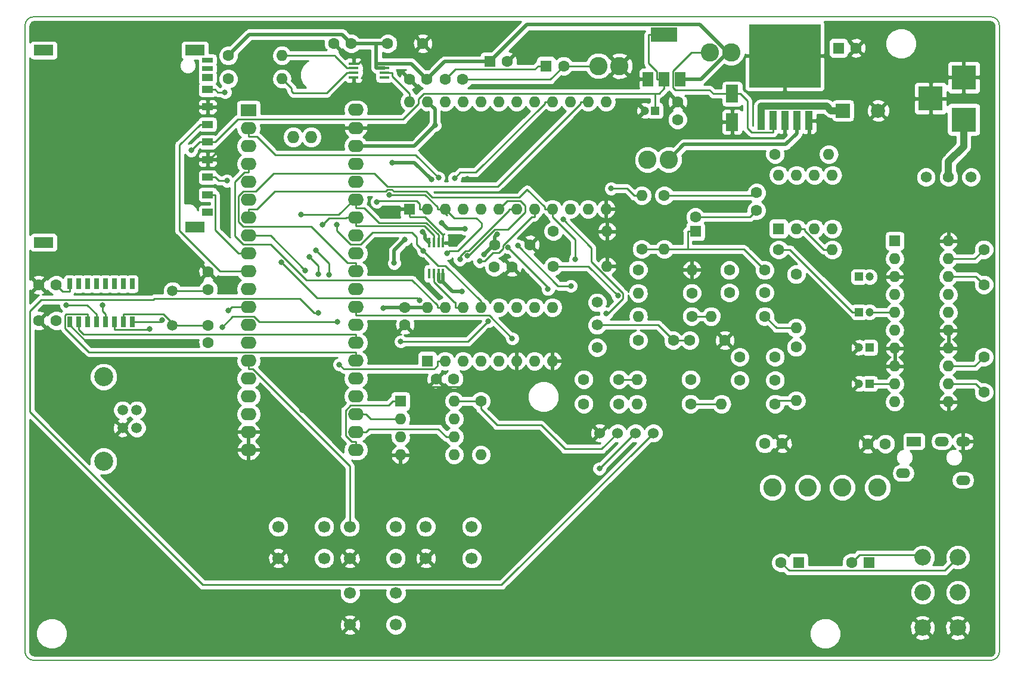
<source format=gbr>
%TF.GenerationSoftware,KiCad,Pcbnew,(5.0.2)-1*%
%TF.CreationDate,2019-10-17T20:06:12-07:00*%
%TF.ProjectId,STM32_MegaBlaster,53544d33-325f-44d6-9567-61426c617374,rev?*%
%TF.SameCoordinates,Original*%
%TF.FileFunction,Copper,L1,Top*%
%TF.FilePolarity,Positive*%
%FSLAX46Y46*%
G04 Gerber Fmt 4.6, Leading zero omitted, Abs format (unit mm)*
G04 Created by KiCad (PCBNEW (5.0.2)-1) date 10/17/2019 8:06:12 PM*
%MOMM*%
%LPD*%
G01*
G04 APERTURE LIST*
%ADD10C,0.150000*%
%ADD11C,1.574800*%
%ADD12R,1.800000X2.500000*%
%ADD13C,1.600000*%
%ADD14R,1.200000X1.200000*%
%ADD15C,1.200000*%
%ADD16R,2.000000X2.000000*%
%ADD17C,2.000000*%
%ADD18R,1.600000X1.600000*%
%ADD19R,2.800000X1.500000*%
%ADD20R,1.500000X0.700000*%
%ADD21R,1.500000X1.000000*%
%ADD22C,1.520000*%
%ADD23C,2.700000*%
%ADD24R,3.500000X3.500000*%
%ADD25O,2.000000X1.400000*%
%ADD26R,2.000000X1.400000*%
%ADD27C,2.600000*%
%ADD28O,1.600000X1.600000*%
%ADD29C,1.700000*%
%ADD30O,1.727200X1.727200*%
%ADD31O,2.250000X1.727200*%
%ADD32R,2.250000X1.727200*%
%ADD33R,0.635000X1.524000*%
%ADD34R,1.450000X0.450000*%
%ADD35R,0.450000X1.450000*%
%ADD36R,3.800000X2.000000*%
%ADD37R,1.500000X2.000000*%
%ADD38R,10.160000X8.940800*%
%ADD39R,1.016000X2.692400*%
%ADD40C,1.524000*%
%ADD41C,1.500000*%
%ADD42C,2.340000*%
%ADD43C,0.800000*%
%ADD44C,0.250000*%
%ADD45C,0.500000*%
%ADD46C,1.000000*%
%ADD47C,0.254000*%
G04 APERTURE END LIST*
D10*
X59055000Y-31115000D02*
X59055000Y-120015000D01*
X196215000Y-29845000D02*
X60325000Y-29845000D01*
X197485000Y-31115000D02*
X197485000Y-120015000D01*
X196215000Y-121285000D02*
X60325000Y-121285000D01*
X197485000Y-120015000D02*
G75*
G02X196215000Y-121285000I-1270000J0D01*
G01*
X196215000Y-29845000D02*
G75*
G02X197485000Y-31115000I0J-1270000D01*
G01*
X59055000Y-31115000D02*
G75*
G02X60325000Y-29845000I1270000J0D01*
G01*
X60325000Y-121285000D02*
G75*
G02X59055000Y-120015000I0J1270000D01*
G01*
D11*
X140335000Y-76835000D03*
X140335000Y-73634600D03*
X140335000Y-70434200D03*
D12*
X159512000Y-40799000D03*
X159512000Y-44799000D03*
D13*
X195262000Y-83185000D03*
X195262000Y-78185000D03*
X195262000Y-62928500D03*
X195262000Y-67928500D03*
X153480000Y-75819000D03*
X158480000Y-75819000D03*
X113030000Y-71120000D03*
X113030000Y-73620000D03*
X118745000Y-38735000D03*
X121245000Y-38735000D03*
X113665000Y-38735000D03*
X116165000Y-38735000D03*
X105410000Y-33655000D03*
X102910000Y-33655000D03*
X125730000Y-65405000D03*
X128230000Y-65405000D03*
X117475000Y-81280000D03*
X119975000Y-81280000D03*
X151765000Y-44450000D03*
X151765000Y-41950000D03*
X63500000Y-67945000D03*
X61000000Y-67945000D03*
X85090000Y-73660000D03*
X85090000Y-76160000D03*
X85090000Y-68580000D03*
X85090000Y-66080000D03*
X63500000Y-73025000D03*
X61000000Y-73025000D03*
X162966000Y-57353200D03*
X162966000Y-54853200D03*
X178765000Y-90525600D03*
X181265000Y-90525600D03*
X164135000Y-90474800D03*
X166635000Y-90474800D03*
D14*
X148590000Y-43180000D03*
D15*
X147090000Y-43180000D03*
D16*
X175260000Y-43180000D03*
D17*
X180260000Y-43180000D03*
D18*
X174625000Y-34290000D03*
D13*
X177125000Y-34290000D03*
X115570000Y-33655000D03*
X110570000Y-33655000D03*
X130810000Y-62230000D03*
X125810000Y-62230000D03*
D18*
X133096000Y-36830000D03*
D13*
X135596000Y-36830000D03*
D18*
X154305000Y-60325000D03*
D13*
X154305000Y-58325000D03*
X138430000Y-81381600D03*
X143430000Y-81381600D03*
X138430000Y-84836000D03*
X143430000Y-84836000D03*
X164135000Y-65836800D03*
X159135000Y-65836800D03*
X164135000Y-69037200D03*
X159135000Y-69037200D03*
X165596000Y-78181200D03*
X160596000Y-78181200D03*
X165596000Y-81483200D03*
X160596000Y-81483200D03*
D14*
X177521000Y-66776600D03*
D15*
X179021000Y-66776600D03*
D14*
X177521000Y-71805800D03*
D15*
X179021000Y-71805800D03*
D14*
X179045000Y-76835000D03*
D15*
X177545000Y-76835000D03*
D14*
X179045000Y-81965800D03*
D15*
X177545000Y-81965800D03*
D18*
X178968000Y-107391000D03*
D13*
X176468000Y-107391000D03*
D18*
X168961000Y-107391000D03*
D13*
X166461000Y-107391000D03*
D18*
X125095000Y-36195000D03*
D13*
X127595000Y-36195000D03*
D19*
X83200000Y-34610000D03*
X61700000Y-34610000D03*
X61700000Y-61910000D03*
X83200000Y-59710000D03*
D20*
X85000000Y-36005000D03*
X85000000Y-37205000D03*
D21*
X85000000Y-57635000D03*
X85000000Y-38505000D03*
X85000000Y-40205000D03*
X85000000Y-42635000D03*
X85000000Y-45135000D03*
X85000000Y-47635000D03*
X85000000Y-50135000D03*
X85000000Y-52635000D03*
X85000000Y-55135000D03*
D22*
X74930000Y-85725000D03*
X74930000Y-88265000D03*
X72930000Y-88265000D03*
X72930000Y-85725000D03*
D23*
X70230000Y-80995000D03*
X70230000Y-92995000D03*
D24*
X192405000Y-44450000D03*
X192405000Y-38450000D03*
X187705000Y-41450000D03*
D25*
X192318000Y-95670000D03*
X183818000Y-94670000D03*
D26*
X185318000Y-90170000D03*
D25*
X189318000Y-90170000D03*
X192318000Y-90170000D03*
D27*
X159385000Y-34925000D03*
X156385000Y-34925000D03*
X143510000Y-36830000D03*
X140510000Y-36830000D03*
X150495000Y-50165000D03*
X147495000Y-50165000D03*
X175158000Y-96723200D03*
X180158000Y-96723200D03*
X170231000Y-96723200D03*
X165231000Y-96723200D03*
D13*
X123825000Y-84455000D03*
D28*
X123825000Y-92075000D03*
D13*
X87934800Y-38658800D03*
D28*
X95554800Y-38658800D03*
D13*
X87934800Y-35356800D03*
D28*
X95554800Y-35356800D03*
D13*
X149860000Y-55245000D03*
D28*
X149860000Y-62865000D03*
D13*
X146685000Y-62865000D03*
D28*
X146685000Y-55245000D03*
D13*
X146177000Y-65786000D03*
D28*
X153797000Y-65786000D03*
D13*
X134112000Y-60325000D03*
D28*
X141732000Y-60325000D03*
D13*
X134112000Y-65278000D03*
D28*
X141732000Y-65278000D03*
D13*
X153797000Y-69088000D03*
D28*
X146177000Y-69088000D03*
D13*
X153797000Y-72390000D03*
D28*
X146177000Y-72390000D03*
D13*
X164135000Y-72390000D03*
D28*
X156515000Y-72390000D03*
D13*
X168605000Y-66446400D03*
D28*
X168605000Y-74066400D03*
D13*
X165608000Y-84836000D03*
D28*
X157988000Y-84836000D03*
D13*
X168605000Y-76758800D03*
D28*
X168605000Y-84378800D03*
D13*
X153619000Y-84836000D03*
D28*
X145999000Y-84836000D03*
D13*
X166116000Y-62941200D03*
D28*
X173736000Y-62941200D03*
D13*
X165608000Y-49377600D03*
D28*
X173228000Y-49377600D03*
D13*
X153619000Y-81381600D03*
D28*
X145999000Y-81381600D03*
D29*
X101546800Y-106786000D03*
X95046800Y-106786000D03*
X101546800Y-102286000D03*
X95046800Y-102286000D03*
X111707000Y-106786000D03*
X105207000Y-106786000D03*
X111707000Y-102286000D03*
X105207000Y-102286000D03*
X122502000Y-106786000D03*
X116002000Y-106786000D03*
X122502000Y-102286000D03*
X116002000Y-102286000D03*
X111732000Y-116235000D03*
X105232000Y-116235000D03*
X111732000Y-111735000D03*
X105232000Y-111735000D03*
D11*
X193446000Y-52628800D03*
X190245600Y-52628800D03*
X187045200Y-52628800D03*
D30*
X97165000Y-46939200D03*
X99705000Y-46939200D03*
D31*
X106045000Y-43078400D03*
X106045000Y-45669200D03*
X106045000Y-48209200D03*
X106045000Y-50749200D03*
X106045000Y-53289200D03*
X106045000Y-55829200D03*
X106045000Y-58369200D03*
X106045000Y-60909200D03*
X106045000Y-63449200D03*
X106045000Y-65989200D03*
X106045000Y-68529200D03*
X106045000Y-71069200D03*
X106045000Y-73609200D03*
X106045000Y-76149200D03*
X106045000Y-78689200D03*
X106045000Y-81229200D03*
X106045000Y-83769200D03*
X106045000Y-86309200D03*
X106045000Y-88849200D03*
X106045000Y-91389200D03*
X90805000Y-91389200D03*
X90805000Y-88849200D03*
X90805000Y-86309200D03*
X90805000Y-83769200D03*
X90805000Y-81229200D03*
X90805000Y-78689200D03*
X90805000Y-76149200D03*
X90805000Y-73609200D03*
X90805000Y-71069200D03*
X90805000Y-68529200D03*
X90805000Y-65989200D03*
X90805000Y-63449200D03*
X90805000Y-60909200D03*
X90805000Y-58369200D03*
X90805000Y-55829200D03*
X90805000Y-53289200D03*
X90805000Y-50749200D03*
X90805000Y-48209200D03*
X90805000Y-45669200D03*
D32*
X90805000Y-43129200D03*
D18*
X116205000Y-78740000D03*
D28*
X133985000Y-71120000D03*
X118745000Y-78740000D03*
X131445000Y-71120000D03*
X121285000Y-78740000D03*
X128905000Y-71120000D03*
X123825000Y-78740000D03*
X126365000Y-71120000D03*
X126365000Y-78740000D03*
X123825000Y-71120000D03*
X128905000Y-78740000D03*
X121285000Y-71120000D03*
X131445000Y-78740000D03*
X118745000Y-71120000D03*
X133985000Y-78740000D03*
X116205000Y-71120000D03*
D18*
X113665000Y-57150000D03*
D28*
X141605000Y-41910000D03*
X116205000Y-57150000D03*
X139065000Y-41910000D03*
X118745000Y-57150000D03*
X136525000Y-41910000D03*
X121285000Y-57150000D03*
X133985000Y-41910000D03*
X123825000Y-57150000D03*
X131445000Y-41910000D03*
X126365000Y-57150000D03*
X128905000Y-41910000D03*
X128905000Y-57150000D03*
X126365000Y-41910000D03*
X131445000Y-57150000D03*
X123825000Y-41910000D03*
X133985000Y-57150000D03*
X121285000Y-41910000D03*
X136525000Y-57150000D03*
X118745000Y-41910000D03*
X139065000Y-57150000D03*
X116205000Y-41910000D03*
X141605000Y-57150000D03*
X113665000Y-41910000D03*
D33*
X65405000Y-67790000D03*
X66675000Y-67790000D03*
X74295000Y-73180000D03*
X73025000Y-67790000D03*
X73025000Y-73180000D03*
X70485000Y-73180000D03*
X74295000Y-67790000D03*
X71755000Y-73180000D03*
X71755000Y-67790000D03*
X70485000Y-67790000D03*
X67945000Y-67790000D03*
X69215000Y-73180000D03*
X67945000Y-73180000D03*
X65405000Y-73180000D03*
X69215000Y-67790000D03*
X66675000Y-73180000D03*
D34*
X105750000Y-36490000D03*
X105750000Y-37140000D03*
X105750000Y-37790000D03*
X105750000Y-38440000D03*
X110150000Y-38440000D03*
X110150000Y-37790000D03*
X110150000Y-37140000D03*
X110150000Y-36490000D03*
D35*
X118450000Y-61935000D03*
X117800000Y-61935000D03*
X117150000Y-61935000D03*
X116500000Y-61935000D03*
X116500000Y-66335000D03*
X117150000Y-66335000D03*
X117800000Y-66335000D03*
X118450000Y-66335000D03*
D18*
X112395000Y-84455000D03*
D28*
X120015000Y-92075000D03*
X112395000Y-86995000D03*
X120015000Y-89535000D03*
X112395000Y-89535000D03*
X120015000Y-86995000D03*
X112395000Y-92075000D03*
X120015000Y-84455000D03*
D18*
X166116000Y-59944000D03*
D28*
X173736000Y-52324000D03*
X168656000Y-59944000D03*
X171196000Y-52324000D03*
X171196000Y-59944000D03*
X168656000Y-52324000D03*
X173736000Y-59944000D03*
X166116000Y-52324000D03*
D18*
X182601000Y-61696600D03*
D28*
X190221000Y-84556600D03*
X182601000Y-64236600D03*
X190221000Y-82016600D03*
X182601000Y-66776600D03*
X190221000Y-79476600D03*
X182601000Y-69316600D03*
X190221000Y-76936600D03*
X182601000Y-71856600D03*
X190221000Y-74396600D03*
X182601000Y-74396600D03*
X190221000Y-71856600D03*
X182601000Y-76936600D03*
X190221000Y-69316600D03*
X182601000Y-79476600D03*
X190221000Y-66776600D03*
X182601000Y-82016600D03*
X190221000Y-64236600D03*
X182601000Y-84556600D03*
X190221000Y-61696600D03*
D36*
X149860000Y-32410000D03*
D37*
X149860000Y-38710000D03*
X152160000Y-38710000D03*
X147560000Y-38710000D03*
D38*
X167005000Y-35407600D03*
D39*
X170408600Y-44602400D03*
X168706800Y-44602400D03*
X167005000Y-44602400D03*
X165303200Y-44602400D03*
X163601400Y-44602400D03*
D40*
X148323000Y-88980000D03*
X145783000Y-88980000D03*
X143243000Y-88980000D03*
X140703000Y-88980000D03*
D41*
X80010000Y-73660000D03*
X80010000Y-68780000D03*
D13*
X146177000Y-75819000D03*
X151177000Y-75819000D03*
D42*
X186567000Y-106637000D03*
X186567000Y-111637000D03*
X186567000Y-116637000D03*
X191567000Y-106637000D03*
X191567000Y-111637000D03*
X191567000Y-116637000D03*
D43*
X142326400Y-54258300D03*
X124274500Y-63605500D03*
X121098000Y-68830800D03*
X126135753Y-60749200D03*
X121539000Y-59944000D03*
X118237000Y-59118500D03*
X115506500Y-60388500D03*
X109918500Y-71247000D03*
X111506000Y-64833500D03*
X113030000Y-61531500D03*
X116776500Y-52959000D03*
X111252000Y-50546000D03*
X117284500Y-45275500D03*
X108458000Y-62484000D03*
X108521500Y-65595500D03*
X110045500Y-76454000D03*
X108331000Y-78676500D03*
X108585000Y-81851500D03*
X127825500Y-85979000D03*
X130365500Y-66675000D03*
X134747000Y-62738000D03*
X68897500Y-76136500D03*
X88773000Y-46482000D03*
X88519000Y-42545000D03*
X106045000Y-40005000D03*
X107315000Y-35560000D03*
X107950000Y-32385000D03*
X98425000Y-85725000D03*
X99060000Y-80645000D03*
X131572000Y-50292000D03*
X126492000Y-46228000D03*
X129540000Y-48768000D03*
X127000000Y-51308000D03*
X121920000Y-52832000D03*
X136652000Y-49784000D03*
X139700000Y-48260000D03*
X167640000Y-55372000D03*
X133096000Y-74168000D03*
X122428000Y-81280000D03*
X125984000Y-76200000D03*
X121412000Y-74168000D03*
X118872000Y-74168000D03*
X126492000Y-69088000D03*
X113284000Y-65532000D03*
X82677000Y-48831500D03*
X78529100Y-72941000D03*
X64896400Y-70777700D03*
X141639300Y-71985700D03*
X135493100Y-58664200D03*
X143286300Y-69467000D03*
X87753800Y-53154800D03*
X87931200Y-71580000D03*
X87473800Y-40577900D03*
X70061400Y-70805200D03*
X76779100Y-74203700D03*
X101282500Y-59372500D03*
X100363447Y-63025447D03*
X102235000Y-66484500D03*
X103396500Y-73215500D03*
X87058500Y-73914000D03*
X140652500Y-94043500D03*
X98871600Y-65868100D03*
X127673800Y-62626200D03*
X133357800Y-68554600D03*
X117792500Y-52705000D03*
X103333500Y-59372800D03*
X115627900Y-63084900D03*
X121916800Y-63799800D03*
X95471500Y-64735000D03*
X115082000Y-70129600D03*
X120837100Y-64335100D03*
X103722500Y-79248400D03*
X123629700Y-64588800D03*
X137222500Y-64297000D03*
X128270800Y-75564400D03*
X120078500Y-52768500D03*
X129089500Y-62377100D03*
X136584500Y-68090000D03*
X109057500Y-56156600D03*
X124840700Y-73126300D03*
X112427200Y-75988300D03*
X118989900Y-63472200D03*
X110833000Y-55125600D03*
X98298000Y-57975500D03*
X99441000Y-63944500D03*
X100711000Y-66421000D03*
X100711000Y-71882000D03*
D44*
X146685000Y-55245000D02*
X145559700Y-55245000D01*
X145559700Y-55245000D02*
X144573000Y-54258300D01*
X144573000Y-54258300D02*
X142326400Y-54258300D01*
X135596000Y-36830000D02*
X133691000Y-38735000D01*
X133691000Y-38735000D02*
X121245000Y-38735000D01*
X140510000Y-36830000D02*
X135596000Y-36830000D01*
X154305000Y-58325000D02*
X161994200Y-58325000D01*
X161994200Y-58325000D02*
X162966000Y-57353200D01*
X133096000Y-36830000D02*
X131970700Y-36830000D01*
X131970700Y-36830000D02*
X131480400Y-37320300D01*
X131480400Y-37320300D02*
X120159700Y-37320300D01*
X120159700Y-37320300D02*
X118745000Y-38735000D01*
X149860000Y-55245000D02*
X162574200Y-55245000D01*
X162574200Y-55245000D02*
X162966000Y-54853200D01*
D45*
X118450000Y-66922600D02*
X118450000Y-67510300D01*
X118450000Y-66335000D02*
X118450000Y-66922600D01*
X116165000Y-38735000D02*
X113920000Y-36490000D01*
X113920000Y-36490000D02*
X110150000Y-36490000D01*
X125095000Y-36195000D02*
X118705000Y-36195000D01*
X118705000Y-36195000D02*
X116165000Y-38735000D01*
X125810000Y-62230000D02*
X125650000Y-62230000D01*
X125650000Y-62230000D02*
X124274500Y-63605500D01*
X110150000Y-36490000D02*
X108974700Y-36490000D01*
X108974700Y-33655000D02*
X110570000Y-33655000D01*
X105410000Y-33655000D02*
X108974700Y-33655000D01*
X108974700Y-33655000D02*
X108974700Y-36490000D01*
X121098000Y-68830800D02*
X119770500Y-68830800D01*
X119770500Y-68830800D02*
X118450000Y-67510300D01*
X158868000Y-34917900D02*
X154909600Y-30959600D01*
X154909600Y-30959600D02*
X130330400Y-30959600D01*
X130330400Y-30959600D02*
X125095000Y-36195000D01*
X159385000Y-34925000D02*
X158875000Y-34925000D01*
X158875000Y-34925000D02*
X158868000Y-34917900D01*
X152160000Y-38710000D02*
X155075900Y-38710000D01*
X155075900Y-38710000D02*
X158868000Y-34917900D01*
X116205000Y-71120000D02*
X113030000Y-71120000D01*
X168706800Y-44602400D02*
X168706800Y-46398900D01*
X168706800Y-46398900D02*
X167108600Y-47997100D01*
X167108600Y-47997100D02*
X152662900Y-47997100D01*
X152662900Y-47997100D02*
X150495000Y-50165000D01*
X118450000Y-67510300D02*
X117973200Y-67510300D01*
X117825001Y-67362101D02*
X117825001Y-66335000D01*
X117973200Y-67510300D02*
X117825001Y-67362101D01*
X125810000Y-62230000D02*
X125810000Y-61074953D01*
X125810000Y-61074953D02*
X126135753Y-60749200D01*
X121539000Y-59944000D02*
X119062500Y-59944000D01*
X119062500Y-59944000D02*
X118237000Y-59118500D01*
X116474999Y-61909999D02*
X116474999Y-61935000D01*
X115906499Y-61341499D02*
X116474999Y-61909999D01*
X115906499Y-60788499D02*
X115906499Y-61341499D01*
X115506500Y-60388500D02*
X115906499Y-60788499D01*
X108974700Y-36490000D02*
X108974700Y-37092700D01*
X109064999Y-37114999D02*
X110150000Y-37114999D01*
X108996999Y-37114999D02*
X109064999Y-37114999D01*
X108974700Y-37092700D02*
X108996999Y-37114999D01*
X113030000Y-71120000D02*
X110045500Y-71120000D01*
X110045500Y-71120000D02*
X109918500Y-71247000D01*
X111506000Y-64833500D02*
X111506000Y-63055500D01*
X111506000Y-63055500D02*
X113030000Y-61531500D01*
X117284500Y-42989500D02*
X116205000Y-41910000D01*
X117284500Y-45275500D02*
X117284500Y-42989500D01*
X114350800Y-48209200D02*
X106045000Y-48209200D01*
X117284500Y-45275500D02*
X114350800Y-48209200D01*
X114363500Y-50546000D02*
X116776500Y-52959000D01*
X111252000Y-50546000D02*
X114363500Y-50546000D01*
X104122300Y-32367300D02*
X105410000Y-33655000D01*
X90924300Y-32367300D02*
X104122300Y-32367300D01*
X87934800Y-35356800D02*
X90924300Y-32367300D01*
D44*
X113665000Y-58200000D02*
X113665000Y-57150000D01*
X113740001Y-58275001D02*
X113665000Y-58200000D01*
X115884611Y-58275001D02*
X113740001Y-58275001D01*
X118450000Y-60840390D02*
X115884611Y-58275001D01*
X118450000Y-61935000D02*
X118450000Y-60840390D01*
X108458000Y-62484000D02*
X108458000Y-65532000D01*
X108458000Y-65532000D02*
X108521500Y-65595500D01*
X110045500Y-76454000D02*
X108331000Y-78168500D01*
X108331000Y-78168500D02*
X108331000Y-78676500D01*
X109150685Y-81851500D02*
X109658685Y-82359500D01*
X108585000Y-81851500D02*
X109150685Y-81851500D01*
X124251501Y-82405001D02*
X127825500Y-85979000D01*
X109658685Y-82359500D02*
X109704186Y-82405001D01*
X109704186Y-82405001D02*
X124251501Y-82405001D01*
X128230000Y-65405000D02*
X129500000Y-66675000D01*
X129500000Y-66675000D02*
X130365500Y-66675000D01*
X67907790Y-76136500D02*
X68897500Y-76136500D01*
X65405000Y-73180000D02*
X65405000Y-73633710D01*
X65405000Y-73633710D02*
X67907790Y-76136500D01*
X88773000Y-46612000D02*
X88773000Y-46482000D01*
X85000000Y-50135000D02*
X85250000Y-50135000D01*
X85250000Y-50135000D02*
X88773000Y-46612000D01*
X106385000Y-36490000D02*
X107315000Y-35560000D01*
X105750000Y-36490000D02*
X106385000Y-36490000D01*
X105750000Y-39710000D02*
X106045000Y-40005000D01*
X105750000Y-38440000D02*
X105750000Y-39710000D01*
X148590000Y-40759800D02*
X149135500Y-40759800D01*
X149135500Y-40759800D02*
X149860000Y-40035300D01*
X86075300Y-47635000D02*
X89300200Y-44410100D01*
X89300200Y-44410100D02*
X112762800Y-44410100D01*
X112762800Y-44410100D02*
X114935000Y-42237900D01*
X114935000Y-42237900D02*
X114935000Y-41511200D01*
X114935000Y-41511200D02*
X115686400Y-40759800D01*
X115686400Y-40759800D02*
X148590000Y-40759800D01*
X148590000Y-40759800D02*
X148590000Y-42254700D01*
X149860000Y-38710000D02*
X149860000Y-40035300D01*
X85000000Y-47635000D02*
X86075300Y-47635000D01*
X123825000Y-84455000D02*
X121140300Y-84455000D01*
X120015000Y-84455000D02*
X121140300Y-84455000D01*
X149860000Y-38710000D02*
X148784700Y-38710000D01*
X149860000Y-32410000D02*
X147634700Y-32410000D01*
X147634700Y-32410000D02*
X147634700Y-36484700D01*
X147634700Y-36484700D02*
X148784700Y-37634700D01*
X148784700Y-37634700D02*
X148784700Y-38710000D01*
X148590000Y-43180000D02*
X148590000Y-42254700D01*
X123825000Y-85586370D02*
X126111000Y-87872370D01*
X123825000Y-84455000D02*
X123825000Y-85586370D01*
X126111000Y-87872370D02*
X132385870Y-87872370D01*
X132385870Y-87872370D02*
X135763000Y-91249500D01*
X140973500Y-91249500D02*
X143243000Y-88980000D01*
X135763000Y-91249500D02*
X140973500Y-91249500D01*
X85000000Y-47635000D02*
X83873500Y-47635000D01*
X83873500Y-47635000D02*
X82677000Y-48831500D01*
X65405000Y-67790000D02*
X65405000Y-68877300D01*
X65405000Y-68877300D02*
X64432300Y-68877300D01*
X64432300Y-68877300D02*
X63500000Y-67945000D01*
X80010000Y-73660000D02*
X80010000Y-73396100D01*
X80010000Y-73396100D02*
X78706600Y-72092700D01*
X78706600Y-72092700D02*
X73025000Y-72092700D01*
X73025000Y-73180000D02*
X73025000Y-72092700D01*
X80010000Y-73660000D02*
X85090000Y-73660000D01*
X74295000Y-73180000D02*
X78290100Y-73180000D01*
X78290100Y-73180000D02*
X78529100Y-72941000D01*
X80010000Y-68780000D02*
X84890000Y-68780000D01*
X84890000Y-68780000D02*
X85090000Y-68580000D01*
X69215000Y-73180000D02*
X69215000Y-72092700D01*
X69215000Y-72092700D02*
X67900000Y-70777700D01*
X67900000Y-70777700D02*
X64896400Y-70777700D01*
D46*
X175260000Y-43180000D02*
X173559700Y-43180000D01*
X163601400Y-44602400D02*
X163601400Y-42555900D01*
X163601400Y-42555900D02*
X172935600Y-42555900D01*
X172935600Y-42555900D02*
X173559700Y-43180000D01*
D44*
X153179700Y-62865000D02*
X161163200Y-62865000D01*
X161163200Y-62865000D02*
X164135000Y-65836800D01*
X150422700Y-62865000D02*
X153179700Y-62865000D01*
X153179700Y-62865000D02*
X153179700Y-60325000D01*
X149860000Y-62865000D02*
X150422700Y-62865000D01*
X154305000Y-60325000D02*
X153179700Y-60325000D01*
X146685000Y-62865000D02*
X149860000Y-62865000D01*
X151177000Y-75819000D02*
X153480000Y-75819000D01*
X140335000Y-73634600D02*
X148992600Y-73634600D01*
X148992600Y-73634600D02*
X151177000Y-75819000D01*
X135493100Y-58664200D02*
X139491400Y-62662500D01*
X139491400Y-62662500D02*
X139491400Y-64646100D01*
X139491400Y-64646100D02*
X144011700Y-69166400D01*
X144011700Y-69166400D02*
X144011700Y-69872400D01*
X144011700Y-69872400D02*
X141898400Y-71985700D01*
X141898400Y-71985700D02*
X141639300Y-71985700D01*
X145999000Y-81381600D02*
X143430000Y-81381600D01*
X134112000Y-65278000D02*
X139097300Y-65278000D01*
X139097300Y-65278000D02*
X143286300Y-69467000D01*
X156515000Y-72390000D02*
X153797000Y-72390000D01*
X168605000Y-74066400D02*
X165811400Y-74066400D01*
X165811400Y-74066400D02*
X164135000Y-72390000D01*
X153619000Y-84836000D02*
X157988000Y-84836000D01*
X168605000Y-84378800D02*
X166065200Y-84378800D01*
X166065200Y-84378800D02*
X165608000Y-84836000D01*
X177521000Y-71805800D02*
X176595700Y-71805800D01*
X166116000Y-62941200D02*
X167731100Y-62941200D01*
X167731100Y-62941200D02*
X176595700Y-71805800D01*
X182601000Y-71856600D02*
X179071800Y-71856600D01*
X179071800Y-71856600D02*
X179021000Y-71805800D01*
X179045000Y-81965800D02*
X179970300Y-81965800D01*
X182601000Y-82016600D02*
X180021100Y-82016600D01*
X180021100Y-82016600D02*
X179970300Y-81965800D01*
X190221000Y-64236600D02*
X193953900Y-64236600D01*
X193953900Y-64236600D02*
X195262000Y-62928500D01*
X190221000Y-66776600D02*
X194110100Y-66776600D01*
X194110100Y-66776600D02*
X195262000Y-67928500D01*
X190221000Y-82016600D02*
X194093600Y-82016600D01*
X194093600Y-82016600D02*
X195262000Y-83185000D01*
X190221000Y-79476600D02*
X193970400Y-79476600D01*
X193970400Y-79476600D02*
X195262000Y-78185000D01*
X186567000Y-106637000D02*
X186189600Y-106259600D01*
X186189600Y-106259600D02*
X177599400Y-106259600D01*
X177599400Y-106259600D02*
X176468000Y-107391000D01*
X191567000Y-106637000D02*
X189687600Y-108516400D01*
X189687600Y-108516400D02*
X167586400Y-108516400D01*
X167586400Y-108516400D02*
X166461000Y-107391000D01*
X165303200Y-44602400D02*
X165303200Y-46273900D01*
X165303200Y-46273900D02*
X162305100Y-46273900D01*
X153728300Y-34925000D02*
X151077900Y-37575400D01*
X156385000Y-34925000D02*
X153728300Y-34925000D01*
X151077900Y-37575400D02*
X151077900Y-39887000D01*
X151077900Y-39887000D02*
X151461500Y-40270600D01*
X151461500Y-40270600D02*
X156301800Y-40270600D01*
X156830200Y-40799000D02*
X159512000Y-40799000D01*
X156301800Y-40270600D02*
X156830200Y-40799000D01*
X160662000Y-40799000D02*
X161671000Y-41808000D01*
X159512000Y-40799000D02*
X160662000Y-40799000D01*
X161671000Y-45639800D02*
X162305100Y-46273900D01*
X161671000Y-41808000D02*
X161671000Y-45639800D01*
X85000000Y-55135000D02*
X86075300Y-55135000D01*
X90805000Y-63449200D02*
X89354700Y-63449200D01*
X89354700Y-63449200D02*
X86075300Y-60169800D01*
X86075300Y-60169800D02*
X86075300Y-55135000D01*
X85000000Y-52635000D02*
X86075300Y-52635000D01*
X87753800Y-53154800D02*
X86595100Y-53154800D01*
X86595100Y-53154800D02*
X86075300Y-52635000D01*
X90805000Y-71069200D02*
X88442000Y-71069200D01*
X88442000Y-71069200D02*
X87931200Y-71580000D01*
X85000000Y-45135000D02*
X83924700Y-45135000D01*
X90805000Y-65989200D02*
X86777900Y-65989200D01*
X86777900Y-65989200D02*
X81038700Y-60250000D01*
X81038700Y-60250000D02*
X81038700Y-48021000D01*
X81038700Y-48021000D02*
X83924700Y-45135000D01*
X85000000Y-40205000D02*
X86075300Y-40205000D01*
X87473800Y-40577900D02*
X86448200Y-40577900D01*
X86448200Y-40577900D02*
X86075300Y-40205000D01*
X70485000Y-73180000D02*
X70485000Y-72092700D01*
X70485000Y-72092700D02*
X70061400Y-71669100D01*
X70061400Y-71669100D02*
X70061400Y-70805200D01*
X71755000Y-73180000D02*
X71755000Y-74267300D01*
X71755000Y-74267300D02*
X76715500Y-74267300D01*
X76715500Y-74267300D02*
X76779100Y-74203700D01*
D46*
X190245600Y-52628800D02*
X190245600Y-50419400D01*
X192405000Y-48260000D02*
X192405000Y-44450000D01*
X190245600Y-50419400D02*
X192405000Y-48260000D01*
D44*
X106045000Y-58369200D02*
X106045000Y-59558100D01*
X117150000Y-61935000D02*
X117150000Y-60884700D01*
X117150000Y-60884700D02*
X115823400Y-59558100D01*
X115823400Y-59558100D02*
X106045000Y-59558100D01*
X117150000Y-62347500D02*
X117150000Y-61935000D01*
X102229490Y-58425510D02*
X101282500Y-59372500D01*
X104613690Y-58425510D02*
X102229490Y-58425510D01*
X106045000Y-58369200D02*
X104670000Y-58369200D01*
X104670000Y-58369200D02*
X104613690Y-58425510D01*
X100363447Y-63025447D02*
X102235000Y-64897000D01*
X102235000Y-64897000D02*
X102235000Y-66484500D01*
X88551910Y-72420590D02*
X87058500Y-73914000D01*
X91558738Y-72420590D02*
X88551910Y-72420590D01*
X103396500Y-73215500D02*
X92353648Y-73215500D01*
X92353648Y-73215500D02*
X91558738Y-72420590D01*
X145716000Y-88980000D02*
X145783000Y-88980000D01*
X140652500Y-94043500D02*
X145716000Y-88980000D01*
X104775000Y-37790000D02*
X105750000Y-37790000D01*
X101925000Y-40640000D02*
X104775000Y-37790000D01*
X97155000Y-40640000D02*
X101925000Y-40640000D01*
X96921001Y-40406001D02*
X97155000Y-40640000D01*
X95554800Y-38658800D02*
X96921001Y-40025001D01*
X96921001Y-40025001D02*
X96921001Y-40406001D01*
X168656000Y-59944000D02*
X169781300Y-59944000D01*
X169781300Y-59944000D02*
X169781300Y-60225300D01*
X169781300Y-60225300D02*
X172497200Y-62941200D01*
X172497200Y-62941200D02*
X173736000Y-62941200D01*
X90805000Y-78689200D02*
X90805000Y-79878100D01*
X90805000Y-79878100D02*
X91399400Y-79878100D01*
X91399400Y-79878100D02*
X105207000Y-93685700D01*
X105207000Y-93685700D02*
X105207000Y-102286000D01*
X90805000Y-60909200D02*
X93912700Y-60909200D01*
X93912700Y-60909200D02*
X98871600Y-65868100D01*
X133357800Y-68554600D02*
X133357800Y-68310200D01*
X133357800Y-68310200D02*
X127673800Y-62626200D01*
X90805000Y-46858100D02*
X90805000Y-45669200D01*
X91993900Y-46858100D02*
X90805000Y-46858100D01*
X94590800Y-49455000D02*
X91993900Y-46858100D01*
X117792500Y-52705000D02*
X114542500Y-49455000D01*
X114542500Y-49455000D02*
X94590800Y-49455000D01*
X103333500Y-59372800D02*
X103333500Y-60214100D01*
X103333500Y-60214100D02*
X105298400Y-62179000D01*
X114722000Y-62179000D02*
X115627900Y-63084900D01*
X115627900Y-63084900D02*
X117747400Y-65204400D01*
X117747400Y-65204400D02*
X118796000Y-65204400D01*
X118796000Y-65204400D02*
X123825000Y-70233400D01*
X123825000Y-70233400D02*
X123825000Y-71120000D01*
X114722000Y-62179000D02*
X114722000Y-61191500D01*
X114722000Y-61191500D02*
X113982500Y-60452000D01*
X106717548Y-62179000D02*
X105298400Y-62179000D01*
X108444548Y-60452000D02*
X106717548Y-62179000D01*
X113982500Y-60452000D02*
X108444548Y-60452000D01*
X126365000Y-57150000D02*
X127529900Y-55985100D01*
X127529900Y-55985100D02*
X129388700Y-55985100D01*
X129388700Y-55985100D02*
X130076700Y-56673100D01*
X130076700Y-56673100D02*
X130076700Y-57637300D01*
X130076700Y-57637300D02*
X127689800Y-60024200D01*
X127689800Y-60024200D02*
X125817000Y-60024200D01*
X125817000Y-60024200D02*
X122041400Y-63799800D01*
X122041400Y-63799800D02*
X121916800Y-63799800D01*
X117619700Y-71120000D02*
X117619700Y-70838700D01*
X117619700Y-70838700D02*
X114040200Y-67259200D01*
X114040200Y-67259200D02*
X99021500Y-67259200D01*
X99021500Y-67259200D02*
X93941500Y-62179200D01*
X93941500Y-62179200D02*
X90074200Y-62179200D01*
X90074200Y-62179200D02*
X88896300Y-61001300D01*
X88896300Y-61001300D02*
X88896300Y-53252400D01*
X88896300Y-53252400D02*
X90210600Y-51938100D01*
X90210600Y-51938100D02*
X90805000Y-51938100D01*
X90805000Y-50749200D02*
X90805000Y-51938100D01*
X118745000Y-71120000D02*
X117619700Y-71120000D01*
X127779700Y-57150000D02*
X127779700Y-57328700D01*
X127779700Y-57328700D02*
X122033900Y-63074500D01*
X122033900Y-63074500D02*
X121616400Y-63074500D01*
X121616400Y-63074500D02*
X120837100Y-63853800D01*
X120837100Y-63853800D02*
X120837100Y-64335100D01*
X115082000Y-70129600D02*
X114751600Y-69799200D01*
X114751600Y-69799200D02*
X100535700Y-69799200D01*
X100535700Y-69799200D02*
X95471500Y-64735000D01*
X128905000Y-57150000D02*
X127779700Y-57150000D01*
X123629700Y-64588800D02*
X124317000Y-64588800D01*
X124317000Y-64588800D02*
X125550300Y-63355500D01*
X125550300Y-63355500D02*
X125550300Y-63355400D01*
X125550300Y-63355400D02*
X126364900Y-63355400D01*
X126364900Y-63355400D02*
X126948500Y-62771800D01*
X126948500Y-62771800D02*
X126948500Y-62325800D01*
X126948500Y-62325800D02*
X130999000Y-58275300D01*
X130999000Y-58275300D02*
X131445000Y-58275300D01*
X118745000Y-78740000D02*
X117619700Y-78740000D01*
X117619700Y-78740000D02*
X117619700Y-79443300D01*
X117619700Y-79443300D02*
X117184800Y-79878200D01*
X117184800Y-79878200D02*
X104352300Y-79878200D01*
X104352300Y-79878200D02*
X103722500Y-79248400D01*
X131445000Y-57150000D02*
X131445000Y-58275300D01*
X133985000Y-57150000D02*
X133985000Y-58275300D01*
X137222500Y-64297000D02*
X137222500Y-61512800D01*
X137222500Y-61512800D02*
X133985000Y-58275300D01*
X132859700Y-57150000D02*
X133985000Y-57150000D01*
X132859700Y-56868700D02*
X132859700Y-57150000D01*
X116922501Y-55535091D02*
X129256509Y-55535091D01*
X116063001Y-54675591D02*
X116922501Y-55535091D01*
X111455992Y-54675590D02*
X116063001Y-54675591D01*
X90805000Y-58369200D02*
X90805000Y-57180300D01*
X90805000Y-57180300D02*
X91993900Y-57180300D01*
X129256509Y-55535091D02*
X130391300Y-54400300D01*
X91993900Y-57180300D02*
X94559900Y-54614300D01*
X130391300Y-54400300D02*
X132859700Y-56868700D01*
X94559900Y-54614300D02*
X110318600Y-54614300D01*
X111181001Y-54400599D02*
X111455992Y-54675590D01*
X110318600Y-54614300D02*
X110532301Y-54400599D01*
X110532301Y-54400599D02*
X111181001Y-54400599D01*
X106045000Y-91389200D02*
X106045000Y-90200300D01*
X112395000Y-84455000D02*
X111269700Y-84455000D01*
X111269700Y-84455000D02*
X110685500Y-85039200D01*
X110685500Y-85039200D02*
X105306600Y-85039200D01*
X105306600Y-85039200D02*
X104579200Y-85766600D01*
X104579200Y-85766600D02*
X104579200Y-89328900D01*
X104579200Y-89328900D02*
X105450600Y-90200300D01*
X105450600Y-90200300D02*
X106045000Y-90200300D01*
X106045000Y-88849200D02*
X107495300Y-88849200D01*
X120015000Y-89535000D02*
X118889700Y-89535000D01*
X118889700Y-89535000D02*
X117756600Y-88401900D01*
X117756600Y-88401900D02*
X107942600Y-88401900D01*
X107942600Y-88401900D02*
X107495300Y-88849200D01*
X106045000Y-86309200D02*
X107495300Y-86309200D01*
X112395000Y-86995000D02*
X108181100Y-86995000D01*
X108181100Y-86995000D02*
X107495300Y-86309200D01*
X106045000Y-78689200D02*
X106045000Y-77500300D01*
X67945000Y-73180000D02*
X67945000Y-72092700D01*
X67945000Y-72092700D02*
X64951400Y-72092700D01*
X64951400Y-72092700D02*
X64762100Y-72282000D01*
X64762100Y-72282000D02*
X64762100Y-74090700D01*
X64762100Y-74090700D02*
X68171700Y-77500300D01*
X68171700Y-77500300D02*
X106045000Y-77500300D01*
X106045000Y-76149200D02*
X106045000Y-74960300D01*
X66675000Y-73180000D02*
X66675000Y-74267300D01*
X66675000Y-74267300D02*
X67368000Y-74960300D01*
X67368000Y-74960300D02*
X106045000Y-74960300D01*
X128270800Y-75564400D02*
X128270800Y-75530600D01*
X128270800Y-75530600D02*
X124998300Y-72258100D01*
X124998300Y-72258100D02*
X106045000Y-72258100D01*
X106045000Y-71069200D02*
X106045000Y-72258100D01*
X133985000Y-41910000D02*
X132859700Y-41910000D01*
X132859700Y-41910000D02*
X132859700Y-42191300D01*
X132859700Y-42191300D02*
X123081000Y-51970000D01*
X120877000Y-51970000D02*
X120078500Y-52768500D01*
X123081000Y-51970000D02*
X120877000Y-51970000D01*
X106045000Y-65989200D02*
X106045000Y-64800300D01*
X139065000Y-41910000D02*
X137939700Y-41910000D01*
X137939700Y-41910000D02*
X137939700Y-42191300D01*
X137939700Y-42191300D02*
X126181100Y-53949900D01*
X110551400Y-53949900D02*
X108681000Y-52079500D01*
X108681000Y-52079500D02*
X94339800Y-52079500D01*
X94339800Y-52079500D02*
X91804800Y-54614500D01*
X91804800Y-54614500D02*
X90043700Y-54614500D01*
X90043700Y-54614500D02*
X89349700Y-55308500D01*
X89349700Y-55308500D02*
X89349700Y-58924500D01*
X89349700Y-58924500D02*
X90064400Y-59639200D01*
X90064400Y-59639200D02*
X99695000Y-59639200D01*
X99695000Y-59639200D02*
X104856100Y-64800300D01*
X104856100Y-64800300D02*
X106045000Y-64800300D01*
X110551400Y-53949900D02*
X126181100Y-53949900D01*
X136584500Y-68090000D02*
X134802400Y-68090000D01*
X134802400Y-68090000D02*
X129089500Y-62377100D01*
X116205000Y-57150000D02*
X115079700Y-57150000D01*
X115079700Y-57150000D02*
X115079700Y-56446700D01*
X115079700Y-56446700D02*
X114657600Y-56024600D01*
X114657600Y-56024600D02*
X109189500Y-56024600D01*
X109189500Y-56024600D02*
X109057500Y-56156600D01*
X112427200Y-75988300D02*
X121978700Y-75988300D01*
X121978700Y-75988300D02*
X124840700Y-73126300D01*
X118182400Y-57150000D02*
X119028800Y-57996400D01*
X119028800Y-63433300D02*
X118989900Y-63472200D01*
X118182400Y-57150000D02*
X117619700Y-57150000D01*
X118745000Y-57150000D02*
X118182400Y-57150000D01*
X117619700Y-57150000D02*
X117619700Y-56868700D01*
X117619700Y-56868700D02*
X115876600Y-55125600D01*
X115876600Y-55125600D02*
X110833000Y-55125600D01*
X119389899Y-63072201D02*
X120569799Y-63072201D01*
X118989900Y-63472200D02*
X119389899Y-63072201D01*
X120569799Y-63072201D02*
X123888500Y-59753500D01*
X123888500Y-59753500D02*
X123888500Y-59118500D01*
X123888500Y-59118500D02*
X123190000Y-58420000D01*
X120015000Y-58420000D02*
X118745000Y-57150000D01*
X123190000Y-58420000D02*
X120015000Y-58420000D01*
X120159700Y-71120000D02*
X121285000Y-71120000D01*
X120159700Y-70395000D02*
X120159700Y-71120000D01*
X120044714Y-70395000D02*
X120159700Y-70395000D01*
X117150000Y-67500286D02*
X120044714Y-70395000D01*
X117150000Y-66335000D02*
X117150000Y-67500286D01*
X113665000Y-41910000D02*
X113665000Y-40784700D01*
X110150000Y-37790000D02*
X111200300Y-37790000D01*
X111200300Y-37790000D02*
X111200300Y-38320000D01*
X111200300Y-38320000D02*
X113665000Y-40784700D01*
X106045000Y-55829200D02*
X106045000Y-57018100D01*
X117800000Y-61935000D02*
X117800000Y-60826800D01*
X117800000Y-60826800D02*
X116080900Y-59107700D01*
X116080900Y-59107700D02*
X109323500Y-59107700D01*
X109323500Y-59107700D02*
X107233900Y-57018100D01*
X107233900Y-57018100D02*
X106045000Y-57018100D01*
X103637300Y-57975500D02*
X98298000Y-57975500D01*
X106045000Y-55829200D02*
X105783600Y-55829200D01*
X105783600Y-55829200D02*
X103637300Y-57975500D01*
X99441000Y-63944500D02*
X100711000Y-65214500D01*
X100711000Y-65214500D02*
X100711000Y-66421000D01*
X61392301Y-70052699D02*
X59753500Y-71691500D01*
X77303009Y-70052699D02*
X61392301Y-70052699D01*
X59753500Y-71691500D02*
X59753500Y-85979000D01*
X147561001Y-89741999D02*
X148323000Y-88980000D01*
X126743001Y-110559999D02*
X147561001Y-89741999D01*
X84334499Y-110559999D02*
X126743001Y-110559999D01*
X59753500Y-85979000D02*
X84334499Y-110559999D01*
X77475118Y-69880590D02*
X77303009Y-70052699D01*
X98143905Y-69880590D02*
X77475118Y-69880590D01*
X100145315Y-71882000D02*
X98143905Y-69880590D01*
X100711000Y-71882000D02*
X100145315Y-71882000D01*
X95554800Y-35356800D02*
X103081798Y-35356800D01*
X104775000Y-37140000D02*
X105750000Y-37140000D01*
X103081798Y-35446798D02*
X104775000Y-37140000D01*
X103081798Y-35356800D02*
X103081798Y-35446798D01*
D47*
G36*
X196402787Y-30599065D02*
X196567920Y-30694405D01*
X196690488Y-30840477D01*
X196766555Y-31049465D01*
X196775000Y-31145996D01*
X196775001Y-119952875D01*
X196730935Y-120202787D01*
X196635596Y-120367919D01*
X196489524Y-120490488D01*
X196280532Y-120566555D01*
X196184004Y-120575000D01*
X60387119Y-120575000D01*
X60137213Y-120530935D01*
X59972081Y-120435596D01*
X59849512Y-120289524D01*
X59773445Y-120080532D01*
X59765000Y-119984004D01*
X59765000Y-117030431D01*
X60630000Y-117030431D01*
X60630000Y-117919569D01*
X60970259Y-118741026D01*
X61598974Y-119369741D01*
X62420431Y-119710000D01*
X63309569Y-119710000D01*
X64131026Y-119369741D01*
X64759741Y-118741026D01*
X65100000Y-117919569D01*
X65100000Y-117278958D01*
X104367647Y-117278958D01*
X104447920Y-117530259D01*
X105003279Y-117731718D01*
X105593458Y-117705315D01*
X106016080Y-117530259D01*
X106096353Y-117278958D01*
X105232000Y-116414605D01*
X104367647Y-117278958D01*
X65100000Y-117278958D01*
X65100000Y-117030431D01*
X64759741Y-116208974D01*
X64557046Y-116006279D01*
X103735282Y-116006279D01*
X103761685Y-116596458D01*
X103936741Y-117019080D01*
X104188042Y-117099353D01*
X105052395Y-116235000D01*
X105411605Y-116235000D01*
X106275958Y-117099353D01*
X106527259Y-117019080D01*
X106728718Y-116463721D01*
X106705271Y-115939615D01*
X110247000Y-115939615D01*
X110247000Y-116530385D01*
X110473078Y-117076185D01*
X110890815Y-117493922D01*
X111436615Y-117720000D01*
X112027385Y-117720000D01*
X112573185Y-117493922D01*
X112990922Y-117076185D01*
X113009873Y-117030431D01*
X170485000Y-117030431D01*
X170485000Y-117919569D01*
X170825259Y-118741026D01*
X171453974Y-119369741D01*
X172275431Y-119710000D01*
X173164569Y-119710000D01*
X173986026Y-119369741D01*
X174614741Y-118741026D01*
X174955000Y-117919569D01*
X174955000Y-117912486D01*
X185471120Y-117912486D01*
X185590586Y-118196984D01*
X186261890Y-118451894D01*
X186979646Y-118430504D01*
X187543414Y-118196984D01*
X187662880Y-117912486D01*
X190471120Y-117912486D01*
X190590586Y-118196984D01*
X191261890Y-118451894D01*
X191979646Y-118430504D01*
X192543414Y-118196984D01*
X192662880Y-117912486D01*
X191567000Y-116816605D01*
X190471120Y-117912486D01*
X187662880Y-117912486D01*
X186567000Y-116816605D01*
X185471120Y-117912486D01*
X174955000Y-117912486D01*
X174955000Y-117030431D01*
X174665655Y-116331890D01*
X184752106Y-116331890D01*
X184773496Y-117049646D01*
X185007016Y-117613414D01*
X185291514Y-117732880D01*
X186387395Y-116637000D01*
X186746605Y-116637000D01*
X187842486Y-117732880D01*
X188126984Y-117613414D01*
X188381894Y-116942110D01*
X188363709Y-116331890D01*
X189752106Y-116331890D01*
X189773496Y-117049646D01*
X190007016Y-117613414D01*
X190291514Y-117732880D01*
X191387395Y-116637000D01*
X191746605Y-116637000D01*
X192842486Y-117732880D01*
X193126984Y-117613414D01*
X193381894Y-116942110D01*
X193360504Y-116224354D01*
X193126984Y-115660586D01*
X192842486Y-115541120D01*
X191746605Y-116637000D01*
X191387395Y-116637000D01*
X190291514Y-115541120D01*
X190007016Y-115660586D01*
X189752106Y-116331890D01*
X188363709Y-116331890D01*
X188360504Y-116224354D01*
X188126984Y-115660586D01*
X187842486Y-115541120D01*
X186746605Y-116637000D01*
X186387395Y-116637000D01*
X185291514Y-115541120D01*
X185007016Y-115660586D01*
X184752106Y-116331890D01*
X174665655Y-116331890D01*
X174614741Y-116208974D01*
X173986026Y-115580259D01*
X173457930Y-115361514D01*
X185471120Y-115361514D01*
X186567000Y-116457395D01*
X187662880Y-115361514D01*
X190471120Y-115361514D01*
X191567000Y-116457395D01*
X192662880Y-115361514D01*
X192543414Y-115077016D01*
X191872110Y-114822106D01*
X191154354Y-114843496D01*
X190590586Y-115077016D01*
X190471120Y-115361514D01*
X187662880Y-115361514D01*
X187543414Y-115077016D01*
X186872110Y-114822106D01*
X186154354Y-114843496D01*
X185590586Y-115077016D01*
X185471120Y-115361514D01*
X173457930Y-115361514D01*
X173164569Y-115240000D01*
X172275431Y-115240000D01*
X171453974Y-115580259D01*
X170825259Y-116208974D01*
X170485000Y-117030431D01*
X113009873Y-117030431D01*
X113217000Y-116530385D01*
X113217000Y-115939615D01*
X112990922Y-115393815D01*
X112573185Y-114976078D01*
X112027385Y-114750000D01*
X111436615Y-114750000D01*
X110890815Y-114976078D01*
X110473078Y-115393815D01*
X110247000Y-115939615D01*
X106705271Y-115939615D01*
X106702315Y-115873542D01*
X106527259Y-115450920D01*
X106275958Y-115370647D01*
X105411605Y-116235000D01*
X105052395Y-116235000D01*
X104188042Y-115370647D01*
X103936741Y-115450920D01*
X103735282Y-116006279D01*
X64557046Y-116006279D01*
X64131026Y-115580259D01*
X63309569Y-115240000D01*
X62420431Y-115240000D01*
X61598974Y-115580259D01*
X60970259Y-116208974D01*
X60630000Y-117030431D01*
X59765000Y-117030431D01*
X59765000Y-115191042D01*
X104367647Y-115191042D01*
X105232000Y-116055395D01*
X106096353Y-115191042D01*
X106016080Y-114939741D01*
X105460721Y-114738282D01*
X104870542Y-114764685D01*
X104447920Y-114939741D01*
X104367647Y-115191042D01*
X59765000Y-115191042D01*
X59765000Y-87065301D01*
X83744170Y-111044472D01*
X83786570Y-111107928D01*
X84037962Y-111275903D01*
X84259647Y-111319999D01*
X84259651Y-111319999D01*
X84334498Y-111334887D01*
X84409345Y-111319999D01*
X103796547Y-111319999D01*
X103747000Y-111439615D01*
X103747000Y-112030385D01*
X103973078Y-112576185D01*
X104390815Y-112993922D01*
X104936615Y-113220000D01*
X105527385Y-113220000D01*
X106073185Y-112993922D01*
X106490922Y-112576185D01*
X106717000Y-112030385D01*
X106717000Y-111439615D01*
X106667453Y-111319999D01*
X110296547Y-111319999D01*
X110247000Y-111439615D01*
X110247000Y-112030385D01*
X110473078Y-112576185D01*
X110890815Y-112993922D01*
X111436615Y-113220000D01*
X112027385Y-113220000D01*
X112573185Y-112993922D01*
X112990922Y-112576185D01*
X113217000Y-112030385D01*
X113217000Y-111439615D01*
X113167453Y-111319999D01*
X126668154Y-111319999D01*
X126743001Y-111334887D01*
X126817848Y-111319999D01*
X126817853Y-111319999D01*
X127029181Y-111277963D01*
X184762000Y-111277963D01*
X184762000Y-111996037D01*
X185036795Y-112659450D01*
X185544550Y-113167205D01*
X186207963Y-113442000D01*
X186926037Y-113442000D01*
X187589450Y-113167205D01*
X188097205Y-112659450D01*
X188372000Y-111996037D01*
X188372000Y-111277963D01*
X189762000Y-111277963D01*
X189762000Y-111996037D01*
X190036795Y-112659450D01*
X190544550Y-113167205D01*
X191207963Y-113442000D01*
X191926037Y-113442000D01*
X192589450Y-113167205D01*
X193097205Y-112659450D01*
X193372000Y-111996037D01*
X193372000Y-111277963D01*
X193097205Y-110614550D01*
X192589450Y-110106795D01*
X191926037Y-109832000D01*
X191207963Y-109832000D01*
X190544550Y-110106795D01*
X190036795Y-110614550D01*
X189762000Y-111277963D01*
X188372000Y-111277963D01*
X188097205Y-110614550D01*
X187589450Y-110106795D01*
X186926037Y-109832000D01*
X186207963Y-109832000D01*
X185544550Y-110106795D01*
X185036795Y-110614550D01*
X184762000Y-111277963D01*
X127029181Y-111277963D01*
X127039538Y-111275903D01*
X127290930Y-111107928D01*
X127333332Y-111044469D01*
X131272240Y-107105561D01*
X165026000Y-107105561D01*
X165026000Y-107676439D01*
X165244466Y-108203862D01*
X165648138Y-108607534D01*
X166175561Y-108826000D01*
X166746439Y-108826000D01*
X166799302Y-108804104D01*
X166996071Y-109000873D01*
X167038471Y-109064329D01*
X167289863Y-109232304D01*
X167511548Y-109276400D01*
X167511553Y-109276400D01*
X167586400Y-109291288D01*
X167661247Y-109276400D01*
X189612753Y-109276400D01*
X189687600Y-109291288D01*
X189762447Y-109276400D01*
X189762452Y-109276400D01*
X189984137Y-109232304D01*
X190235529Y-109064329D01*
X190277931Y-109000870D01*
X190945512Y-108333289D01*
X191207963Y-108442000D01*
X191926037Y-108442000D01*
X192589450Y-108167205D01*
X193097205Y-107659450D01*
X193372000Y-106996037D01*
X193372000Y-106277963D01*
X193097205Y-105614550D01*
X192589450Y-105106795D01*
X191926037Y-104832000D01*
X191207963Y-104832000D01*
X190544550Y-105106795D01*
X190036795Y-105614550D01*
X189762000Y-106277963D01*
X189762000Y-106996037D01*
X189870711Y-107258488D01*
X189372799Y-107756400D01*
X188000255Y-107756400D01*
X188097205Y-107659450D01*
X188372000Y-106996037D01*
X188372000Y-106277963D01*
X188097205Y-105614550D01*
X187589450Y-105106795D01*
X186926037Y-104832000D01*
X186207963Y-104832000D01*
X185544550Y-105106795D01*
X185151745Y-105499600D01*
X177674246Y-105499600D01*
X177599399Y-105484712D01*
X177524552Y-105499600D01*
X177524548Y-105499600D01*
X177302863Y-105543696D01*
X177051471Y-105711671D01*
X177009071Y-105775127D01*
X176806302Y-105977896D01*
X176753439Y-105956000D01*
X176182561Y-105956000D01*
X175655138Y-106174466D01*
X175251466Y-106578138D01*
X175033000Y-107105561D01*
X175033000Y-107676439D01*
X175066121Y-107756400D01*
X170408440Y-107756400D01*
X170408440Y-106591000D01*
X170359157Y-106343235D01*
X170218809Y-106133191D01*
X170008765Y-105992843D01*
X169761000Y-105943560D01*
X168161000Y-105943560D01*
X167913235Y-105992843D01*
X167703191Y-106133191D01*
X167562843Y-106343235D01*
X167542899Y-106443503D01*
X167273862Y-106174466D01*
X166746439Y-105956000D01*
X166175561Y-105956000D01*
X165648138Y-106174466D01*
X165244466Y-106578138D01*
X165026000Y-107105561D01*
X131272240Y-107105561D01*
X142039496Y-96338305D01*
X163296000Y-96338305D01*
X163296000Y-97108095D01*
X163590586Y-97819290D01*
X164134910Y-98363614D01*
X164846105Y-98658200D01*
X165615895Y-98658200D01*
X166327090Y-98363614D01*
X166871414Y-97819290D01*
X167166000Y-97108095D01*
X167166000Y-96338305D01*
X168296000Y-96338305D01*
X168296000Y-97108095D01*
X168590586Y-97819290D01*
X169134910Y-98363614D01*
X169846105Y-98658200D01*
X170615895Y-98658200D01*
X171327090Y-98363614D01*
X171871414Y-97819290D01*
X172166000Y-97108095D01*
X172166000Y-96338305D01*
X173223000Y-96338305D01*
X173223000Y-97108095D01*
X173517586Y-97819290D01*
X174061910Y-98363614D01*
X174773105Y-98658200D01*
X175542895Y-98658200D01*
X176254090Y-98363614D01*
X176798414Y-97819290D01*
X177093000Y-97108095D01*
X177093000Y-96338305D01*
X178223000Y-96338305D01*
X178223000Y-97108095D01*
X178517586Y-97819290D01*
X179061910Y-98363614D01*
X179773105Y-98658200D01*
X180542895Y-98658200D01*
X181254090Y-98363614D01*
X181798414Y-97819290D01*
X182093000Y-97108095D01*
X182093000Y-96338305D01*
X181798414Y-95627110D01*
X181254090Y-95082786D01*
X180542895Y-94788200D01*
X179773105Y-94788200D01*
X179061910Y-95082786D01*
X178517586Y-95627110D01*
X178223000Y-96338305D01*
X177093000Y-96338305D01*
X176798414Y-95627110D01*
X176254090Y-95082786D01*
X175542895Y-94788200D01*
X174773105Y-94788200D01*
X174061910Y-95082786D01*
X173517586Y-95627110D01*
X173223000Y-96338305D01*
X172166000Y-96338305D01*
X171871414Y-95627110D01*
X171327090Y-95082786D01*
X170615895Y-94788200D01*
X169846105Y-94788200D01*
X169134910Y-95082786D01*
X168590586Y-95627110D01*
X168296000Y-96338305D01*
X167166000Y-96338305D01*
X166871414Y-95627110D01*
X166327090Y-95082786D01*
X165615895Y-94788200D01*
X164846105Y-94788200D01*
X164134910Y-95082786D01*
X163590586Y-95627110D01*
X163296000Y-96338305D01*
X142039496Y-96338305D01*
X143707801Y-94670000D01*
X182156846Y-94670000D01*
X182260458Y-95190891D01*
X182555519Y-95632481D01*
X182997109Y-95927542D01*
X183386515Y-96005000D01*
X184249485Y-96005000D01*
X184638891Y-95927542D01*
X185024329Y-95670000D01*
X190656846Y-95670000D01*
X190760458Y-96190891D01*
X191055519Y-96632481D01*
X191497109Y-96927542D01*
X191886515Y-97005000D01*
X192749485Y-97005000D01*
X193138891Y-96927542D01*
X193580481Y-96632481D01*
X193875542Y-96190891D01*
X193979154Y-95670000D01*
X193875542Y-95149109D01*
X193580481Y-94707519D01*
X193138891Y-94412458D01*
X192749485Y-94335000D01*
X191886515Y-94335000D01*
X191497109Y-94412458D01*
X191055519Y-94707519D01*
X190760458Y-95149109D01*
X190656846Y-95670000D01*
X185024329Y-95670000D01*
X185080481Y-95632481D01*
X185375542Y-95190891D01*
X185479154Y-94670000D01*
X185375542Y-94149109D01*
X185080481Y-93707519D01*
X184748714Y-93485839D01*
X185064982Y-93169571D01*
X185253000Y-92715657D01*
X185253000Y-92224343D01*
X185064982Y-91770429D01*
X184811993Y-91517440D01*
X186318000Y-91517440D01*
X186565765Y-91468157D01*
X186775809Y-91327809D01*
X186916157Y-91117765D01*
X186965440Y-90870000D01*
X186965440Y-90170000D01*
X187656846Y-90170000D01*
X187760458Y-90690891D01*
X188055519Y-91132481D01*
X188497109Y-91427542D01*
X188886515Y-91505000D01*
X189749485Y-91505000D01*
X190138891Y-91427542D01*
X190580481Y-91132481D01*
X190836286Y-90749642D01*
X190984210Y-91024185D01*
X191242840Y-91235000D01*
X190772343Y-91235000D01*
X190318429Y-91423018D01*
X189971018Y-91770429D01*
X189783000Y-92224343D01*
X189783000Y-92715657D01*
X189971018Y-93169571D01*
X190318429Y-93516982D01*
X190772343Y-93705000D01*
X191263657Y-93705000D01*
X191717571Y-93516982D01*
X192064982Y-93169571D01*
X192253000Y-92715657D01*
X192253000Y-92224343D01*
X192064982Y-91770429D01*
X191760414Y-91465861D01*
X191891000Y-91505000D01*
X192191000Y-91505000D01*
X192191000Y-90297000D01*
X192445000Y-90297000D01*
X192445000Y-91505000D01*
X192745000Y-91505000D01*
X193246215Y-91354778D01*
X193651790Y-91024185D01*
X193899980Y-90563550D01*
X193910716Y-90503329D01*
X193787374Y-90297000D01*
X192445000Y-90297000D01*
X192191000Y-90297000D01*
X192171000Y-90297000D01*
X192171000Y-90043000D01*
X192191000Y-90043000D01*
X192191000Y-88835000D01*
X192445000Y-88835000D01*
X192445000Y-90043000D01*
X193787374Y-90043000D01*
X193910716Y-89836671D01*
X193899980Y-89776450D01*
X193651790Y-89315815D01*
X193246215Y-88985222D01*
X192745000Y-88835000D01*
X192445000Y-88835000D01*
X192191000Y-88835000D01*
X191891000Y-88835000D01*
X191389785Y-88985222D01*
X190984210Y-89315815D01*
X190836286Y-89590358D01*
X190580481Y-89207519D01*
X190138891Y-88912458D01*
X189749485Y-88835000D01*
X188886515Y-88835000D01*
X188497109Y-88912458D01*
X188055519Y-89207519D01*
X187760458Y-89649109D01*
X187656846Y-90170000D01*
X186965440Y-90170000D01*
X186965440Y-89470000D01*
X186916157Y-89222235D01*
X186775809Y-89012191D01*
X186565765Y-88871843D01*
X186318000Y-88822560D01*
X184318000Y-88822560D01*
X184070235Y-88871843D01*
X183860191Y-89012191D01*
X183719843Y-89222235D01*
X183670560Y-89470000D01*
X183670560Y-90870000D01*
X183719843Y-91117765D01*
X183798178Y-91235000D01*
X183772343Y-91235000D01*
X183318429Y-91423018D01*
X182971018Y-91770429D01*
X182783000Y-92224343D01*
X182783000Y-92715657D01*
X182971018Y-93169571D01*
X183177936Y-93376489D01*
X182997109Y-93412458D01*
X182555519Y-93707519D01*
X182260458Y-94149109D01*
X182156846Y-94670000D01*
X143707801Y-94670000D01*
X148013782Y-90364020D01*
X148045119Y-90377000D01*
X148600881Y-90377000D01*
X149053882Y-90189361D01*
X162700000Y-90189361D01*
X162700000Y-90760239D01*
X162918466Y-91287662D01*
X163322138Y-91691334D01*
X163849561Y-91909800D01*
X164420439Y-91909800D01*
X164947862Y-91691334D01*
X165156651Y-91482545D01*
X165806861Y-91482545D01*
X165880995Y-91728664D01*
X166418223Y-91921765D01*
X166988454Y-91894578D01*
X167389005Y-91728664D01*
X167447837Y-91533345D01*
X177936861Y-91533345D01*
X178010995Y-91779464D01*
X178548223Y-91972565D01*
X179118454Y-91945378D01*
X179519005Y-91779464D01*
X179593139Y-91533345D01*
X178765000Y-90705205D01*
X177936861Y-91533345D01*
X167447837Y-91533345D01*
X167463139Y-91482545D01*
X166635000Y-90654405D01*
X165806861Y-91482545D01*
X165156651Y-91482545D01*
X165351534Y-91287662D01*
X165378525Y-91222501D01*
X165381136Y-91228805D01*
X165627255Y-91302939D01*
X166455395Y-90474800D01*
X166814605Y-90474800D01*
X167642745Y-91302939D01*
X167888864Y-91228805D01*
X168081965Y-90691577D01*
X168063717Y-90308823D01*
X177318035Y-90308823D01*
X177345222Y-90879054D01*
X177511136Y-91279605D01*
X177757255Y-91353739D01*
X178585395Y-90525600D01*
X178944605Y-90525600D01*
X179772745Y-91353739D01*
X180018864Y-91279605D01*
X180021290Y-91272854D01*
X180048466Y-91338462D01*
X180452138Y-91742134D01*
X180979561Y-91960600D01*
X181550439Y-91960600D01*
X182077862Y-91742134D01*
X182481534Y-91338462D01*
X182700000Y-90811039D01*
X182700000Y-90240161D01*
X182481534Y-89712738D01*
X182077862Y-89309066D01*
X181550439Y-89090600D01*
X180979561Y-89090600D01*
X180452138Y-89309066D01*
X180048466Y-89712738D01*
X180021475Y-89777899D01*
X180018864Y-89771595D01*
X179772745Y-89697461D01*
X178944605Y-90525600D01*
X178585395Y-90525600D01*
X177757255Y-89697461D01*
X177511136Y-89771595D01*
X177318035Y-90308823D01*
X168063717Y-90308823D01*
X168054778Y-90121346D01*
X167888864Y-89720795D01*
X167642745Y-89646661D01*
X166814605Y-90474800D01*
X166455395Y-90474800D01*
X165627255Y-89646661D01*
X165381136Y-89720795D01*
X165378710Y-89727546D01*
X165351534Y-89661938D01*
X165156651Y-89467055D01*
X165806861Y-89467055D01*
X166635000Y-90295195D01*
X167412339Y-89517855D01*
X177936861Y-89517855D01*
X178765000Y-90345995D01*
X179593139Y-89517855D01*
X179519005Y-89271736D01*
X178981777Y-89078635D01*
X178411546Y-89105822D01*
X178010995Y-89271736D01*
X177936861Y-89517855D01*
X167412339Y-89517855D01*
X167463139Y-89467055D01*
X167389005Y-89220936D01*
X166851777Y-89027835D01*
X166281546Y-89055022D01*
X165880995Y-89220936D01*
X165806861Y-89467055D01*
X165156651Y-89467055D01*
X164947862Y-89258266D01*
X164420439Y-89039800D01*
X163849561Y-89039800D01*
X163322138Y-89258266D01*
X162918466Y-89661938D01*
X162700000Y-90189361D01*
X149053882Y-90189361D01*
X149114337Y-90164320D01*
X149507320Y-89771337D01*
X149720000Y-89257881D01*
X149720000Y-88702119D01*
X149507320Y-88188663D01*
X149114337Y-87795680D01*
X148600881Y-87583000D01*
X148045119Y-87583000D01*
X147531663Y-87795680D01*
X147138680Y-88188663D01*
X147053000Y-88395513D01*
X146967320Y-88188663D01*
X146574337Y-87795680D01*
X146060881Y-87583000D01*
X145505119Y-87583000D01*
X144991663Y-87795680D01*
X144598680Y-88188663D01*
X144513000Y-88395513D01*
X144427320Y-88188663D01*
X144034337Y-87795680D01*
X143520881Y-87583000D01*
X142965119Y-87583000D01*
X142451663Y-87795680D01*
X142058680Y-88188663D01*
X141979572Y-88379647D01*
X141925397Y-88248857D01*
X141683213Y-88179392D01*
X140882605Y-88980000D01*
X140896748Y-88994143D01*
X140717143Y-89173748D01*
X140703000Y-89159605D01*
X139902392Y-89960213D01*
X139971857Y-90202397D01*
X140495302Y-90389144D01*
X140772952Y-90375247D01*
X140658699Y-90489500D01*
X136077802Y-90489500D01*
X134360604Y-88772302D01*
X139293856Y-88772302D01*
X139321638Y-89327368D01*
X139480603Y-89711143D01*
X139722787Y-89780608D01*
X140523395Y-88980000D01*
X139722787Y-88179392D01*
X139480603Y-88248857D01*
X139293856Y-88772302D01*
X134360604Y-88772302D01*
X133588089Y-87999787D01*
X139902392Y-87999787D01*
X140703000Y-88800395D01*
X141503608Y-87999787D01*
X141434143Y-87757603D01*
X140910698Y-87570856D01*
X140355632Y-87598638D01*
X139971857Y-87757603D01*
X139902392Y-87999787D01*
X133588089Y-87999787D01*
X132976201Y-87387900D01*
X132933799Y-87324441D01*
X132682407Y-87156466D01*
X132460722Y-87112370D01*
X132460717Y-87112370D01*
X132385870Y-87097482D01*
X132311023Y-87112370D01*
X126425802Y-87112370D01*
X124811414Y-85497982D01*
X125041534Y-85267862D01*
X125260000Y-84740439D01*
X125260000Y-84169561D01*
X125041534Y-83642138D01*
X124774827Y-83375431D01*
X130480000Y-83375431D01*
X130480000Y-84264569D01*
X130820259Y-85086026D01*
X131448974Y-85714741D01*
X132270431Y-86055000D01*
X133159569Y-86055000D01*
X133981026Y-85714741D01*
X134609741Y-85086026D01*
X134831538Y-84550561D01*
X136995000Y-84550561D01*
X136995000Y-85121439D01*
X137213466Y-85648862D01*
X137617138Y-86052534D01*
X138144561Y-86271000D01*
X138715439Y-86271000D01*
X139242862Y-86052534D01*
X139646534Y-85648862D01*
X139865000Y-85121439D01*
X139865000Y-84550561D01*
X141995000Y-84550561D01*
X141995000Y-85121439D01*
X142213466Y-85648862D01*
X142617138Y-86052534D01*
X143144561Y-86271000D01*
X143715439Y-86271000D01*
X144242862Y-86052534D01*
X144646534Y-85648862D01*
X144711492Y-85492039D01*
X144964423Y-85870577D01*
X145439091Y-86187740D01*
X145857667Y-86271000D01*
X146140333Y-86271000D01*
X146558909Y-86187740D01*
X147033577Y-85870577D01*
X147350740Y-85395909D01*
X147462113Y-84836000D01*
X147405336Y-84550561D01*
X152184000Y-84550561D01*
X152184000Y-85121439D01*
X152402466Y-85648862D01*
X152806138Y-86052534D01*
X153333561Y-86271000D01*
X153904439Y-86271000D01*
X154431862Y-86052534D01*
X154835534Y-85648862D01*
X154857430Y-85596000D01*
X156769957Y-85596000D01*
X156953423Y-85870577D01*
X157428091Y-86187740D01*
X157846667Y-86271000D01*
X158129333Y-86271000D01*
X158547909Y-86187740D01*
X159022577Y-85870577D01*
X159339740Y-85395909D01*
X159451113Y-84836000D01*
X159394336Y-84550561D01*
X164173000Y-84550561D01*
X164173000Y-85121439D01*
X164391466Y-85648862D01*
X164795138Y-86052534D01*
X165322561Y-86271000D01*
X165893439Y-86271000D01*
X166420862Y-86052534D01*
X166824534Y-85648862D01*
X167035809Y-85138800D01*
X167386957Y-85138800D01*
X167570423Y-85413377D01*
X168045091Y-85730540D01*
X168463667Y-85813800D01*
X168746333Y-85813800D01*
X169164909Y-85730540D01*
X169639577Y-85413377D01*
X169956740Y-84938709D01*
X170068113Y-84378800D01*
X169956740Y-83818891D01*
X169639577Y-83344223D01*
X169164909Y-83027060D01*
X168746333Y-82943800D01*
X168463667Y-82943800D01*
X168045091Y-83027060D01*
X167570423Y-83344223D01*
X167386957Y-83618800D01*
X166419254Y-83618800D01*
X165893439Y-83401000D01*
X165322561Y-83401000D01*
X164795138Y-83619466D01*
X164391466Y-84023138D01*
X164173000Y-84550561D01*
X159394336Y-84550561D01*
X159339740Y-84276091D01*
X159022577Y-83801423D01*
X158547909Y-83484260D01*
X158129333Y-83401000D01*
X157846667Y-83401000D01*
X157428091Y-83484260D01*
X156953423Y-83801423D01*
X156769957Y-84076000D01*
X154857430Y-84076000D01*
X154835534Y-84023138D01*
X154431862Y-83619466D01*
X153904439Y-83401000D01*
X153333561Y-83401000D01*
X152806138Y-83619466D01*
X152402466Y-84023138D01*
X152184000Y-84550561D01*
X147405336Y-84550561D01*
X147350740Y-84276091D01*
X147033577Y-83801423D01*
X146558909Y-83484260D01*
X146140333Y-83401000D01*
X145857667Y-83401000D01*
X145439091Y-83484260D01*
X144964423Y-83801423D01*
X144711492Y-84179961D01*
X144646534Y-84023138D01*
X144242862Y-83619466D01*
X143715439Y-83401000D01*
X143144561Y-83401000D01*
X142617138Y-83619466D01*
X142213466Y-84023138D01*
X141995000Y-84550561D01*
X139865000Y-84550561D01*
X139646534Y-84023138D01*
X139242862Y-83619466D01*
X138715439Y-83401000D01*
X138144561Y-83401000D01*
X137617138Y-83619466D01*
X137213466Y-84023138D01*
X136995000Y-84550561D01*
X134831538Y-84550561D01*
X134950000Y-84264569D01*
X134950000Y-83375431D01*
X134609741Y-82553974D01*
X133981026Y-81925259D01*
X133159569Y-81585000D01*
X132270431Y-81585000D01*
X131448974Y-81925259D01*
X130820259Y-82553974D01*
X130480000Y-83375431D01*
X124774827Y-83375431D01*
X124637862Y-83238466D01*
X124110439Y-83020000D01*
X123539561Y-83020000D01*
X123012138Y-83238466D01*
X122608466Y-83642138D01*
X122586570Y-83695000D01*
X121233043Y-83695000D01*
X121049577Y-83420423D01*
X120574909Y-83103260D01*
X120156333Y-83020000D01*
X119873667Y-83020000D01*
X119455091Y-83103260D01*
X118980423Y-83420423D01*
X118663260Y-83895091D01*
X118551887Y-84455000D01*
X118663260Y-85014909D01*
X118980423Y-85489577D01*
X119332758Y-85725000D01*
X118980423Y-85960423D01*
X118663260Y-86435091D01*
X118551887Y-86995000D01*
X118663260Y-87554909D01*
X118980423Y-88029577D01*
X119332758Y-88265000D01*
X118980423Y-88500423D01*
X118960196Y-88530694D01*
X118346931Y-87917430D01*
X118304529Y-87853971D01*
X118053137Y-87685996D01*
X117831452Y-87641900D01*
X117831447Y-87641900D01*
X117756600Y-87627012D01*
X117681753Y-87641900D01*
X113688614Y-87641900D01*
X113746740Y-87554909D01*
X113858113Y-86995000D01*
X113746740Y-86435091D01*
X113429577Y-85960423D01*
X113308894Y-85879785D01*
X113442765Y-85853157D01*
X113652809Y-85712809D01*
X113793157Y-85502765D01*
X113842440Y-85255000D01*
X113842440Y-83655000D01*
X113793157Y-83407235D01*
X113652809Y-83197191D01*
X113442765Y-83056843D01*
X113195000Y-83007560D01*
X111595000Y-83007560D01*
X111347235Y-83056843D01*
X111137191Y-83197191D01*
X110996843Y-83407235D01*
X110947560Y-83655000D01*
X110947560Y-83756203D01*
X110721771Y-83907071D01*
X110679371Y-83970527D01*
X110370699Y-84279200D01*
X107732914Y-84279200D01*
X107834359Y-83769200D01*
X107718050Y-83184475D01*
X107386830Y-82688770D01*
X107103119Y-82499200D01*
X107386830Y-82309630D01*
X107401453Y-82287745D01*
X116646861Y-82287745D01*
X116720995Y-82533864D01*
X117258223Y-82726965D01*
X117828454Y-82699778D01*
X118229005Y-82533864D01*
X118303139Y-82287745D01*
X117475000Y-81459605D01*
X116646861Y-82287745D01*
X107401453Y-82287745D01*
X107718050Y-81813925D01*
X107834359Y-81229200D01*
X107718050Y-80644475D01*
X107713857Y-80638200D01*
X116180805Y-80638200D01*
X116028035Y-81063223D01*
X116055222Y-81633454D01*
X116221136Y-82034005D01*
X116467255Y-82108139D01*
X117295395Y-81280000D01*
X117281252Y-81265858D01*
X117460858Y-81086252D01*
X117475000Y-81100395D01*
X118303139Y-80272255D01*
X118252824Y-80105213D01*
X118603667Y-80175000D01*
X118886333Y-80175000D01*
X119091393Y-80134211D01*
X118758466Y-80467138D01*
X118731475Y-80532299D01*
X118728864Y-80525995D01*
X118482745Y-80451861D01*
X117654605Y-81280000D01*
X118482745Y-82108139D01*
X118728864Y-82034005D01*
X118731290Y-82027254D01*
X118758466Y-82092862D01*
X119162138Y-82496534D01*
X119689561Y-82715000D01*
X120260439Y-82715000D01*
X120787862Y-82496534D01*
X121191534Y-82092862D01*
X121410000Y-81565439D01*
X121410000Y-81096161D01*
X136995000Y-81096161D01*
X136995000Y-81667039D01*
X137213466Y-82194462D01*
X137617138Y-82598134D01*
X138144561Y-82816600D01*
X138715439Y-82816600D01*
X139242862Y-82598134D01*
X139646534Y-82194462D01*
X139865000Y-81667039D01*
X139865000Y-81096161D01*
X141995000Y-81096161D01*
X141995000Y-81667039D01*
X142213466Y-82194462D01*
X142617138Y-82598134D01*
X143144561Y-82816600D01*
X143715439Y-82816600D01*
X144242862Y-82598134D01*
X144646534Y-82194462D01*
X144668430Y-82141600D01*
X144780957Y-82141600D01*
X144964423Y-82416177D01*
X145439091Y-82733340D01*
X145857667Y-82816600D01*
X146140333Y-82816600D01*
X146558909Y-82733340D01*
X147033577Y-82416177D01*
X147350740Y-81941509D01*
X147462113Y-81381600D01*
X147405336Y-81096161D01*
X152184000Y-81096161D01*
X152184000Y-81667039D01*
X152402466Y-82194462D01*
X152806138Y-82598134D01*
X153333561Y-82816600D01*
X153904439Y-82816600D01*
X154431862Y-82598134D01*
X154835534Y-82194462D01*
X155054000Y-81667039D01*
X155054000Y-81197761D01*
X159161000Y-81197761D01*
X159161000Y-81768639D01*
X159379466Y-82296062D01*
X159783138Y-82699734D01*
X160310561Y-82918200D01*
X160881439Y-82918200D01*
X161408862Y-82699734D01*
X161812534Y-82296062D01*
X162031000Y-81768639D01*
X162031000Y-81197761D01*
X164161000Y-81197761D01*
X164161000Y-81768639D01*
X164379466Y-82296062D01*
X164783138Y-82699734D01*
X165310561Y-82918200D01*
X165881439Y-82918200D01*
X166408862Y-82699734D01*
X166812534Y-82296062D01*
X167019320Y-81796836D01*
X176297193Y-81796836D01*
X176327518Y-82287213D01*
X176456836Y-82599417D01*
X176682265Y-82648930D01*
X177365395Y-81965800D01*
X176682265Y-81282670D01*
X176456836Y-81332183D01*
X176297193Y-81796836D01*
X167019320Y-81796836D01*
X167031000Y-81768639D01*
X167031000Y-81197761D01*
X166991776Y-81103065D01*
X176861870Y-81103065D01*
X177545000Y-81786195D01*
X177559143Y-81772053D01*
X177738748Y-81951658D01*
X177724605Y-81965800D01*
X177738748Y-81979943D01*
X177559143Y-82159548D01*
X177545000Y-82145405D01*
X176861870Y-82828535D01*
X176911383Y-83053964D01*
X177376036Y-83213607D01*
X177866413Y-83183282D01*
X178088490Y-83091295D01*
X178197235Y-83163957D01*
X178445000Y-83213240D01*
X179645000Y-83213240D01*
X179892765Y-83163957D01*
X180102809Y-83023609D01*
X180243157Y-82813565D01*
X180250510Y-82776600D01*
X181382957Y-82776600D01*
X181566423Y-83051177D01*
X181918758Y-83286600D01*
X181566423Y-83522023D01*
X181249260Y-83996691D01*
X181137887Y-84556600D01*
X181249260Y-85116509D01*
X181566423Y-85591177D01*
X182041091Y-85908340D01*
X182459667Y-85991600D01*
X182742333Y-85991600D01*
X183160909Y-85908340D01*
X183635577Y-85591177D01*
X183952740Y-85116509D01*
X183994684Y-84905639D01*
X188829096Y-84905639D01*
X188989959Y-85294023D01*
X189365866Y-85708989D01*
X189871959Y-85948514D01*
X190094000Y-85827229D01*
X190094000Y-84683600D01*
X190348000Y-84683600D01*
X190348000Y-85827229D01*
X190570041Y-85948514D01*
X191076134Y-85708989D01*
X191452041Y-85294023D01*
X191612904Y-84905639D01*
X191490915Y-84683600D01*
X190348000Y-84683600D01*
X190094000Y-84683600D01*
X188951085Y-84683600D01*
X188829096Y-84905639D01*
X183994684Y-84905639D01*
X184064113Y-84556600D01*
X183952740Y-83996691D01*
X183635577Y-83522023D01*
X183283242Y-83286600D01*
X183635577Y-83051177D01*
X183952740Y-82576509D01*
X184064113Y-82016600D01*
X183952740Y-81456691D01*
X183635577Y-80982023D01*
X183251892Y-80725653D01*
X183456134Y-80628989D01*
X183832041Y-80214023D01*
X183992904Y-79825639D01*
X183870915Y-79603600D01*
X182728000Y-79603600D01*
X182728000Y-79623600D01*
X182474000Y-79623600D01*
X182474000Y-79603600D01*
X181331085Y-79603600D01*
X181209096Y-79825639D01*
X181369959Y-80214023D01*
X181745866Y-80628989D01*
X181950108Y-80725653D01*
X181566423Y-80982023D01*
X181382957Y-81256600D01*
X180276870Y-81256600D01*
X180269776Y-81251860D01*
X180243157Y-81118035D01*
X180102809Y-80907991D01*
X179892765Y-80767643D01*
X179645000Y-80718360D01*
X178445000Y-80718360D01*
X178197235Y-80767643D01*
X178082198Y-80844509D01*
X177713964Y-80717993D01*
X177223587Y-80748318D01*
X176911383Y-80877636D01*
X176861870Y-81103065D01*
X166991776Y-81103065D01*
X166812534Y-80670338D01*
X166408862Y-80266666D01*
X165881439Y-80048200D01*
X165310561Y-80048200D01*
X164783138Y-80266666D01*
X164379466Y-80670338D01*
X164161000Y-81197761D01*
X162031000Y-81197761D01*
X161812534Y-80670338D01*
X161408862Y-80266666D01*
X160881439Y-80048200D01*
X160310561Y-80048200D01*
X159783138Y-80266666D01*
X159379466Y-80670338D01*
X159161000Y-81197761D01*
X155054000Y-81197761D01*
X155054000Y-81096161D01*
X154835534Y-80568738D01*
X154431862Y-80165066D01*
X153904439Y-79946600D01*
X153333561Y-79946600D01*
X152806138Y-80165066D01*
X152402466Y-80568738D01*
X152184000Y-81096161D01*
X147405336Y-81096161D01*
X147350740Y-80821691D01*
X147033577Y-80347023D01*
X146558909Y-80029860D01*
X146140333Y-79946600D01*
X145857667Y-79946600D01*
X145439091Y-80029860D01*
X144964423Y-80347023D01*
X144780957Y-80621600D01*
X144668430Y-80621600D01*
X144646534Y-80568738D01*
X144242862Y-80165066D01*
X143715439Y-79946600D01*
X143144561Y-79946600D01*
X142617138Y-80165066D01*
X142213466Y-80568738D01*
X141995000Y-81096161D01*
X139865000Y-81096161D01*
X139646534Y-80568738D01*
X139242862Y-80165066D01*
X138715439Y-79946600D01*
X138144561Y-79946600D01*
X137617138Y-80165066D01*
X137213466Y-80568738D01*
X136995000Y-81096161D01*
X121410000Y-81096161D01*
X121410000Y-80994561D01*
X121191534Y-80467138D01*
X120838743Y-80114347D01*
X121143667Y-80175000D01*
X121426333Y-80175000D01*
X121844909Y-80091740D01*
X122319577Y-79774577D01*
X122555000Y-79422242D01*
X122790423Y-79774577D01*
X123265091Y-80091740D01*
X123683667Y-80175000D01*
X123966333Y-80175000D01*
X124384909Y-80091740D01*
X124859577Y-79774577D01*
X125095000Y-79422242D01*
X125330423Y-79774577D01*
X125805091Y-80091740D01*
X126223667Y-80175000D01*
X126506333Y-80175000D01*
X126924909Y-80091740D01*
X127399577Y-79774577D01*
X127655947Y-79390892D01*
X127752611Y-79595134D01*
X128167577Y-79971041D01*
X128555961Y-80131904D01*
X128778000Y-80009915D01*
X128778000Y-78867000D01*
X128758000Y-78867000D01*
X128758000Y-78613000D01*
X128778000Y-78613000D01*
X128778000Y-77470085D01*
X129032000Y-77470085D01*
X129032000Y-78613000D01*
X129052000Y-78613000D01*
X129052000Y-78867000D01*
X129032000Y-78867000D01*
X129032000Y-80009915D01*
X129254039Y-80131904D01*
X129642423Y-79971041D01*
X130057389Y-79595134D01*
X130154053Y-79390892D01*
X130410423Y-79774577D01*
X130885091Y-80091740D01*
X131303667Y-80175000D01*
X131586333Y-80175000D01*
X132004909Y-80091740D01*
X132479577Y-79774577D01*
X132735947Y-79390892D01*
X132832611Y-79595134D01*
X133247577Y-79971041D01*
X133635961Y-80131904D01*
X133858000Y-80009915D01*
X133858000Y-78867000D01*
X134112000Y-78867000D01*
X134112000Y-80009915D01*
X134334039Y-80131904D01*
X134722423Y-79971041D01*
X135137389Y-79595134D01*
X135376914Y-79089041D01*
X135255629Y-78867000D01*
X134112000Y-78867000D01*
X133858000Y-78867000D01*
X133838000Y-78867000D01*
X133838000Y-78613000D01*
X133858000Y-78613000D01*
X133858000Y-77470085D01*
X134112000Y-77470085D01*
X134112000Y-78613000D01*
X135255629Y-78613000D01*
X135376914Y-78390959D01*
X135137389Y-77884866D01*
X134722423Y-77508959D01*
X134334039Y-77348096D01*
X134112000Y-77470085D01*
X133858000Y-77470085D01*
X133635961Y-77348096D01*
X133247577Y-77508959D01*
X132832611Y-77884866D01*
X132735947Y-78089108D01*
X132479577Y-77705423D01*
X132004909Y-77388260D01*
X131586333Y-77305000D01*
X131303667Y-77305000D01*
X130885091Y-77388260D01*
X130410423Y-77705423D01*
X130154053Y-78089108D01*
X130057389Y-77884866D01*
X129642423Y-77508959D01*
X129254039Y-77348096D01*
X129032000Y-77470085D01*
X128778000Y-77470085D01*
X128555961Y-77348096D01*
X128167577Y-77508959D01*
X127752611Y-77884866D01*
X127655947Y-78089108D01*
X127399577Y-77705423D01*
X126924909Y-77388260D01*
X126506333Y-77305000D01*
X126223667Y-77305000D01*
X125805091Y-77388260D01*
X125330423Y-77705423D01*
X125095000Y-78057758D01*
X124859577Y-77705423D01*
X124384909Y-77388260D01*
X123966333Y-77305000D01*
X123683667Y-77305000D01*
X123265091Y-77388260D01*
X122790423Y-77705423D01*
X122555000Y-78057758D01*
X122319577Y-77705423D01*
X121844909Y-77388260D01*
X121426333Y-77305000D01*
X121143667Y-77305000D01*
X120725091Y-77388260D01*
X120250423Y-77705423D01*
X120015000Y-78057758D01*
X119779577Y-77705423D01*
X119304909Y-77388260D01*
X118886333Y-77305000D01*
X118603667Y-77305000D01*
X118185091Y-77388260D01*
X117710423Y-77705423D01*
X117629785Y-77826106D01*
X117603157Y-77692235D01*
X117462809Y-77482191D01*
X117252765Y-77341843D01*
X117005000Y-77292560D01*
X115405000Y-77292560D01*
X115157235Y-77341843D01*
X114947191Y-77482191D01*
X114806843Y-77692235D01*
X114757560Y-77940000D01*
X114757560Y-79118200D01*
X107749026Y-79118200D01*
X107834359Y-78689200D01*
X107718050Y-78104475D01*
X107386830Y-77608770D01*
X107103119Y-77419200D01*
X107386830Y-77229630D01*
X107718050Y-76733925D01*
X107834359Y-76149200D01*
X107718050Y-75564475D01*
X107386830Y-75068770D01*
X107103119Y-74879200D01*
X107386830Y-74689630D01*
X107718050Y-74193925D01*
X107834359Y-73609200D01*
X107718050Y-73024475D01*
X107713790Y-73018100D01*
X111721463Y-73018100D01*
X111583035Y-73403223D01*
X111610222Y-73973454D01*
X111776136Y-74374005D01*
X112022255Y-74448139D01*
X112850395Y-73620000D01*
X112836252Y-73605858D01*
X113015858Y-73426252D01*
X113030000Y-73440395D01*
X113044142Y-73426252D01*
X113223748Y-73605858D01*
X113209605Y-73620000D01*
X114037745Y-74448139D01*
X114283864Y-74374005D01*
X114476965Y-73836777D01*
X114449778Y-73266546D01*
X114346868Y-73018100D01*
X123805700Y-73018100D01*
X123805700Y-73086498D01*
X121663899Y-75228300D01*
X113130911Y-75228300D01*
X113013480Y-75110869D01*
X112897756Y-75062935D01*
X113383454Y-75039778D01*
X113784005Y-74873864D01*
X113858139Y-74627745D01*
X113030000Y-73799605D01*
X112201861Y-74627745D01*
X112275995Y-74873864D01*
X112496995Y-74953300D01*
X112221326Y-74953300D01*
X111840920Y-75110869D01*
X111549769Y-75402020D01*
X111392200Y-75782426D01*
X111392200Y-76194174D01*
X111549769Y-76574580D01*
X111840920Y-76865731D01*
X112221326Y-77023300D01*
X112633074Y-77023300D01*
X113013480Y-76865731D01*
X113130911Y-76748300D01*
X121903853Y-76748300D01*
X121978700Y-76763188D01*
X122053547Y-76748300D01*
X122053552Y-76748300D01*
X122275237Y-76704204D01*
X122526629Y-76536229D01*
X122569031Y-76472770D01*
X124880502Y-74161300D01*
X125046574Y-74161300D01*
X125426980Y-74003731D01*
X125548055Y-73882656D01*
X127235800Y-75570402D01*
X127235800Y-75770274D01*
X127393369Y-76150680D01*
X127684520Y-76441831D01*
X128064926Y-76599400D01*
X128476674Y-76599400D01*
X128590946Y-76552067D01*
X138912600Y-76552067D01*
X138912600Y-77117933D01*
X139129148Y-77640725D01*
X139529275Y-78040852D01*
X140052067Y-78257400D01*
X140617933Y-78257400D01*
X141140725Y-78040852D01*
X141285816Y-77895761D01*
X159161000Y-77895761D01*
X159161000Y-78466639D01*
X159379466Y-78994062D01*
X159783138Y-79397734D01*
X160310561Y-79616200D01*
X160881439Y-79616200D01*
X161408862Y-79397734D01*
X161812534Y-78994062D01*
X162031000Y-78466639D01*
X162031000Y-77895761D01*
X164161000Y-77895761D01*
X164161000Y-78466639D01*
X164379466Y-78994062D01*
X164783138Y-79397734D01*
X165310561Y-79616200D01*
X165881439Y-79616200D01*
X166218462Y-79476600D01*
X188757887Y-79476600D01*
X188869260Y-80036509D01*
X189186423Y-80511177D01*
X189538758Y-80746600D01*
X189186423Y-80982023D01*
X188869260Y-81456691D01*
X188757887Y-82016600D01*
X188869260Y-82576509D01*
X189186423Y-83051177D01*
X189570108Y-83307547D01*
X189365866Y-83404211D01*
X188989959Y-83819177D01*
X188829096Y-84207561D01*
X188951085Y-84429600D01*
X190094000Y-84429600D01*
X190094000Y-84409600D01*
X190348000Y-84409600D01*
X190348000Y-84429600D01*
X191490915Y-84429600D01*
X191612904Y-84207561D01*
X191452041Y-83819177D01*
X191076134Y-83404211D01*
X190871892Y-83307547D01*
X191255577Y-83051177D01*
X191439043Y-82776600D01*
X193778799Y-82776600D01*
X193848897Y-82846698D01*
X193827000Y-82899561D01*
X193827000Y-83470439D01*
X194045466Y-83997862D01*
X194449138Y-84401534D01*
X194976561Y-84620000D01*
X195547439Y-84620000D01*
X196074862Y-84401534D01*
X196478534Y-83997862D01*
X196697000Y-83470439D01*
X196697000Y-82899561D01*
X196478534Y-82372138D01*
X196074862Y-81968466D01*
X195547439Y-81750000D01*
X194976561Y-81750000D01*
X194923698Y-81771897D01*
X194683931Y-81532130D01*
X194641529Y-81468671D01*
X194390137Y-81300696D01*
X194168452Y-81256600D01*
X194168447Y-81256600D01*
X194093600Y-81241712D01*
X194018753Y-81256600D01*
X191439043Y-81256600D01*
X191255577Y-80982023D01*
X190903242Y-80746600D01*
X191255577Y-80511177D01*
X191439043Y-80236600D01*
X193895553Y-80236600D01*
X193970400Y-80251488D01*
X194045247Y-80236600D01*
X194045252Y-80236600D01*
X194266937Y-80192504D01*
X194518329Y-80024529D01*
X194560731Y-79961070D01*
X194923698Y-79598103D01*
X194976561Y-79620000D01*
X195547439Y-79620000D01*
X196074862Y-79401534D01*
X196478534Y-78997862D01*
X196697000Y-78470439D01*
X196697000Y-77899561D01*
X196478534Y-77372138D01*
X196074862Y-76968466D01*
X195547439Y-76750000D01*
X194976561Y-76750000D01*
X194449138Y-76968466D01*
X194045466Y-77372138D01*
X193827000Y-77899561D01*
X193827000Y-78470439D01*
X193848897Y-78523302D01*
X193655599Y-78716600D01*
X191439043Y-78716600D01*
X191255577Y-78442023D01*
X190871892Y-78185653D01*
X191076134Y-78088989D01*
X191452041Y-77674023D01*
X191612904Y-77285639D01*
X191490915Y-77063600D01*
X190348000Y-77063600D01*
X190348000Y-77083600D01*
X190094000Y-77083600D01*
X190094000Y-77063600D01*
X188951085Y-77063600D01*
X188829096Y-77285639D01*
X188989959Y-77674023D01*
X189365866Y-78088989D01*
X189570108Y-78185653D01*
X189186423Y-78442023D01*
X188869260Y-78916691D01*
X188757887Y-79476600D01*
X166218462Y-79476600D01*
X166408862Y-79397734D01*
X166812534Y-78994062D01*
X167031000Y-78466639D01*
X167031000Y-77895761D01*
X166812534Y-77368338D01*
X166408862Y-76964666D01*
X165881439Y-76746200D01*
X165310561Y-76746200D01*
X164783138Y-76964666D01*
X164379466Y-77368338D01*
X164161000Y-77895761D01*
X162031000Y-77895761D01*
X161812534Y-77368338D01*
X161408862Y-76964666D01*
X160881439Y-76746200D01*
X160310561Y-76746200D01*
X159783138Y-76964666D01*
X159379466Y-77368338D01*
X159161000Y-77895761D01*
X141285816Y-77895761D01*
X141540852Y-77640725D01*
X141757400Y-77117933D01*
X141757400Y-76552067D01*
X141540852Y-76029275D01*
X141140725Y-75629148D01*
X140617933Y-75412600D01*
X140052067Y-75412600D01*
X139529275Y-75629148D01*
X139129148Y-76029275D01*
X138912600Y-76552067D01*
X128590946Y-76552067D01*
X128857080Y-76441831D01*
X129148231Y-76150680D01*
X129305800Y-75770274D01*
X129305800Y-75358526D01*
X129148231Y-74978120D01*
X128857080Y-74686969D01*
X128476674Y-74529400D01*
X128344402Y-74529400D01*
X126370001Y-72555000D01*
X126506333Y-72555000D01*
X126924909Y-72471740D01*
X127399577Y-72154577D01*
X127635000Y-71802242D01*
X127870423Y-72154577D01*
X128345091Y-72471740D01*
X128763667Y-72555000D01*
X129046333Y-72555000D01*
X129464909Y-72471740D01*
X129939577Y-72154577D01*
X130175000Y-71802242D01*
X130410423Y-72154577D01*
X130885091Y-72471740D01*
X131303667Y-72555000D01*
X131586333Y-72555000D01*
X132004909Y-72471740D01*
X132479577Y-72154577D01*
X132715000Y-71802242D01*
X132950423Y-72154577D01*
X133425091Y-72471740D01*
X133843667Y-72555000D01*
X134126333Y-72555000D01*
X134544909Y-72471740D01*
X135019577Y-72154577D01*
X135336740Y-71679909D01*
X135448113Y-71120000D01*
X135336740Y-70560091D01*
X135019577Y-70085423D01*
X134544909Y-69768260D01*
X134126333Y-69685000D01*
X133843667Y-69685000D01*
X133425091Y-69768260D01*
X132950423Y-70085423D01*
X132715000Y-70437758D01*
X132479577Y-70085423D01*
X132004909Y-69768260D01*
X131586333Y-69685000D01*
X131303667Y-69685000D01*
X130885091Y-69768260D01*
X130410423Y-70085423D01*
X130175000Y-70437758D01*
X129939577Y-70085423D01*
X129464909Y-69768260D01*
X129046333Y-69685000D01*
X128763667Y-69685000D01*
X128345091Y-69768260D01*
X127870423Y-70085423D01*
X127635000Y-70437758D01*
X127399577Y-70085423D01*
X126924909Y-69768260D01*
X126506333Y-69685000D01*
X126223667Y-69685000D01*
X125805091Y-69768260D01*
X125330423Y-70085423D01*
X125095000Y-70437758D01*
X124859577Y-70085423D01*
X124463202Y-69820574D01*
X124372929Y-69685471D01*
X124309473Y-69643071D01*
X119386331Y-64719930D01*
X119343929Y-64656471D01*
X119120529Y-64507200D01*
X119195774Y-64507200D01*
X119576180Y-64349631D01*
X119806000Y-64119811D01*
X119802100Y-64129226D01*
X119802100Y-64540974D01*
X119959669Y-64921380D01*
X120250820Y-65212531D01*
X120631226Y-65370100D01*
X121042974Y-65370100D01*
X121423380Y-65212531D01*
X121714531Y-64921380D01*
X121750394Y-64834800D01*
X122122674Y-64834800D01*
X122503080Y-64677231D01*
X122594700Y-64585611D01*
X122594700Y-64794674D01*
X122752269Y-65175080D01*
X123043420Y-65466231D01*
X123423826Y-65623800D01*
X123835574Y-65623800D01*
X124215980Y-65466231D01*
X124295000Y-65387211D01*
X124295000Y-65690439D01*
X124513466Y-66217862D01*
X124917138Y-66621534D01*
X125444561Y-66840000D01*
X126015439Y-66840000D01*
X126542862Y-66621534D01*
X126751651Y-66412745D01*
X127401861Y-66412745D01*
X127475995Y-66658864D01*
X128013223Y-66851965D01*
X128583454Y-66824778D01*
X128984005Y-66658864D01*
X129058139Y-66412745D01*
X128230000Y-65584605D01*
X127401861Y-66412745D01*
X126751651Y-66412745D01*
X126946534Y-66217862D01*
X126973525Y-66152701D01*
X126976136Y-66159005D01*
X127222255Y-66233139D01*
X128050395Y-65405000D01*
X127222255Y-64576861D01*
X126976136Y-64650995D01*
X126973710Y-64657746D01*
X126946534Y-64592138D01*
X126542862Y-64188466D01*
X126390240Y-64125248D01*
X126439747Y-64115400D01*
X126439752Y-64115400D01*
X126661437Y-64071304D01*
X126912829Y-63903329D01*
X126955231Y-63839870D01*
X127231735Y-63563367D01*
X127467926Y-63661200D01*
X127633999Y-63661200D01*
X127954313Y-63981514D01*
X127876546Y-63985222D01*
X127475995Y-64151136D01*
X127401861Y-64397255D01*
X128230000Y-65225395D01*
X128244143Y-65211253D01*
X128423748Y-65390858D01*
X128409605Y-65405000D01*
X129237745Y-66233139D01*
X129483864Y-66159005D01*
X129655181Y-65682382D01*
X132322800Y-68350002D01*
X132322800Y-68760474D01*
X132480369Y-69140880D01*
X132771520Y-69432031D01*
X133151926Y-69589600D01*
X133563674Y-69589600D01*
X133944080Y-69432031D01*
X134235231Y-69140880D01*
X134392800Y-68760474D01*
X134392800Y-68730358D01*
X134505862Y-68805904D01*
X134554005Y-68815480D01*
X134727548Y-68850000D01*
X134727552Y-68850000D01*
X134802400Y-68864888D01*
X134877248Y-68850000D01*
X135880789Y-68850000D01*
X135998220Y-68967431D01*
X136378626Y-69125000D01*
X136790374Y-69125000D01*
X137170780Y-68967431D01*
X137461931Y-68676280D01*
X137619500Y-68295874D01*
X137619500Y-67884126D01*
X137461931Y-67503720D01*
X137170780Y-67212569D01*
X136790374Y-67055000D01*
X136378626Y-67055000D01*
X135998220Y-67212569D01*
X135880789Y-67330000D01*
X135117202Y-67330000D01*
X134470103Y-66682901D01*
X134924862Y-66494534D01*
X135328534Y-66090862D01*
X135350430Y-66038000D01*
X138782499Y-66038000D01*
X142251300Y-69506802D01*
X142251300Y-69672874D01*
X142408869Y-70053280D01*
X142582444Y-70226855D01*
X141854667Y-70954632D01*
X141845174Y-70950700D01*
X141660653Y-70950700D01*
X141757400Y-70717133D01*
X141757400Y-70151267D01*
X141540852Y-69628475D01*
X141140725Y-69228348D01*
X140617933Y-69011800D01*
X140052067Y-69011800D01*
X139529275Y-69228348D01*
X139129148Y-69628475D01*
X138912600Y-70151267D01*
X138912600Y-70717133D01*
X139129148Y-71239925D01*
X139529275Y-71640052D01*
X140052067Y-71856600D01*
X140604300Y-71856600D01*
X140604300Y-72191574D01*
X140612844Y-72212200D01*
X140052067Y-72212200D01*
X139529275Y-72428748D01*
X139129148Y-72828875D01*
X138912600Y-73351667D01*
X138912600Y-73917533D01*
X139129148Y-74440325D01*
X139529275Y-74840452D01*
X140052067Y-75057000D01*
X140617933Y-75057000D01*
X141140725Y-74840452D01*
X141540852Y-74440325D01*
X141559792Y-74394600D01*
X145865970Y-74394600D01*
X145364138Y-74602466D01*
X144960466Y-75006138D01*
X144742000Y-75533561D01*
X144742000Y-76104439D01*
X144960466Y-76631862D01*
X145364138Y-77035534D01*
X145891561Y-77254000D01*
X146462439Y-77254000D01*
X146989862Y-77035534D01*
X147393534Y-76631862D01*
X147612000Y-76104439D01*
X147612000Y-75533561D01*
X147393534Y-75006138D01*
X146989862Y-74602466D01*
X146488030Y-74394600D01*
X148677799Y-74394600D01*
X149763897Y-75480698D01*
X149742000Y-75533561D01*
X149742000Y-76104439D01*
X149960466Y-76631862D01*
X150364138Y-77035534D01*
X150891561Y-77254000D01*
X151462439Y-77254000D01*
X151989862Y-77035534D01*
X152328500Y-76696896D01*
X152667138Y-77035534D01*
X153194561Y-77254000D01*
X153765439Y-77254000D01*
X154292862Y-77035534D01*
X154501651Y-76826745D01*
X157651861Y-76826745D01*
X157725995Y-77072864D01*
X158263223Y-77265965D01*
X158833454Y-77238778D01*
X159234005Y-77072864D01*
X159308139Y-76826745D01*
X158480000Y-75998605D01*
X157651861Y-76826745D01*
X154501651Y-76826745D01*
X154696534Y-76631862D01*
X154915000Y-76104439D01*
X154915000Y-75602223D01*
X157033035Y-75602223D01*
X157060222Y-76172454D01*
X157226136Y-76573005D01*
X157472255Y-76647139D01*
X158300395Y-75819000D01*
X158659605Y-75819000D01*
X159487745Y-76647139D01*
X159733864Y-76573005D01*
X159926965Y-76035777D01*
X159899778Y-75465546D01*
X159733864Y-75064995D01*
X159487745Y-74990861D01*
X158659605Y-75819000D01*
X158300395Y-75819000D01*
X157472255Y-74990861D01*
X157226136Y-75064995D01*
X157033035Y-75602223D01*
X154915000Y-75602223D01*
X154915000Y-75533561D01*
X154696534Y-75006138D01*
X154501651Y-74811255D01*
X157651861Y-74811255D01*
X158480000Y-75639395D01*
X159308139Y-74811255D01*
X159234005Y-74565136D01*
X158696777Y-74372035D01*
X158126546Y-74399222D01*
X157725995Y-74565136D01*
X157651861Y-74811255D01*
X154501651Y-74811255D01*
X154292862Y-74602466D01*
X153765439Y-74384000D01*
X153194561Y-74384000D01*
X152667138Y-74602466D01*
X152328500Y-74941104D01*
X151989862Y-74602466D01*
X151462439Y-74384000D01*
X150891561Y-74384000D01*
X150838698Y-74405897D01*
X149582931Y-73150130D01*
X149540529Y-73086671D01*
X149289137Y-72918696D01*
X149067452Y-72874600D01*
X149067447Y-72874600D01*
X148992600Y-72859712D01*
X148917753Y-72874600D01*
X147543720Y-72874600D01*
X147640113Y-72390000D01*
X147583336Y-72104561D01*
X152362000Y-72104561D01*
X152362000Y-72675439D01*
X152580466Y-73202862D01*
X152984138Y-73606534D01*
X153511561Y-73825000D01*
X154082439Y-73825000D01*
X154609862Y-73606534D01*
X155013534Y-73202862D01*
X155035430Y-73150000D01*
X155296957Y-73150000D01*
X155480423Y-73424577D01*
X155955091Y-73741740D01*
X156373667Y-73825000D01*
X156656333Y-73825000D01*
X157074909Y-73741740D01*
X157549577Y-73424577D01*
X157866740Y-72949909D01*
X157978113Y-72390000D01*
X157921336Y-72104561D01*
X162700000Y-72104561D01*
X162700000Y-72675439D01*
X162918466Y-73202862D01*
X163322138Y-73606534D01*
X163849561Y-73825000D01*
X164420439Y-73825000D01*
X164473302Y-73803103D01*
X165221071Y-74550873D01*
X165263471Y-74614329D01*
X165514863Y-74782304D01*
X165736548Y-74826400D01*
X165736552Y-74826400D01*
X165811400Y-74841288D01*
X165886248Y-74826400D01*
X167386957Y-74826400D01*
X167570423Y-75100977D01*
X168045091Y-75418140D01*
X168076649Y-75424417D01*
X167792138Y-75542266D01*
X167388466Y-75945938D01*
X167170000Y-76473361D01*
X167170000Y-77044239D01*
X167388466Y-77571662D01*
X167792138Y-77975334D01*
X168319561Y-78193800D01*
X168890439Y-78193800D01*
X169417862Y-77975334D01*
X169821534Y-77571662D01*
X170040000Y-77044239D01*
X170040000Y-76666036D01*
X176297193Y-76666036D01*
X176327518Y-77156413D01*
X176456836Y-77468617D01*
X176682265Y-77518130D01*
X177365395Y-76835000D01*
X176682265Y-76151870D01*
X176456836Y-76201383D01*
X176297193Y-76666036D01*
X170040000Y-76666036D01*
X170040000Y-76473361D01*
X169832440Y-75972265D01*
X176861870Y-75972265D01*
X177545000Y-76655395D01*
X177559143Y-76641253D01*
X177738748Y-76820858D01*
X177724605Y-76835000D01*
X177738748Y-76849143D01*
X177559143Y-77028748D01*
X177545000Y-77014605D01*
X176861870Y-77697735D01*
X176911383Y-77923164D01*
X177376036Y-78082807D01*
X177866413Y-78052482D01*
X178088490Y-77960495D01*
X178197235Y-78033157D01*
X178445000Y-78082440D01*
X179645000Y-78082440D01*
X179892765Y-78033157D01*
X180102809Y-77892809D01*
X180243157Y-77682765D01*
X180292440Y-77435000D01*
X180292440Y-77285639D01*
X181209096Y-77285639D01*
X181369959Y-77674023D01*
X181745866Y-78088989D01*
X181994367Y-78206600D01*
X181745866Y-78324211D01*
X181369959Y-78739177D01*
X181209096Y-79127561D01*
X181331085Y-79349600D01*
X182474000Y-79349600D01*
X182474000Y-77063600D01*
X182728000Y-77063600D01*
X182728000Y-79349600D01*
X183870915Y-79349600D01*
X183992904Y-79127561D01*
X183832041Y-78739177D01*
X183456134Y-78324211D01*
X183207633Y-78206600D01*
X183456134Y-78088989D01*
X183832041Y-77674023D01*
X183992904Y-77285639D01*
X183870915Y-77063600D01*
X182728000Y-77063600D01*
X182474000Y-77063600D01*
X181331085Y-77063600D01*
X181209096Y-77285639D01*
X180292440Y-77285639D01*
X180292440Y-76235000D01*
X180243157Y-75987235D01*
X180102809Y-75777191D01*
X179892765Y-75636843D01*
X179645000Y-75587560D01*
X178445000Y-75587560D01*
X178197235Y-75636843D01*
X178082198Y-75713709D01*
X177713964Y-75587193D01*
X177223587Y-75617518D01*
X176911383Y-75746836D01*
X176861870Y-75972265D01*
X169832440Y-75972265D01*
X169821534Y-75945938D01*
X169417862Y-75542266D01*
X169133351Y-75424417D01*
X169164909Y-75418140D01*
X169639577Y-75100977D01*
X169956740Y-74626309D01*
X170068113Y-74066400D01*
X169956740Y-73506491D01*
X169639577Y-73031823D01*
X169164909Y-72714660D01*
X168746333Y-72631400D01*
X168463667Y-72631400D01*
X168045091Y-72714660D01*
X167570423Y-73031823D01*
X167386957Y-73306400D01*
X166126202Y-73306400D01*
X165548103Y-72728302D01*
X165570000Y-72675439D01*
X165570000Y-72104561D01*
X165351534Y-71577138D01*
X164947862Y-71173466D01*
X164420439Y-70955000D01*
X163849561Y-70955000D01*
X163322138Y-71173466D01*
X162918466Y-71577138D01*
X162700000Y-72104561D01*
X157921336Y-72104561D01*
X157866740Y-71830091D01*
X157549577Y-71355423D01*
X157074909Y-71038260D01*
X156656333Y-70955000D01*
X156373667Y-70955000D01*
X155955091Y-71038260D01*
X155480423Y-71355423D01*
X155296957Y-71630000D01*
X155035430Y-71630000D01*
X155013534Y-71577138D01*
X154609862Y-71173466D01*
X154082439Y-70955000D01*
X153511561Y-70955000D01*
X152984138Y-71173466D01*
X152580466Y-71577138D01*
X152362000Y-72104561D01*
X147583336Y-72104561D01*
X147528740Y-71830091D01*
X147211577Y-71355423D01*
X146736909Y-71038260D01*
X146318333Y-70955000D01*
X146035667Y-70955000D01*
X145617091Y-71038260D01*
X145142423Y-71355423D01*
X144825260Y-71830091D01*
X144713887Y-72390000D01*
X144810280Y-72874600D01*
X142197891Y-72874600D01*
X142225580Y-72863131D01*
X142516731Y-72571980D01*
X142608520Y-72350381D01*
X144496173Y-70462729D01*
X144559629Y-70420329D01*
X144727604Y-70168937D01*
X144771700Y-69947252D01*
X144771700Y-69947248D01*
X144786588Y-69872400D01*
X144771700Y-69797552D01*
X144771700Y-69378645D01*
X144825260Y-69647909D01*
X145142423Y-70122577D01*
X145617091Y-70439740D01*
X146035667Y-70523000D01*
X146318333Y-70523000D01*
X146736909Y-70439740D01*
X147211577Y-70122577D01*
X147528740Y-69647909D01*
X147640113Y-69088000D01*
X147583336Y-68802561D01*
X152362000Y-68802561D01*
X152362000Y-69373439D01*
X152580466Y-69900862D01*
X152984138Y-70304534D01*
X153511561Y-70523000D01*
X154082439Y-70523000D01*
X154609862Y-70304534D01*
X155013534Y-69900862D01*
X155232000Y-69373439D01*
X155232000Y-68802561D01*
X155210958Y-68751761D01*
X157700000Y-68751761D01*
X157700000Y-69322639D01*
X157918466Y-69850062D01*
X158322138Y-70253734D01*
X158849561Y-70472200D01*
X159420439Y-70472200D01*
X159947862Y-70253734D01*
X160351534Y-69850062D01*
X160570000Y-69322639D01*
X160570000Y-68751761D01*
X162700000Y-68751761D01*
X162700000Y-69322639D01*
X162918466Y-69850062D01*
X163322138Y-70253734D01*
X163849561Y-70472200D01*
X164420439Y-70472200D01*
X164947862Y-70253734D01*
X165351534Y-69850062D01*
X165570000Y-69322639D01*
X165570000Y-68751761D01*
X165351534Y-68224338D01*
X164947862Y-67820666D01*
X164420439Y-67602200D01*
X163849561Y-67602200D01*
X163322138Y-67820666D01*
X162918466Y-68224338D01*
X162700000Y-68751761D01*
X160570000Y-68751761D01*
X160351534Y-68224338D01*
X159947862Y-67820666D01*
X159420439Y-67602200D01*
X158849561Y-67602200D01*
X158322138Y-67820666D01*
X157918466Y-68224338D01*
X157700000Y-68751761D01*
X155210958Y-68751761D01*
X155013534Y-68275138D01*
X154609862Y-67871466D01*
X154082439Y-67653000D01*
X153511561Y-67653000D01*
X152984138Y-67871466D01*
X152580466Y-68275138D01*
X152362000Y-68802561D01*
X147583336Y-68802561D01*
X147528740Y-68528091D01*
X147211577Y-68053423D01*
X146736909Y-67736260D01*
X146318333Y-67653000D01*
X146035667Y-67653000D01*
X145617091Y-67736260D01*
X145142423Y-68053423D01*
X144825260Y-68528091D01*
X144742441Y-68944452D01*
X144727604Y-68869863D01*
X144559629Y-68618471D01*
X144496173Y-68576071D01*
X142426511Y-66506409D01*
X142587134Y-66430389D01*
X142963041Y-66015423D01*
X143123904Y-65627039D01*
X143054417Y-65500561D01*
X144742000Y-65500561D01*
X144742000Y-66071439D01*
X144960466Y-66598862D01*
X145364138Y-67002534D01*
X145891561Y-67221000D01*
X146462439Y-67221000D01*
X146989862Y-67002534D01*
X147393534Y-66598862D01*
X147585655Y-66135039D01*
X152405096Y-66135039D01*
X152565959Y-66523423D01*
X152941866Y-66938389D01*
X153447959Y-67177914D01*
X153670000Y-67056629D01*
X153670000Y-65913000D01*
X153924000Y-65913000D01*
X153924000Y-67056629D01*
X154146041Y-67177914D01*
X154652134Y-66938389D01*
X155028041Y-66523423D01*
X155188904Y-66135039D01*
X155066915Y-65913000D01*
X153924000Y-65913000D01*
X153670000Y-65913000D01*
X152527085Y-65913000D01*
X152405096Y-66135039D01*
X147585655Y-66135039D01*
X147612000Y-66071439D01*
X147612000Y-65500561D01*
X147585656Y-65436961D01*
X152405096Y-65436961D01*
X152527085Y-65659000D01*
X153670000Y-65659000D01*
X153670000Y-64515371D01*
X153924000Y-64515371D01*
X153924000Y-65659000D01*
X155066915Y-65659000D01*
X155126052Y-65551361D01*
X157700000Y-65551361D01*
X157700000Y-66122239D01*
X157918466Y-66649662D01*
X158322138Y-67053334D01*
X158849561Y-67271800D01*
X159420439Y-67271800D01*
X159947862Y-67053334D01*
X160351534Y-66649662D01*
X160570000Y-66122239D01*
X160570000Y-65551361D01*
X160351534Y-65023938D01*
X159947862Y-64620266D01*
X159420439Y-64401800D01*
X158849561Y-64401800D01*
X158322138Y-64620266D01*
X157918466Y-65023938D01*
X157700000Y-65551361D01*
X155126052Y-65551361D01*
X155188904Y-65436961D01*
X155028041Y-65048577D01*
X154652134Y-64633611D01*
X154146041Y-64394086D01*
X153924000Y-64515371D01*
X153670000Y-64515371D01*
X153447959Y-64394086D01*
X152941866Y-64633611D01*
X152565959Y-65048577D01*
X152405096Y-65436961D01*
X147585656Y-65436961D01*
X147393534Y-64973138D01*
X146989862Y-64569466D01*
X146462439Y-64351000D01*
X145891561Y-64351000D01*
X145364138Y-64569466D01*
X144960466Y-64973138D01*
X144742000Y-65500561D01*
X143054417Y-65500561D01*
X143001915Y-65405000D01*
X141859000Y-65405000D01*
X141859000Y-65425000D01*
X141605000Y-65425000D01*
X141605000Y-65405000D01*
X141585000Y-65405000D01*
X141585000Y-65151000D01*
X141605000Y-65151000D01*
X141605000Y-64007371D01*
X141859000Y-64007371D01*
X141859000Y-65151000D01*
X143001915Y-65151000D01*
X143123904Y-64928961D01*
X142963041Y-64540577D01*
X142587134Y-64125611D01*
X142081041Y-63886086D01*
X141859000Y-64007371D01*
X141605000Y-64007371D01*
X141382959Y-63886086D01*
X140876866Y-64125611D01*
X140500959Y-64540577D01*
X140489162Y-64569060D01*
X140251400Y-64331299D01*
X140251400Y-62737346D01*
X140266288Y-62662499D01*
X140251400Y-62587652D01*
X140251400Y-62587648D01*
X140249792Y-62579561D01*
X145250000Y-62579561D01*
X145250000Y-63150439D01*
X145468466Y-63677862D01*
X145872138Y-64081534D01*
X146399561Y-64300000D01*
X146970439Y-64300000D01*
X147497862Y-64081534D01*
X147901534Y-63677862D01*
X147923430Y-63625000D01*
X148641957Y-63625000D01*
X148825423Y-63899577D01*
X149300091Y-64216740D01*
X149718667Y-64300000D01*
X150001333Y-64300000D01*
X150419909Y-64216740D01*
X150894577Y-63899577D01*
X151078043Y-63625000D01*
X153104848Y-63625000D01*
X153179700Y-63639889D01*
X153254552Y-63625000D01*
X160848399Y-63625000D01*
X162721897Y-65498498D01*
X162700000Y-65551361D01*
X162700000Y-66122239D01*
X162918466Y-66649662D01*
X163322138Y-67053334D01*
X163849561Y-67271800D01*
X164420439Y-67271800D01*
X164947862Y-67053334D01*
X165351534Y-66649662D01*
X165570000Y-66122239D01*
X165570000Y-65551361D01*
X165351534Y-65023938D01*
X164947862Y-64620266D01*
X164420439Y-64401800D01*
X163849561Y-64401800D01*
X163796698Y-64423697D01*
X162028762Y-62655761D01*
X164681000Y-62655761D01*
X164681000Y-63226639D01*
X164899466Y-63754062D01*
X165303138Y-64157734D01*
X165830561Y-64376200D01*
X166401439Y-64376200D01*
X166928862Y-64157734D01*
X167332534Y-63754062D01*
X167354430Y-63701200D01*
X167416299Y-63701200D01*
X168726499Y-65011400D01*
X168319561Y-65011400D01*
X167792138Y-65229866D01*
X167388466Y-65633538D01*
X167170000Y-66160961D01*
X167170000Y-66731839D01*
X167388466Y-67259262D01*
X167792138Y-67662934D01*
X168319561Y-67881400D01*
X168890439Y-67881400D01*
X169417862Y-67662934D01*
X169821534Y-67259262D01*
X170040000Y-66731839D01*
X170040000Y-66324901D01*
X176005370Y-72290272D01*
X176047771Y-72353729D01*
X176296224Y-72519740D01*
X176322843Y-72653565D01*
X176463191Y-72863609D01*
X176673235Y-73003957D01*
X176921000Y-73053240D01*
X178121000Y-73053240D01*
X178368765Y-73003957D01*
X178490317Y-72922738D01*
X178775343Y-73040800D01*
X179266657Y-73040800D01*
X179720571Y-72852782D01*
X179956753Y-72616600D01*
X181382957Y-72616600D01*
X181566423Y-72891177D01*
X181918758Y-73126600D01*
X181566423Y-73362023D01*
X181249260Y-73836691D01*
X181137887Y-74396600D01*
X181249260Y-74956509D01*
X181566423Y-75431177D01*
X181950108Y-75687547D01*
X181745866Y-75784211D01*
X181369959Y-76199177D01*
X181209096Y-76587561D01*
X181331085Y-76809600D01*
X182474000Y-76809600D01*
X182474000Y-76789600D01*
X182728000Y-76789600D01*
X182728000Y-76809600D01*
X183870915Y-76809600D01*
X183992904Y-76587561D01*
X183832041Y-76199177D01*
X183456134Y-75784211D01*
X183251892Y-75687547D01*
X183635577Y-75431177D01*
X183952740Y-74956509D01*
X183994684Y-74745639D01*
X188829096Y-74745639D01*
X188989959Y-75134023D01*
X189365866Y-75548989D01*
X189614367Y-75666600D01*
X189365866Y-75784211D01*
X188989959Y-76199177D01*
X188829096Y-76587561D01*
X188951085Y-76809600D01*
X190094000Y-76809600D01*
X190094000Y-74523600D01*
X190348000Y-74523600D01*
X190348000Y-76809600D01*
X191490915Y-76809600D01*
X191612904Y-76587561D01*
X191452041Y-76199177D01*
X191076134Y-75784211D01*
X190827633Y-75666600D01*
X191076134Y-75548989D01*
X191452041Y-75134023D01*
X191612904Y-74745639D01*
X191490915Y-74523600D01*
X190348000Y-74523600D01*
X190094000Y-74523600D01*
X188951085Y-74523600D01*
X188829096Y-74745639D01*
X183994684Y-74745639D01*
X184064113Y-74396600D01*
X183952740Y-73836691D01*
X183635577Y-73362023D01*
X183283242Y-73126600D01*
X183635577Y-72891177D01*
X183952740Y-72416509D01*
X184064113Y-71856600D01*
X183952740Y-71296691D01*
X183635577Y-70822023D01*
X183283242Y-70586600D01*
X183635577Y-70351177D01*
X183952740Y-69876509D01*
X184064113Y-69316600D01*
X183952740Y-68756691D01*
X183635577Y-68282023D01*
X183251892Y-68025653D01*
X183456134Y-67928989D01*
X183832041Y-67514023D01*
X183992904Y-67125639D01*
X183870915Y-66903600D01*
X182728000Y-66903600D01*
X182728000Y-66923600D01*
X182474000Y-66923600D01*
X182474000Y-66903600D01*
X181331085Y-66903600D01*
X181209096Y-67125639D01*
X181369959Y-67514023D01*
X181745866Y-67928989D01*
X181950108Y-68025653D01*
X181566423Y-68282023D01*
X181249260Y-68756691D01*
X181137887Y-69316600D01*
X181249260Y-69876509D01*
X181566423Y-70351177D01*
X181918758Y-70586600D01*
X181566423Y-70822023D01*
X181382957Y-71096600D01*
X180058353Y-71096600D01*
X179720571Y-70758818D01*
X179266657Y-70570800D01*
X178775343Y-70570800D01*
X178490317Y-70688862D01*
X178368765Y-70607643D01*
X178121000Y-70558360D01*
X176921000Y-70558360D01*
X176673235Y-70607643D01*
X176552811Y-70688109D01*
X172041302Y-66176600D01*
X176273560Y-66176600D01*
X176273560Y-67376600D01*
X176322843Y-67624365D01*
X176463191Y-67834409D01*
X176673235Y-67974757D01*
X176921000Y-68024040D01*
X178121000Y-68024040D01*
X178368765Y-67974757D01*
X178490317Y-67893538D01*
X178775343Y-68011600D01*
X179266657Y-68011600D01*
X179720571Y-67823582D01*
X180067982Y-67476171D01*
X180256000Y-67022257D01*
X180256000Y-66530943D01*
X180067982Y-66077029D01*
X179720571Y-65729618D01*
X179266657Y-65541600D01*
X178775343Y-65541600D01*
X178490317Y-65659662D01*
X178368765Y-65578443D01*
X178121000Y-65529160D01*
X176921000Y-65529160D01*
X176673235Y-65578443D01*
X176463191Y-65718791D01*
X176322843Y-65928835D01*
X176273560Y-66176600D01*
X172041302Y-66176600D01*
X168321431Y-62456730D01*
X168279029Y-62393271D01*
X168027637Y-62225296D01*
X167805952Y-62181200D01*
X167805947Y-62181200D01*
X167731100Y-62166312D01*
X167656253Y-62181200D01*
X167354430Y-62181200D01*
X167332534Y-62128338D01*
X166928862Y-61724666D01*
X166401439Y-61506200D01*
X165830561Y-61506200D01*
X165303138Y-61724666D01*
X164899466Y-62128338D01*
X164681000Y-62655761D01*
X162028762Y-62655761D01*
X161753531Y-62380530D01*
X161711129Y-62317071D01*
X161459737Y-62149096D01*
X161238052Y-62105000D01*
X161238047Y-62105000D01*
X161163200Y-62090112D01*
X161088353Y-62105000D01*
X153939700Y-62105000D01*
X153939700Y-61772440D01*
X155105000Y-61772440D01*
X155352765Y-61723157D01*
X155562809Y-61582809D01*
X155703157Y-61372765D01*
X155752440Y-61125000D01*
X155752440Y-59525000D01*
X155703157Y-59277235D01*
X155614132Y-59144000D01*
X164668560Y-59144000D01*
X164668560Y-60744000D01*
X164717843Y-60991765D01*
X164858191Y-61201809D01*
X165068235Y-61342157D01*
X165316000Y-61391440D01*
X166916000Y-61391440D01*
X167163765Y-61342157D01*
X167373809Y-61201809D01*
X167514157Y-60991765D01*
X167540785Y-60857894D01*
X167621423Y-60978577D01*
X168096091Y-61295740D01*
X168514667Y-61379000D01*
X168797333Y-61379000D01*
X169215909Y-61295740D01*
X169552222Y-61071023D01*
X171906870Y-63425672D01*
X171949271Y-63489129D01*
X172200663Y-63657104D01*
X172422348Y-63701200D01*
X172422352Y-63701200D01*
X172497200Y-63716088D01*
X172524302Y-63710697D01*
X172701423Y-63975777D01*
X173176091Y-64292940D01*
X173594667Y-64376200D01*
X173877333Y-64376200D01*
X174295909Y-64292940D01*
X174380227Y-64236600D01*
X181137887Y-64236600D01*
X181249260Y-64796509D01*
X181566423Y-65271177D01*
X181950108Y-65527547D01*
X181745866Y-65624211D01*
X181369959Y-66039177D01*
X181209096Y-66427561D01*
X181331085Y-66649600D01*
X182474000Y-66649600D01*
X182474000Y-66629600D01*
X182728000Y-66629600D01*
X182728000Y-66649600D01*
X183870915Y-66649600D01*
X183992904Y-66427561D01*
X183832041Y-66039177D01*
X183456134Y-65624211D01*
X183251892Y-65527547D01*
X183635577Y-65271177D01*
X183952740Y-64796509D01*
X184064113Y-64236600D01*
X188757887Y-64236600D01*
X188869260Y-64796509D01*
X189186423Y-65271177D01*
X189538758Y-65506600D01*
X189186423Y-65742023D01*
X188869260Y-66216691D01*
X188757887Y-66776600D01*
X188869260Y-67336509D01*
X189186423Y-67811177D01*
X189538758Y-68046600D01*
X189186423Y-68282023D01*
X188869260Y-68756691D01*
X188757887Y-69316600D01*
X188869260Y-69876509D01*
X189186423Y-70351177D01*
X189538758Y-70586600D01*
X189186423Y-70822023D01*
X188869260Y-71296691D01*
X188757887Y-71856600D01*
X188869260Y-72416509D01*
X189186423Y-72891177D01*
X189570108Y-73147547D01*
X189365866Y-73244211D01*
X188989959Y-73659177D01*
X188829096Y-74047561D01*
X188951085Y-74269600D01*
X190094000Y-74269600D01*
X190094000Y-74249600D01*
X190348000Y-74249600D01*
X190348000Y-74269600D01*
X191490915Y-74269600D01*
X191612904Y-74047561D01*
X191452041Y-73659177D01*
X191076134Y-73244211D01*
X190871892Y-73147547D01*
X191255577Y-72891177D01*
X191572740Y-72416509D01*
X191684113Y-71856600D01*
X191572740Y-71296691D01*
X191255577Y-70822023D01*
X190903242Y-70586600D01*
X191255577Y-70351177D01*
X191572740Y-69876509D01*
X191684113Y-69316600D01*
X191572740Y-68756691D01*
X191255577Y-68282023D01*
X190903242Y-68046600D01*
X191255577Y-67811177D01*
X191439043Y-67536600D01*
X193795299Y-67536600D01*
X193848897Y-67590198D01*
X193827000Y-67643061D01*
X193827000Y-68213939D01*
X194045466Y-68741362D01*
X194449138Y-69145034D01*
X194976561Y-69363500D01*
X195547439Y-69363500D01*
X196074862Y-69145034D01*
X196478534Y-68741362D01*
X196697000Y-68213939D01*
X196697000Y-67643061D01*
X196478534Y-67115638D01*
X196074862Y-66711966D01*
X195547439Y-66493500D01*
X194976561Y-66493500D01*
X194923698Y-66515397D01*
X194700431Y-66292130D01*
X194658029Y-66228671D01*
X194406637Y-66060696D01*
X194184952Y-66016600D01*
X194184947Y-66016600D01*
X194110100Y-66001712D01*
X194035253Y-66016600D01*
X191439043Y-66016600D01*
X191255577Y-65742023D01*
X190903242Y-65506600D01*
X191255577Y-65271177D01*
X191439043Y-64996600D01*
X193879053Y-64996600D01*
X193953900Y-65011488D01*
X194028747Y-64996600D01*
X194028752Y-64996600D01*
X194250437Y-64952504D01*
X194501829Y-64784529D01*
X194544231Y-64721070D01*
X194923698Y-64341603D01*
X194976561Y-64363500D01*
X195547439Y-64363500D01*
X196074862Y-64145034D01*
X196478534Y-63741362D01*
X196697000Y-63213939D01*
X196697000Y-62643061D01*
X196478534Y-62115638D01*
X196074862Y-61711966D01*
X195547439Y-61493500D01*
X194976561Y-61493500D01*
X194449138Y-61711966D01*
X194045466Y-62115638D01*
X193827000Y-62643061D01*
X193827000Y-63213939D01*
X193848897Y-63266802D01*
X193639099Y-63476600D01*
X191439043Y-63476600D01*
X191255577Y-63202023D01*
X190871892Y-62945653D01*
X191076134Y-62848989D01*
X191452041Y-62434023D01*
X191612904Y-62045639D01*
X191490915Y-61823600D01*
X190348000Y-61823600D01*
X190348000Y-61843600D01*
X190094000Y-61843600D01*
X190094000Y-61823600D01*
X188951085Y-61823600D01*
X188829096Y-62045639D01*
X188989959Y-62434023D01*
X189365866Y-62848989D01*
X189570108Y-62945653D01*
X189186423Y-63202023D01*
X188869260Y-63676691D01*
X188757887Y-64236600D01*
X184064113Y-64236600D01*
X183952740Y-63676691D01*
X183635577Y-63202023D01*
X183514894Y-63121385D01*
X183648765Y-63094757D01*
X183858809Y-62954409D01*
X183999157Y-62744365D01*
X184048440Y-62496600D01*
X184048440Y-61347561D01*
X188829096Y-61347561D01*
X188951085Y-61569600D01*
X190094000Y-61569600D01*
X190094000Y-60425971D01*
X190348000Y-60425971D01*
X190348000Y-61569600D01*
X191490915Y-61569600D01*
X191612904Y-61347561D01*
X191452041Y-60959177D01*
X191076134Y-60544211D01*
X190570041Y-60304686D01*
X190348000Y-60425971D01*
X190094000Y-60425971D01*
X189871959Y-60304686D01*
X189365866Y-60544211D01*
X188989959Y-60959177D01*
X188829096Y-61347561D01*
X184048440Y-61347561D01*
X184048440Y-60896600D01*
X183999157Y-60648835D01*
X183858809Y-60438791D01*
X183648765Y-60298443D01*
X183401000Y-60249160D01*
X181801000Y-60249160D01*
X181553235Y-60298443D01*
X181343191Y-60438791D01*
X181202843Y-60648835D01*
X181153560Y-60896600D01*
X181153560Y-62496600D01*
X181202843Y-62744365D01*
X181343191Y-62954409D01*
X181553235Y-63094757D01*
X181687106Y-63121385D01*
X181566423Y-63202023D01*
X181249260Y-63676691D01*
X181137887Y-64236600D01*
X174380227Y-64236600D01*
X174770577Y-63975777D01*
X175087740Y-63501109D01*
X175199113Y-62941200D01*
X175087740Y-62381291D01*
X174770577Y-61906623D01*
X174295909Y-61589460D01*
X173877333Y-61506200D01*
X173594667Y-61506200D01*
X173176091Y-61589460D01*
X172701423Y-61906623D01*
X172635735Y-62004933D01*
X171858196Y-61227394D01*
X172230577Y-60978577D01*
X172466000Y-60626242D01*
X172701423Y-60978577D01*
X173176091Y-61295740D01*
X173594667Y-61379000D01*
X173877333Y-61379000D01*
X174295909Y-61295740D01*
X174770577Y-60978577D01*
X175087740Y-60503909D01*
X175199113Y-59944000D01*
X175087740Y-59384091D01*
X174770577Y-58909423D01*
X174295909Y-58592260D01*
X173877333Y-58509000D01*
X173594667Y-58509000D01*
X173176091Y-58592260D01*
X172701423Y-58909423D01*
X172466000Y-59261758D01*
X172230577Y-58909423D01*
X171755909Y-58592260D01*
X171337333Y-58509000D01*
X171054667Y-58509000D01*
X170636091Y-58592260D01*
X170161423Y-58909423D01*
X169963667Y-59205386D01*
X169876786Y-59188104D01*
X169690577Y-58909423D01*
X169215909Y-58592260D01*
X168797333Y-58509000D01*
X168514667Y-58509000D01*
X168096091Y-58592260D01*
X167621423Y-58909423D01*
X167540785Y-59030106D01*
X167514157Y-58896235D01*
X167373809Y-58686191D01*
X167163765Y-58545843D01*
X166916000Y-58496560D01*
X165316000Y-58496560D01*
X165068235Y-58545843D01*
X164858191Y-58686191D01*
X164717843Y-58896235D01*
X164668560Y-59144000D01*
X155614132Y-59144000D01*
X155574709Y-59085000D01*
X161919353Y-59085000D01*
X161994200Y-59099888D01*
X162069047Y-59085000D01*
X162069052Y-59085000D01*
X162290737Y-59040904D01*
X162542129Y-58872929D01*
X162584531Y-58809470D01*
X162627698Y-58766303D01*
X162680561Y-58788200D01*
X163251439Y-58788200D01*
X163778862Y-58569734D01*
X164182534Y-58166062D01*
X164401000Y-57638639D01*
X164401000Y-57067761D01*
X164182534Y-56540338D01*
X163778862Y-56136666D01*
X163698068Y-56103200D01*
X163778862Y-56069734D01*
X164182534Y-55666062D01*
X164401000Y-55138639D01*
X164401000Y-54567761D01*
X164182534Y-54040338D01*
X163778862Y-53636666D01*
X163251439Y-53418200D01*
X162680561Y-53418200D01*
X162153138Y-53636666D01*
X161749466Y-54040338D01*
X161565281Y-54485000D01*
X151098430Y-54485000D01*
X151076534Y-54432138D01*
X150672862Y-54028466D01*
X150145439Y-53810000D01*
X149574561Y-53810000D01*
X149047138Y-54028466D01*
X148643466Y-54432138D01*
X148425000Y-54959561D01*
X148425000Y-55530439D01*
X148643466Y-56057862D01*
X149047138Y-56461534D01*
X149574561Y-56680000D01*
X150145439Y-56680000D01*
X150672862Y-56461534D01*
X151076534Y-56057862D01*
X151098430Y-56005000D01*
X162088404Y-56005000D01*
X162153138Y-56069734D01*
X162233932Y-56103200D01*
X162153138Y-56136666D01*
X161749466Y-56540338D01*
X161531000Y-57067761D01*
X161531000Y-57565000D01*
X155543430Y-57565000D01*
X155521534Y-57512138D01*
X155117862Y-57108466D01*
X154590439Y-56890000D01*
X154019561Y-56890000D01*
X153492138Y-57108466D01*
X153088466Y-57512138D01*
X152870000Y-58039561D01*
X152870000Y-58610439D01*
X153056591Y-59060910D01*
X153047191Y-59067191D01*
X152906843Y-59277235D01*
X152857560Y-59525000D01*
X152857560Y-59626203D01*
X152631771Y-59777071D01*
X152463796Y-60028463D01*
X152404811Y-60325000D01*
X152419701Y-60399857D01*
X152419700Y-62105000D01*
X151078043Y-62105000D01*
X150894577Y-61830423D01*
X150419909Y-61513260D01*
X150001333Y-61430000D01*
X149718667Y-61430000D01*
X149300091Y-61513260D01*
X148825423Y-61830423D01*
X148641957Y-62105000D01*
X147923430Y-62105000D01*
X147901534Y-62052138D01*
X147497862Y-61648466D01*
X146970439Y-61430000D01*
X146399561Y-61430000D01*
X145872138Y-61648466D01*
X145468466Y-62052138D01*
X145250000Y-62579561D01*
X140249792Y-62579561D01*
X140207304Y-62365963D01*
X140039329Y-62114571D01*
X139975873Y-62072171D01*
X138577741Y-60674039D01*
X140340096Y-60674039D01*
X140500959Y-61062423D01*
X140876866Y-61477389D01*
X141382959Y-61716914D01*
X141605000Y-61595629D01*
X141605000Y-60452000D01*
X141859000Y-60452000D01*
X141859000Y-61595629D01*
X142081041Y-61716914D01*
X142587134Y-61477389D01*
X142963041Y-61062423D01*
X143123904Y-60674039D01*
X143001915Y-60452000D01*
X141859000Y-60452000D01*
X141605000Y-60452000D01*
X140462085Y-60452000D01*
X140340096Y-60674039D01*
X138577741Y-60674039D01*
X137879663Y-59975961D01*
X140340096Y-59975961D01*
X140462085Y-60198000D01*
X141605000Y-60198000D01*
X141605000Y-59054371D01*
X141859000Y-59054371D01*
X141859000Y-60198000D01*
X143001915Y-60198000D01*
X143123904Y-59975961D01*
X142963041Y-59587577D01*
X142587134Y-59172611D01*
X142081041Y-58933086D01*
X141859000Y-59054371D01*
X141605000Y-59054371D01*
X141382959Y-58933086D01*
X140876866Y-59172611D01*
X140500959Y-59587577D01*
X140340096Y-59975961D01*
X137879663Y-59975961D01*
X136528100Y-58624399D01*
X136528100Y-58585000D01*
X136666333Y-58585000D01*
X137084909Y-58501740D01*
X137559577Y-58184577D01*
X137795000Y-57832242D01*
X138030423Y-58184577D01*
X138505091Y-58501740D01*
X138923667Y-58585000D01*
X139206333Y-58585000D01*
X139624909Y-58501740D01*
X140099577Y-58184577D01*
X140355947Y-57800892D01*
X140452611Y-58005134D01*
X140867577Y-58381041D01*
X141255961Y-58541904D01*
X141478000Y-58419915D01*
X141478000Y-57277000D01*
X141732000Y-57277000D01*
X141732000Y-58419915D01*
X141954039Y-58541904D01*
X142342423Y-58381041D01*
X142757389Y-58005134D01*
X142996914Y-57499041D01*
X142875629Y-57277000D01*
X141732000Y-57277000D01*
X141478000Y-57277000D01*
X141458000Y-57277000D01*
X141458000Y-57023000D01*
X141478000Y-57023000D01*
X141478000Y-55880085D01*
X141732000Y-55880085D01*
X141732000Y-57023000D01*
X142875629Y-57023000D01*
X142996914Y-56800959D01*
X142757389Y-56294866D01*
X142342423Y-55918959D01*
X141954039Y-55758096D01*
X141732000Y-55880085D01*
X141478000Y-55880085D01*
X141255961Y-55758096D01*
X140867577Y-55918959D01*
X140452611Y-56294866D01*
X140355947Y-56499108D01*
X140099577Y-56115423D01*
X139624909Y-55798260D01*
X139206333Y-55715000D01*
X138923667Y-55715000D01*
X138505091Y-55798260D01*
X138030423Y-56115423D01*
X137795000Y-56467758D01*
X137559577Y-56115423D01*
X137084909Y-55798260D01*
X136666333Y-55715000D01*
X136383667Y-55715000D01*
X135965091Y-55798260D01*
X135490423Y-56115423D01*
X135255000Y-56467758D01*
X135019577Y-56115423D01*
X134544909Y-55798260D01*
X134126333Y-55715000D01*
X133843667Y-55715000D01*
X133425091Y-55798260D01*
X133088779Y-56022977D01*
X131118228Y-54052426D01*
X141291400Y-54052426D01*
X141291400Y-54464174D01*
X141448969Y-54844580D01*
X141740120Y-55135731D01*
X142120526Y-55293300D01*
X142532274Y-55293300D01*
X142912680Y-55135731D01*
X143030111Y-55018300D01*
X144258199Y-55018300D01*
X144969371Y-55729473D01*
X145011771Y-55792929D01*
X145263163Y-55960904D01*
X145464214Y-56000896D01*
X145650423Y-56279577D01*
X146125091Y-56596740D01*
X146543667Y-56680000D01*
X146826333Y-56680000D01*
X147244909Y-56596740D01*
X147719577Y-56279577D01*
X148036740Y-55804909D01*
X148148113Y-55245000D01*
X148036740Y-54685091D01*
X147719577Y-54210423D01*
X147244909Y-53893260D01*
X146826333Y-53810000D01*
X146543667Y-53810000D01*
X146125091Y-53893260D01*
X145650423Y-54210423D01*
X145630196Y-54240695D01*
X145163331Y-53773830D01*
X145120929Y-53710371D01*
X144869537Y-53542396D01*
X144647852Y-53498300D01*
X144647847Y-53498300D01*
X144573000Y-53483412D01*
X144498153Y-53498300D01*
X143030111Y-53498300D01*
X142912680Y-53380869D01*
X142532274Y-53223300D01*
X142120526Y-53223300D01*
X141740120Y-53380869D01*
X141448969Y-53672020D01*
X141291400Y-54052426D01*
X131118228Y-54052426D01*
X130981631Y-53915830D01*
X130939229Y-53852371D01*
X130687837Y-53684396D01*
X130391300Y-53625412D01*
X130094762Y-53684396D01*
X129906827Y-53809971D01*
X129843371Y-53852371D01*
X129800972Y-53915827D01*
X128941708Y-54775091D01*
X117237303Y-54775091D01*
X117172112Y-54709900D01*
X126106253Y-54709900D01*
X126181100Y-54724788D01*
X126255947Y-54709900D01*
X126255952Y-54709900D01*
X126477637Y-54665804D01*
X126729029Y-54497829D01*
X126771431Y-54434370D01*
X128881801Y-52324000D01*
X164652887Y-52324000D01*
X164764260Y-52883909D01*
X165081423Y-53358577D01*
X165556091Y-53675740D01*
X165974667Y-53759000D01*
X166257333Y-53759000D01*
X166675909Y-53675740D01*
X167150577Y-53358577D01*
X167386000Y-53006242D01*
X167621423Y-53358577D01*
X168096091Y-53675740D01*
X168514667Y-53759000D01*
X168797333Y-53759000D01*
X169215909Y-53675740D01*
X169690577Y-53358577D01*
X169926000Y-53006242D01*
X170161423Y-53358577D01*
X170636091Y-53675740D01*
X171054667Y-53759000D01*
X171337333Y-53759000D01*
X171755909Y-53675740D01*
X172230577Y-53358577D01*
X172466000Y-53006242D01*
X172701423Y-53358577D01*
X173176091Y-53675740D01*
X173594667Y-53759000D01*
X173877333Y-53759000D01*
X174295909Y-53675740D01*
X174770577Y-53358577D01*
X175087740Y-52883909D01*
X175194763Y-52345867D01*
X185622800Y-52345867D01*
X185622800Y-52911733D01*
X185839348Y-53434525D01*
X186239475Y-53834652D01*
X186762267Y-54051200D01*
X187328133Y-54051200D01*
X187850925Y-53834652D01*
X188251052Y-53434525D01*
X188467600Y-52911733D01*
X188467600Y-52345867D01*
X188251052Y-51823075D01*
X187850925Y-51422948D01*
X187328133Y-51206400D01*
X186762267Y-51206400D01*
X186239475Y-51422948D01*
X185839348Y-51823075D01*
X185622800Y-52345867D01*
X175194763Y-52345867D01*
X175199113Y-52324000D01*
X175087740Y-51764091D01*
X174770577Y-51289423D01*
X174295909Y-50972260D01*
X173877333Y-50889000D01*
X173594667Y-50889000D01*
X173176091Y-50972260D01*
X172701423Y-51289423D01*
X172466000Y-51641758D01*
X172230577Y-51289423D01*
X171755909Y-50972260D01*
X171337333Y-50889000D01*
X171054667Y-50889000D01*
X170636091Y-50972260D01*
X170161423Y-51289423D01*
X169926000Y-51641758D01*
X169690577Y-51289423D01*
X169215909Y-50972260D01*
X168797333Y-50889000D01*
X168514667Y-50889000D01*
X168096091Y-50972260D01*
X167621423Y-51289423D01*
X167386000Y-51641758D01*
X167150577Y-51289423D01*
X166675909Y-50972260D01*
X166257333Y-50889000D01*
X165974667Y-50889000D01*
X165556091Y-50972260D01*
X165081423Y-51289423D01*
X164764260Y-51764091D01*
X164652887Y-52324000D01*
X128881801Y-52324000D01*
X138168779Y-43037023D01*
X138505091Y-43261740D01*
X138923667Y-43345000D01*
X139206333Y-43345000D01*
X139624909Y-43261740D01*
X140099577Y-42944577D01*
X140335000Y-42592242D01*
X140570423Y-42944577D01*
X141045091Y-43261740D01*
X141463667Y-43345000D01*
X141746333Y-43345000D01*
X142164909Y-43261740D01*
X142540114Y-43011036D01*
X145842193Y-43011036D01*
X145872518Y-43501413D01*
X146001836Y-43813617D01*
X146227265Y-43863130D01*
X146910395Y-43180000D01*
X146227265Y-42496870D01*
X146001836Y-42546383D01*
X145842193Y-43011036D01*
X142540114Y-43011036D01*
X142639577Y-42944577D01*
X142956740Y-42469909D01*
X143068113Y-41910000D01*
X142990497Y-41519800D01*
X147830001Y-41519800D01*
X147830001Y-41964385D01*
X147742235Y-41981843D01*
X147627198Y-42058709D01*
X147258964Y-41932193D01*
X146768587Y-41962518D01*
X146456383Y-42091836D01*
X146406870Y-42317265D01*
X147090000Y-43000395D01*
X147104143Y-42986253D01*
X147283748Y-43165858D01*
X147269605Y-43180000D01*
X147283748Y-43194143D01*
X147104143Y-43373748D01*
X147090000Y-43359605D01*
X146406870Y-44042735D01*
X146456383Y-44268164D01*
X146921036Y-44427807D01*
X147411413Y-44397482D01*
X147633490Y-44305495D01*
X147742235Y-44378157D01*
X147990000Y-44427440D01*
X149190000Y-44427440D01*
X149437765Y-44378157D01*
X149647809Y-44237809D01*
X149696752Y-44164561D01*
X150330000Y-44164561D01*
X150330000Y-44735439D01*
X150548466Y-45262862D01*
X150952138Y-45666534D01*
X151479561Y-45885000D01*
X152050439Y-45885000D01*
X152577862Y-45666534D01*
X152981534Y-45262862D01*
X153055310Y-45084750D01*
X157977000Y-45084750D01*
X157977000Y-46175309D01*
X158073673Y-46408698D01*
X158252301Y-46587327D01*
X158485690Y-46684000D01*
X159226250Y-46684000D01*
X159385000Y-46525250D01*
X159385000Y-44926000D01*
X158135750Y-44926000D01*
X157977000Y-45084750D01*
X153055310Y-45084750D01*
X153200000Y-44735439D01*
X153200000Y-44164561D01*
X152981534Y-43637138D01*
X152767087Y-43422691D01*
X157977000Y-43422691D01*
X157977000Y-44513250D01*
X158135750Y-44672000D01*
X159385000Y-44672000D01*
X159385000Y-43072750D01*
X159226250Y-42914000D01*
X158485690Y-42914000D01*
X158252301Y-43010673D01*
X158073673Y-43189302D01*
X157977000Y-43422691D01*
X152767087Y-43422691D01*
X152577862Y-43233466D01*
X152512701Y-43206475D01*
X152519005Y-43203864D01*
X152593139Y-42957745D01*
X151765000Y-42129605D01*
X150936861Y-42957745D01*
X151010995Y-43203864D01*
X151017746Y-43206290D01*
X150952138Y-43233466D01*
X150548466Y-43637138D01*
X150330000Y-44164561D01*
X149696752Y-44164561D01*
X149788157Y-44027765D01*
X149837440Y-43780000D01*
X149837440Y-42580000D01*
X149788157Y-42332235D01*
X149647809Y-42122191D01*
X149437765Y-41981843D01*
X149350000Y-41964386D01*
X149350000Y-41733223D01*
X150318035Y-41733223D01*
X150345222Y-42303454D01*
X150511136Y-42704005D01*
X150757255Y-42778139D01*
X151585395Y-41950000D01*
X150757255Y-41121861D01*
X150511136Y-41195995D01*
X150318035Y-41733223D01*
X149350000Y-41733223D01*
X149350000Y-41492022D01*
X149432037Y-41475704D01*
X149683429Y-41307729D01*
X149725831Y-41244270D01*
X150344473Y-40625629D01*
X150407929Y-40583229D01*
X150476335Y-40480852D01*
X150518496Y-40417754D01*
X150529972Y-40434929D01*
X150593427Y-40477329D01*
X150871171Y-40755072D01*
X150913571Y-40818529D01*
X150963983Y-40852213D01*
X150936861Y-40942255D01*
X151765000Y-41770395D01*
X151779142Y-41756252D01*
X151958748Y-41935858D01*
X151944605Y-41950000D01*
X152772745Y-42778139D01*
X153018864Y-42704005D01*
X153211965Y-42166777D01*
X153184778Y-41596546D01*
X153018864Y-41195995D01*
X152772747Y-41121861D01*
X152864008Y-41030600D01*
X155986998Y-41030600D01*
X156239872Y-41283475D01*
X156282271Y-41346929D01*
X156345724Y-41389327D01*
X156345726Y-41389329D01*
X156444506Y-41455331D01*
X156533663Y-41514904D01*
X156755348Y-41559000D01*
X156755352Y-41559000D01*
X156830199Y-41573888D01*
X156905046Y-41559000D01*
X157964560Y-41559000D01*
X157964560Y-42049000D01*
X158013843Y-42296765D01*
X158154191Y-42506809D01*
X158364235Y-42647157D01*
X158612000Y-42696440D01*
X160412000Y-42696440D01*
X160659765Y-42647157D01*
X160869809Y-42506809D01*
X160911000Y-42445163D01*
X160911000Y-43149975D01*
X160771699Y-43010673D01*
X160538310Y-42914000D01*
X159797750Y-42914000D01*
X159639000Y-43072750D01*
X159639000Y-44672000D01*
X159659000Y-44672000D01*
X159659000Y-44926000D01*
X159639000Y-44926000D01*
X159639000Y-46525250D01*
X159797750Y-46684000D01*
X160538310Y-46684000D01*
X160771699Y-46587327D01*
X160950327Y-46408698D01*
X161047000Y-46175309D01*
X161047000Y-46073880D01*
X161063184Y-46098100D01*
X161123072Y-46187729D01*
X161186528Y-46230129D01*
X161714771Y-46758373D01*
X161757171Y-46821829D01*
X161820627Y-46864229D01*
X162008562Y-46989804D01*
X162056705Y-46999380D01*
X162230248Y-47033900D01*
X162230252Y-47033900D01*
X162305100Y-47048788D01*
X162379948Y-47033900D01*
X165228348Y-47033900D01*
X165303200Y-47048789D01*
X165599737Y-46989804D01*
X165851129Y-46821829D01*
X166019104Y-46570437D01*
X166022366Y-46554037D01*
X166058965Y-46546757D01*
X166144219Y-46489792D01*
X166370691Y-46583600D01*
X166719250Y-46583600D01*
X166878000Y-46424850D01*
X166878000Y-44729400D01*
X166858000Y-44729400D01*
X166858000Y-44475400D01*
X166878000Y-44475400D01*
X166878000Y-44455400D01*
X167132000Y-44455400D01*
X167132000Y-44475400D01*
X167152000Y-44475400D01*
X167152000Y-44729400D01*
X167132000Y-44729400D01*
X167132000Y-46424850D01*
X167280636Y-46573486D01*
X166742022Y-47112100D01*
X152750061Y-47112100D01*
X152662900Y-47094763D01*
X152575739Y-47112100D01*
X152575735Y-47112100D01*
X152317590Y-47163448D01*
X152098745Y-47309676D01*
X152098744Y-47309677D01*
X152024851Y-47359051D01*
X151975477Y-47432944D01*
X151090985Y-48317436D01*
X150879895Y-48230000D01*
X150110105Y-48230000D01*
X149398910Y-48524586D01*
X148995000Y-48928496D01*
X148591090Y-48524586D01*
X147879895Y-48230000D01*
X147110105Y-48230000D01*
X146398910Y-48524586D01*
X145854586Y-49068910D01*
X145560000Y-49780105D01*
X145560000Y-50549895D01*
X145854586Y-51261090D01*
X146398910Y-51805414D01*
X147110105Y-52100000D01*
X147879895Y-52100000D01*
X148591090Y-51805414D01*
X148995000Y-51401504D01*
X149398910Y-51805414D01*
X150110105Y-52100000D01*
X150879895Y-52100000D01*
X151591090Y-51805414D01*
X152135414Y-51261090D01*
X152430000Y-50549895D01*
X152430000Y-49780105D01*
X152342564Y-49569015D01*
X153029479Y-48882100D01*
X164260010Y-48882100D01*
X164173000Y-49092161D01*
X164173000Y-49663039D01*
X164391466Y-50190462D01*
X164795138Y-50594134D01*
X165322561Y-50812600D01*
X165893439Y-50812600D01*
X166420862Y-50594134D01*
X166824534Y-50190462D01*
X167043000Y-49663039D01*
X167043000Y-49377600D01*
X171764887Y-49377600D01*
X171876260Y-49937509D01*
X172193423Y-50412177D01*
X172668091Y-50729340D01*
X173086667Y-50812600D01*
X173369333Y-50812600D01*
X173787909Y-50729340D01*
X174262577Y-50412177D01*
X174579740Y-49937509D01*
X174691113Y-49377600D01*
X174579740Y-48817691D01*
X174262577Y-48343023D01*
X173787909Y-48025860D01*
X173369333Y-47942600D01*
X173086667Y-47942600D01*
X172668091Y-48025860D01*
X172193423Y-48343023D01*
X171876260Y-48817691D01*
X171764887Y-49377600D01*
X167043000Y-49377600D01*
X167043000Y-49092161D01*
X166955990Y-48882100D01*
X167021439Y-48882100D01*
X167108600Y-48899437D01*
X167195761Y-48882100D01*
X167195765Y-48882100D01*
X167453910Y-48830752D01*
X167746649Y-48635149D01*
X167796025Y-48561253D01*
X169270956Y-47086323D01*
X169344849Y-47036949D01*
X169453061Y-46875000D01*
X169488588Y-46821829D01*
X169540452Y-46744210D01*
X169587767Y-46506339D01*
X169774291Y-46583600D01*
X170122850Y-46583600D01*
X170281600Y-46424850D01*
X170281600Y-44729400D01*
X170535600Y-44729400D01*
X170535600Y-46424850D01*
X170694350Y-46583600D01*
X171042909Y-46583600D01*
X171276298Y-46486927D01*
X171454927Y-46308299D01*
X171551600Y-46074910D01*
X171551600Y-44888150D01*
X171392850Y-44729400D01*
X170535600Y-44729400D01*
X170281600Y-44729400D01*
X170261600Y-44729400D01*
X170261600Y-44475400D01*
X170281600Y-44475400D01*
X170281600Y-44455400D01*
X170535600Y-44455400D01*
X170535600Y-44475400D01*
X171392850Y-44475400D01*
X171551600Y-44316650D01*
X171551600Y-43690900D01*
X172465469Y-43690900D01*
X172678087Y-43903518D01*
X172741411Y-43998289D01*
X173099878Y-44237809D01*
X173116845Y-44249146D01*
X173559700Y-44337235D01*
X173640633Y-44321136D01*
X173661843Y-44427765D01*
X173802191Y-44637809D01*
X174012235Y-44778157D01*
X174260000Y-44827440D01*
X176260000Y-44827440D01*
X176507765Y-44778157D01*
X176717809Y-44637809D01*
X176858157Y-44427765D01*
X176877099Y-44332532D01*
X179287073Y-44332532D01*
X179385736Y-44599387D01*
X179995461Y-44825908D01*
X180645460Y-44801856D01*
X181134264Y-44599387D01*
X181232927Y-44332532D01*
X180260000Y-43359605D01*
X179287073Y-44332532D01*
X176877099Y-44332532D01*
X176907440Y-44180000D01*
X176907440Y-42915461D01*
X178614092Y-42915461D01*
X178638144Y-43565460D01*
X178840613Y-44054264D01*
X179107468Y-44152927D01*
X180080395Y-43180000D01*
X180439605Y-43180000D01*
X181412532Y-44152927D01*
X181679387Y-44054264D01*
X181905908Y-43444539D01*
X181881856Y-42794540D01*
X181679387Y-42305736D01*
X181412532Y-42207073D01*
X180439605Y-43180000D01*
X180080395Y-43180000D01*
X179107468Y-42207073D01*
X178840613Y-42305736D01*
X178614092Y-42915461D01*
X176907440Y-42915461D01*
X176907440Y-42180000D01*
X176877100Y-42027468D01*
X179287073Y-42027468D01*
X180260000Y-43000395D01*
X181232927Y-42027468D01*
X181134264Y-41760613D01*
X181067341Y-41735750D01*
X185320000Y-41735750D01*
X185320000Y-43326309D01*
X185416673Y-43559698D01*
X185595301Y-43738327D01*
X185828690Y-43835000D01*
X187419250Y-43835000D01*
X187578000Y-43676250D01*
X187578000Y-41577000D01*
X187832000Y-41577000D01*
X187832000Y-43676250D01*
X187990750Y-43835000D01*
X189581310Y-43835000D01*
X189814699Y-43738327D01*
X189993327Y-43559698D01*
X190007560Y-43525337D01*
X190007560Y-46200000D01*
X190056843Y-46447765D01*
X190197191Y-46657809D01*
X190407235Y-46798157D01*
X190655000Y-46847440D01*
X191270000Y-46847440D01*
X191270000Y-47789868D01*
X189522080Y-49537789D01*
X189427312Y-49601111D01*
X189352986Y-49712348D01*
X189176454Y-49976546D01*
X189088365Y-50419400D01*
X189110601Y-50531188D01*
X189110600Y-51752223D01*
X189039748Y-51823075D01*
X188823200Y-52345867D01*
X188823200Y-52911733D01*
X189039748Y-53434525D01*
X189439875Y-53834652D01*
X189962667Y-54051200D01*
X190528533Y-54051200D01*
X191051325Y-53834652D01*
X191451452Y-53434525D01*
X191668000Y-52911733D01*
X191668000Y-52345867D01*
X192023600Y-52345867D01*
X192023600Y-52911733D01*
X192240148Y-53434525D01*
X192640275Y-53834652D01*
X193163067Y-54051200D01*
X193728933Y-54051200D01*
X194251725Y-53834652D01*
X194651852Y-53434525D01*
X194868400Y-52911733D01*
X194868400Y-52345867D01*
X194651852Y-51823075D01*
X194251725Y-51422948D01*
X193728933Y-51206400D01*
X193163067Y-51206400D01*
X192640275Y-51422948D01*
X192240148Y-51823075D01*
X192023600Y-52345867D01*
X191668000Y-52345867D01*
X191451452Y-51823075D01*
X191380600Y-51752223D01*
X191380600Y-50889531D01*
X193128521Y-49141611D01*
X193223289Y-49078289D01*
X193474146Y-48702855D01*
X193478670Y-48680112D01*
X193562235Y-48260000D01*
X193540000Y-48148217D01*
X193540000Y-46847440D01*
X194155000Y-46847440D01*
X194402765Y-46798157D01*
X194612809Y-46657809D01*
X194753157Y-46447765D01*
X194802440Y-46200000D01*
X194802440Y-42700000D01*
X194753157Y-42452235D01*
X194612809Y-42242191D01*
X194402765Y-42101843D01*
X194155000Y-42052560D01*
X190655000Y-42052560D01*
X190407235Y-42101843D01*
X190197191Y-42242191D01*
X190090000Y-42402612D01*
X190090000Y-41735750D01*
X189931250Y-41577000D01*
X187832000Y-41577000D01*
X187578000Y-41577000D01*
X185478750Y-41577000D01*
X185320000Y-41735750D01*
X181067341Y-41735750D01*
X180524539Y-41534092D01*
X179874540Y-41558144D01*
X179385736Y-41760613D01*
X179287073Y-42027468D01*
X176877100Y-42027468D01*
X176858157Y-41932235D01*
X176717809Y-41722191D01*
X176507765Y-41581843D01*
X176260000Y-41532560D01*
X174260000Y-41532560D01*
X174012235Y-41581843D01*
X173802191Y-41722191D01*
X173772888Y-41766045D01*
X173753889Y-41737611D01*
X173378455Y-41486754D01*
X173047383Y-41420900D01*
X172935600Y-41398665D01*
X172823817Y-41420900D01*
X163713183Y-41420900D01*
X163601400Y-41398665D01*
X163489617Y-41420900D01*
X163158545Y-41486754D01*
X162783111Y-41737611D01*
X162532254Y-42113045D01*
X162444165Y-42555900D01*
X162466401Y-42667688D01*
X162466401Y-43153437D01*
X162445960Y-43256200D01*
X162445960Y-45339959D01*
X162431000Y-45324999D01*
X162431000Y-41882846D01*
X162445888Y-41807999D01*
X162431000Y-41733152D01*
X162431000Y-41733148D01*
X162386904Y-41511463D01*
X162295742Y-41375029D01*
X162261329Y-41323526D01*
X162261327Y-41323524D01*
X162218929Y-41260071D01*
X162155476Y-41217673D01*
X161252331Y-40314529D01*
X161209929Y-40251071D01*
X161059440Y-40150517D01*
X161059440Y-39549000D01*
X161010157Y-39301235D01*
X160869809Y-39091191D01*
X160659765Y-38950843D01*
X160412000Y-38901560D01*
X158612000Y-38901560D01*
X158364235Y-38950843D01*
X158154191Y-39091191D01*
X158013843Y-39301235D01*
X157964560Y-39549000D01*
X157964560Y-40039000D01*
X157145002Y-40039000D01*
X156892130Y-39786129D01*
X156849729Y-39722671D01*
X156598337Y-39554696D01*
X156376652Y-39510600D01*
X156376647Y-39510600D01*
X156301800Y-39495712D01*
X156226953Y-39510600D01*
X155470676Y-39510600D01*
X155713949Y-39348049D01*
X155763325Y-39274153D01*
X158418420Y-36619059D01*
X159000105Y-36860000D01*
X159769895Y-36860000D01*
X160481090Y-36565414D01*
X161025414Y-36021090D01*
X161161168Y-35693350D01*
X161290000Y-35693350D01*
X161290000Y-40004310D01*
X161386673Y-40237699D01*
X161565302Y-40416327D01*
X161798691Y-40513000D01*
X166719250Y-40513000D01*
X166878000Y-40354250D01*
X166878000Y-35534600D01*
X167132000Y-35534600D01*
X167132000Y-40354250D01*
X167290750Y-40513000D01*
X172211309Y-40513000D01*
X172444698Y-40416327D01*
X172623327Y-40237699D01*
X172720000Y-40004310D01*
X172720000Y-39573691D01*
X185320000Y-39573691D01*
X185320000Y-41164250D01*
X185478750Y-41323000D01*
X187578000Y-41323000D01*
X187578000Y-39223750D01*
X187832000Y-39223750D01*
X187832000Y-41323000D01*
X189931250Y-41323000D01*
X190090000Y-41164250D01*
X190090000Y-40495304D01*
X190116673Y-40559698D01*
X190295301Y-40738327D01*
X190528690Y-40835000D01*
X192119250Y-40835000D01*
X192278000Y-40676250D01*
X192278000Y-38577000D01*
X192532000Y-38577000D01*
X192532000Y-40676250D01*
X192690750Y-40835000D01*
X194281310Y-40835000D01*
X194514699Y-40738327D01*
X194693327Y-40559698D01*
X194790000Y-40326309D01*
X194790000Y-38735750D01*
X194631250Y-38577000D01*
X192532000Y-38577000D01*
X192278000Y-38577000D01*
X190178750Y-38577000D01*
X190020000Y-38735750D01*
X190020000Y-39404696D01*
X189993327Y-39340302D01*
X189814699Y-39161673D01*
X189581310Y-39065000D01*
X187990750Y-39065000D01*
X187832000Y-39223750D01*
X187578000Y-39223750D01*
X187419250Y-39065000D01*
X185828690Y-39065000D01*
X185595301Y-39161673D01*
X185416673Y-39340302D01*
X185320000Y-39573691D01*
X172720000Y-39573691D01*
X172720000Y-36573691D01*
X190020000Y-36573691D01*
X190020000Y-38164250D01*
X190178750Y-38323000D01*
X192278000Y-38323000D01*
X192278000Y-36223750D01*
X192532000Y-36223750D01*
X192532000Y-38323000D01*
X194631250Y-38323000D01*
X194790000Y-38164250D01*
X194790000Y-36573691D01*
X194693327Y-36340302D01*
X194514699Y-36161673D01*
X194281310Y-36065000D01*
X192690750Y-36065000D01*
X192532000Y-36223750D01*
X192278000Y-36223750D01*
X192119250Y-36065000D01*
X190528690Y-36065000D01*
X190295301Y-36161673D01*
X190116673Y-36340302D01*
X190020000Y-36573691D01*
X172720000Y-36573691D01*
X172720000Y-35693350D01*
X172561250Y-35534600D01*
X167132000Y-35534600D01*
X166878000Y-35534600D01*
X161448750Y-35534600D01*
X161290000Y-35693350D01*
X161161168Y-35693350D01*
X161320000Y-35309895D01*
X161320000Y-35151850D01*
X161448750Y-35280600D01*
X166878000Y-35280600D01*
X166878000Y-35260600D01*
X167132000Y-35260600D01*
X167132000Y-35280600D01*
X172561250Y-35280600D01*
X172720000Y-35121850D01*
X172720000Y-33490000D01*
X173177560Y-33490000D01*
X173177560Y-35090000D01*
X173226843Y-35337765D01*
X173367191Y-35547809D01*
X173577235Y-35688157D01*
X173825000Y-35737440D01*
X175425000Y-35737440D01*
X175672765Y-35688157D01*
X175882809Y-35547809D01*
X176023157Y-35337765D01*
X176031117Y-35297745D01*
X176296861Y-35297745D01*
X176370995Y-35543864D01*
X176908223Y-35736965D01*
X177478454Y-35709778D01*
X177879005Y-35543864D01*
X177953139Y-35297745D01*
X177125000Y-34469605D01*
X176296861Y-35297745D01*
X176031117Y-35297745D01*
X176069693Y-35103813D01*
X176117255Y-35118139D01*
X176945395Y-34290000D01*
X177304605Y-34290000D01*
X178132745Y-35118139D01*
X178378864Y-35044005D01*
X178571965Y-34506777D01*
X178544778Y-33936546D01*
X178378864Y-33535995D01*
X178132745Y-33461861D01*
X177304605Y-34290000D01*
X176945395Y-34290000D01*
X176117255Y-33461861D01*
X176069693Y-33476187D01*
X176031118Y-33282255D01*
X176296861Y-33282255D01*
X177125000Y-34110395D01*
X177953139Y-33282255D01*
X177931505Y-33210431D01*
X181280000Y-33210431D01*
X181280000Y-34099569D01*
X181620259Y-34921026D01*
X182248974Y-35549741D01*
X183070431Y-35890000D01*
X183959569Y-35890000D01*
X184781026Y-35549741D01*
X185409741Y-34921026D01*
X185750000Y-34099569D01*
X185750000Y-33210431D01*
X185409741Y-32388974D01*
X184781026Y-31760259D01*
X183959569Y-31420000D01*
X183070431Y-31420000D01*
X182248974Y-31760259D01*
X181620259Y-32388974D01*
X181280000Y-33210431D01*
X177931505Y-33210431D01*
X177879005Y-33036136D01*
X177341777Y-32843035D01*
X176771546Y-32870222D01*
X176370995Y-33036136D01*
X176296861Y-33282255D01*
X176031118Y-33282255D01*
X176023157Y-33242235D01*
X175882809Y-33032191D01*
X175672765Y-32891843D01*
X175425000Y-32842560D01*
X173825000Y-32842560D01*
X173577235Y-32891843D01*
X173367191Y-33032191D01*
X173226843Y-33242235D01*
X173177560Y-33490000D01*
X172720000Y-33490000D01*
X172720000Y-30810890D01*
X172623327Y-30577501D01*
X172600826Y-30555000D01*
X196152881Y-30555000D01*
X196402787Y-30599065D01*
X196402787Y-30599065D01*
G37*
X196402787Y-30599065D02*
X196567920Y-30694405D01*
X196690488Y-30840477D01*
X196766555Y-31049465D01*
X196775000Y-31145996D01*
X196775001Y-119952875D01*
X196730935Y-120202787D01*
X196635596Y-120367919D01*
X196489524Y-120490488D01*
X196280532Y-120566555D01*
X196184004Y-120575000D01*
X60387119Y-120575000D01*
X60137213Y-120530935D01*
X59972081Y-120435596D01*
X59849512Y-120289524D01*
X59773445Y-120080532D01*
X59765000Y-119984004D01*
X59765000Y-117030431D01*
X60630000Y-117030431D01*
X60630000Y-117919569D01*
X60970259Y-118741026D01*
X61598974Y-119369741D01*
X62420431Y-119710000D01*
X63309569Y-119710000D01*
X64131026Y-119369741D01*
X64759741Y-118741026D01*
X65100000Y-117919569D01*
X65100000Y-117278958D01*
X104367647Y-117278958D01*
X104447920Y-117530259D01*
X105003279Y-117731718D01*
X105593458Y-117705315D01*
X106016080Y-117530259D01*
X106096353Y-117278958D01*
X105232000Y-116414605D01*
X104367647Y-117278958D01*
X65100000Y-117278958D01*
X65100000Y-117030431D01*
X64759741Y-116208974D01*
X64557046Y-116006279D01*
X103735282Y-116006279D01*
X103761685Y-116596458D01*
X103936741Y-117019080D01*
X104188042Y-117099353D01*
X105052395Y-116235000D01*
X105411605Y-116235000D01*
X106275958Y-117099353D01*
X106527259Y-117019080D01*
X106728718Y-116463721D01*
X106705271Y-115939615D01*
X110247000Y-115939615D01*
X110247000Y-116530385D01*
X110473078Y-117076185D01*
X110890815Y-117493922D01*
X111436615Y-117720000D01*
X112027385Y-117720000D01*
X112573185Y-117493922D01*
X112990922Y-117076185D01*
X113009873Y-117030431D01*
X170485000Y-117030431D01*
X170485000Y-117919569D01*
X170825259Y-118741026D01*
X171453974Y-119369741D01*
X172275431Y-119710000D01*
X173164569Y-119710000D01*
X173986026Y-119369741D01*
X174614741Y-118741026D01*
X174955000Y-117919569D01*
X174955000Y-117912486D01*
X185471120Y-117912486D01*
X185590586Y-118196984D01*
X186261890Y-118451894D01*
X186979646Y-118430504D01*
X187543414Y-118196984D01*
X187662880Y-117912486D01*
X190471120Y-117912486D01*
X190590586Y-118196984D01*
X191261890Y-118451894D01*
X191979646Y-118430504D01*
X192543414Y-118196984D01*
X192662880Y-117912486D01*
X191567000Y-116816605D01*
X190471120Y-117912486D01*
X187662880Y-117912486D01*
X186567000Y-116816605D01*
X185471120Y-117912486D01*
X174955000Y-117912486D01*
X174955000Y-117030431D01*
X174665655Y-116331890D01*
X184752106Y-116331890D01*
X184773496Y-117049646D01*
X185007016Y-117613414D01*
X185291514Y-117732880D01*
X186387395Y-116637000D01*
X186746605Y-116637000D01*
X187842486Y-117732880D01*
X188126984Y-117613414D01*
X188381894Y-116942110D01*
X188363709Y-116331890D01*
X189752106Y-116331890D01*
X189773496Y-117049646D01*
X190007016Y-117613414D01*
X190291514Y-117732880D01*
X191387395Y-116637000D01*
X191746605Y-116637000D01*
X192842486Y-117732880D01*
X193126984Y-117613414D01*
X193381894Y-116942110D01*
X193360504Y-116224354D01*
X193126984Y-115660586D01*
X192842486Y-115541120D01*
X191746605Y-116637000D01*
X191387395Y-116637000D01*
X190291514Y-115541120D01*
X190007016Y-115660586D01*
X189752106Y-116331890D01*
X188363709Y-116331890D01*
X188360504Y-116224354D01*
X188126984Y-115660586D01*
X187842486Y-115541120D01*
X186746605Y-116637000D01*
X186387395Y-116637000D01*
X185291514Y-115541120D01*
X185007016Y-115660586D01*
X184752106Y-116331890D01*
X174665655Y-116331890D01*
X174614741Y-116208974D01*
X173986026Y-115580259D01*
X173457930Y-115361514D01*
X185471120Y-115361514D01*
X186567000Y-116457395D01*
X187662880Y-115361514D01*
X190471120Y-115361514D01*
X191567000Y-116457395D01*
X192662880Y-115361514D01*
X192543414Y-115077016D01*
X191872110Y-114822106D01*
X191154354Y-114843496D01*
X190590586Y-115077016D01*
X190471120Y-115361514D01*
X187662880Y-115361514D01*
X187543414Y-115077016D01*
X186872110Y-114822106D01*
X186154354Y-114843496D01*
X185590586Y-115077016D01*
X185471120Y-115361514D01*
X173457930Y-115361514D01*
X173164569Y-115240000D01*
X172275431Y-115240000D01*
X171453974Y-115580259D01*
X170825259Y-116208974D01*
X170485000Y-117030431D01*
X113009873Y-117030431D01*
X113217000Y-116530385D01*
X113217000Y-115939615D01*
X112990922Y-115393815D01*
X112573185Y-114976078D01*
X112027385Y-114750000D01*
X111436615Y-114750000D01*
X110890815Y-114976078D01*
X110473078Y-115393815D01*
X110247000Y-115939615D01*
X106705271Y-115939615D01*
X106702315Y-115873542D01*
X106527259Y-115450920D01*
X106275958Y-115370647D01*
X105411605Y-116235000D01*
X105052395Y-116235000D01*
X104188042Y-115370647D01*
X103936741Y-115450920D01*
X103735282Y-116006279D01*
X64557046Y-116006279D01*
X64131026Y-115580259D01*
X63309569Y-115240000D01*
X62420431Y-115240000D01*
X61598974Y-115580259D01*
X60970259Y-116208974D01*
X60630000Y-117030431D01*
X59765000Y-117030431D01*
X59765000Y-115191042D01*
X104367647Y-115191042D01*
X105232000Y-116055395D01*
X106096353Y-115191042D01*
X106016080Y-114939741D01*
X105460721Y-114738282D01*
X104870542Y-114764685D01*
X104447920Y-114939741D01*
X104367647Y-115191042D01*
X59765000Y-115191042D01*
X59765000Y-87065301D01*
X83744170Y-111044472D01*
X83786570Y-111107928D01*
X84037962Y-111275903D01*
X84259647Y-111319999D01*
X84259651Y-111319999D01*
X84334498Y-111334887D01*
X84409345Y-111319999D01*
X103796547Y-111319999D01*
X103747000Y-111439615D01*
X103747000Y-112030385D01*
X103973078Y-112576185D01*
X104390815Y-112993922D01*
X104936615Y-113220000D01*
X105527385Y-113220000D01*
X106073185Y-112993922D01*
X106490922Y-112576185D01*
X106717000Y-112030385D01*
X106717000Y-111439615D01*
X106667453Y-111319999D01*
X110296547Y-111319999D01*
X110247000Y-111439615D01*
X110247000Y-112030385D01*
X110473078Y-112576185D01*
X110890815Y-112993922D01*
X111436615Y-113220000D01*
X112027385Y-113220000D01*
X112573185Y-112993922D01*
X112990922Y-112576185D01*
X113217000Y-112030385D01*
X113217000Y-111439615D01*
X113167453Y-111319999D01*
X126668154Y-111319999D01*
X126743001Y-111334887D01*
X126817848Y-111319999D01*
X126817853Y-111319999D01*
X127029181Y-111277963D01*
X184762000Y-111277963D01*
X184762000Y-111996037D01*
X185036795Y-112659450D01*
X185544550Y-113167205D01*
X186207963Y-113442000D01*
X186926037Y-113442000D01*
X187589450Y-113167205D01*
X188097205Y-112659450D01*
X188372000Y-111996037D01*
X188372000Y-111277963D01*
X189762000Y-111277963D01*
X189762000Y-111996037D01*
X190036795Y-112659450D01*
X190544550Y-113167205D01*
X191207963Y-113442000D01*
X191926037Y-113442000D01*
X192589450Y-113167205D01*
X193097205Y-112659450D01*
X193372000Y-111996037D01*
X193372000Y-111277963D01*
X193097205Y-110614550D01*
X192589450Y-110106795D01*
X191926037Y-109832000D01*
X191207963Y-109832000D01*
X190544550Y-110106795D01*
X190036795Y-110614550D01*
X189762000Y-111277963D01*
X188372000Y-111277963D01*
X188097205Y-110614550D01*
X187589450Y-110106795D01*
X186926037Y-109832000D01*
X186207963Y-109832000D01*
X185544550Y-110106795D01*
X185036795Y-110614550D01*
X184762000Y-111277963D01*
X127029181Y-111277963D01*
X127039538Y-111275903D01*
X127290930Y-111107928D01*
X127333332Y-111044469D01*
X131272240Y-107105561D01*
X165026000Y-107105561D01*
X165026000Y-107676439D01*
X165244466Y-108203862D01*
X165648138Y-108607534D01*
X166175561Y-108826000D01*
X166746439Y-108826000D01*
X166799302Y-108804104D01*
X166996071Y-109000873D01*
X167038471Y-109064329D01*
X167289863Y-109232304D01*
X167511548Y-109276400D01*
X167511553Y-109276400D01*
X167586400Y-109291288D01*
X167661247Y-109276400D01*
X189612753Y-109276400D01*
X189687600Y-109291288D01*
X189762447Y-109276400D01*
X189762452Y-109276400D01*
X189984137Y-109232304D01*
X190235529Y-109064329D01*
X190277931Y-109000870D01*
X190945512Y-108333289D01*
X191207963Y-108442000D01*
X191926037Y-108442000D01*
X192589450Y-108167205D01*
X193097205Y-107659450D01*
X193372000Y-106996037D01*
X193372000Y-106277963D01*
X193097205Y-105614550D01*
X192589450Y-105106795D01*
X191926037Y-104832000D01*
X191207963Y-104832000D01*
X190544550Y-105106795D01*
X190036795Y-105614550D01*
X189762000Y-106277963D01*
X189762000Y-106996037D01*
X189870711Y-107258488D01*
X189372799Y-107756400D01*
X188000255Y-107756400D01*
X188097205Y-107659450D01*
X188372000Y-106996037D01*
X188372000Y-106277963D01*
X188097205Y-105614550D01*
X187589450Y-105106795D01*
X186926037Y-104832000D01*
X186207963Y-104832000D01*
X185544550Y-105106795D01*
X185151745Y-105499600D01*
X177674246Y-105499600D01*
X177599399Y-105484712D01*
X177524552Y-105499600D01*
X177524548Y-105499600D01*
X177302863Y-105543696D01*
X177051471Y-105711671D01*
X177009071Y-105775127D01*
X176806302Y-105977896D01*
X176753439Y-105956000D01*
X176182561Y-105956000D01*
X175655138Y-106174466D01*
X175251466Y-106578138D01*
X175033000Y-107105561D01*
X175033000Y-107676439D01*
X175066121Y-107756400D01*
X170408440Y-107756400D01*
X170408440Y-106591000D01*
X170359157Y-106343235D01*
X170218809Y-106133191D01*
X170008765Y-105992843D01*
X169761000Y-105943560D01*
X168161000Y-105943560D01*
X167913235Y-105992843D01*
X167703191Y-106133191D01*
X167562843Y-106343235D01*
X167542899Y-106443503D01*
X167273862Y-106174466D01*
X166746439Y-105956000D01*
X166175561Y-105956000D01*
X165648138Y-106174466D01*
X165244466Y-106578138D01*
X165026000Y-107105561D01*
X131272240Y-107105561D01*
X142039496Y-96338305D01*
X163296000Y-96338305D01*
X163296000Y-97108095D01*
X163590586Y-97819290D01*
X164134910Y-98363614D01*
X164846105Y-98658200D01*
X165615895Y-98658200D01*
X166327090Y-98363614D01*
X166871414Y-97819290D01*
X167166000Y-97108095D01*
X167166000Y-96338305D01*
X168296000Y-96338305D01*
X168296000Y-97108095D01*
X168590586Y-97819290D01*
X169134910Y-98363614D01*
X169846105Y-98658200D01*
X170615895Y-98658200D01*
X171327090Y-98363614D01*
X171871414Y-97819290D01*
X172166000Y-97108095D01*
X172166000Y-96338305D01*
X173223000Y-96338305D01*
X173223000Y-97108095D01*
X173517586Y-97819290D01*
X174061910Y-98363614D01*
X174773105Y-98658200D01*
X175542895Y-98658200D01*
X176254090Y-98363614D01*
X176798414Y-97819290D01*
X177093000Y-97108095D01*
X177093000Y-96338305D01*
X178223000Y-96338305D01*
X178223000Y-97108095D01*
X178517586Y-97819290D01*
X179061910Y-98363614D01*
X179773105Y-98658200D01*
X180542895Y-98658200D01*
X181254090Y-98363614D01*
X181798414Y-97819290D01*
X182093000Y-97108095D01*
X182093000Y-96338305D01*
X181798414Y-95627110D01*
X181254090Y-95082786D01*
X180542895Y-94788200D01*
X179773105Y-94788200D01*
X179061910Y-95082786D01*
X178517586Y-95627110D01*
X178223000Y-96338305D01*
X177093000Y-96338305D01*
X176798414Y-95627110D01*
X176254090Y-95082786D01*
X175542895Y-94788200D01*
X174773105Y-94788200D01*
X174061910Y-95082786D01*
X173517586Y-95627110D01*
X173223000Y-96338305D01*
X172166000Y-96338305D01*
X171871414Y-95627110D01*
X171327090Y-95082786D01*
X170615895Y-94788200D01*
X169846105Y-94788200D01*
X169134910Y-95082786D01*
X168590586Y-95627110D01*
X168296000Y-96338305D01*
X167166000Y-96338305D01*
X166871414Y-95627110D01*
X166327090Y-95082786D01*
X165615895Y-94788200D01*
X164846105Y-94788200D01*
X164134910Y-95082786D01*
X163590586Y-95627110D01*
X163296000Y-96338305D01*
X142039496Y-96338305D01*
X143707801Y-94670000D01*
X182156846Y-94670000D01*
X182260458Y-95190891D01*
X182555519Y-95632481D01*
X182997109Y-95927542D01*
X183386515Y-96005000D01*
X184249485Y-96005000D01*
X184638891Y-95927542D01*
X185024329Y-95670000D01*
X190656846Y-95670000D01*
X190760458Y-96190891D01*
X191055519Y-96632481D01*
X191497109Y-96927542D01*
X191886515Y-97005000D01*
X192749485Y-97005000D01*
X193138891Y-96927542D01*
X193580481Y-96632481D01*
X193875542Y-96190891D01*
X193979154Y-95670000D01*
X193875542Y-95149109D01*
X193580481Y-94707519D01*
X193138891Y-94412458D01*
X192749485Y-94335000D01*
X191886515Y-94335000D01*
X191497109Y-94412458D01*
X191055519Y-94707519D01*
X190760458Y-95149109D01*
X190656846Y-95670000D01*
X185024329Y-95670000D01*
X185080481Y-95632481D01*
X185375542Y-95190891D01*
X185479154Y-94670000D01*
X185375542Y-94149109D01*
X185080481Y-93707519D01*
X184748714Y-93485839D01*
X185064982Y-93169571D01*
X185253000Y-92715657D01*
X185253000Y-92224343D01*
X185064982Y-91770429D01*
X184811993Y-91517440D01*
X186318000Y-91517440D01*
X186565765Y-91468157D01*
X186775809Y-91327809D01*
X186916157Y-91117765D01*
X186965440Y-90870000D01*
X186965440Y-90170000D01*
X187656846Y-90170000D01*
X187760458Y-90690891D01*
X188055519Y-91132481D01*
X188497109Y-91427542D01*
X188886515Y-91505000D01*
X189749485Y-91505000D01*
X190138891Y-91427542D01*
X190580481Y-91132481D01*
X190836286Y-90749642D01*
X190984210Y-91024185D01*
X191242840Y-91235000D01*
X190772343Y-91235000D01*
X190318429Y-91423018D01*
X189971018Y-91770429D01*
X189783000Y-92224343D01*
X189783000Y-92715657D01*
X189971018Y-93169571D01*
X190318429Y-93516982D01*
X190772343Y-93705000D01*
X191263657Y-93705000D01*
X191717571Y-93516982D01*
X192064982Y-93169571D01*
X192253000Y-92715657D01*
X192253000Y-92224343D01*
X192064982Y-91770429D01*
X191760414Y-91465861D01*
X191891000Y-91505000D01*
X192191000Y-91505000D01*
X192191000Y-90297000D01*
X192445000Y-90297000D01*
X192445000Y-91505000D01*
X192745000Y-91505000D01*
X193246215Y-91354778D01*
X193651790Y-91024185D01*
X193899980Y-90563550D01*
X193910716Y-90503329D01*
X193787374Y-90297000D01*
X192445000Y-90297000D01*
X192191000Y-90297000D01*
X192171000Y-90297000D01*
X192171000Y-90043000D01*
X192191000Y-90043000D01*
X192191000Y-88835000D01*
X192445000Y-88835000D01*
X192445000Y-90043000D01*
X193787374Y-90043000D01*
X193910716Y-89836671D01*
X193899980Y-89776450D01*
X193651790Y-89315815D01*
X193246215Y-88985222D01*
X192745000Y-88835000D01*
X192445000Y-88835000D01*
X192191000Y-88835000D01*
X191891000Y-88835000D01*
X191389785Y-88985222D01*
X190984210Y-89315815D01*
X190836286Y-89590358D01*
X190580481Y-89207519D01*
X190138891Y-88912458D01*
X189749485Y-88835000D01*
X188886515Y-88835000D01*
X188497109Y-88912458D01*
X188055519Y-89207519D01*
X187760458Y-89649109D01*
X187656846Y-90170000D01*
X186965440Y-90170000D01*
X186965440Y-89470000D01*
X186916157Y-89222235D01*
X186775809Y-89012191D01*
X186565765Y-88871843D01*
X186318000Y-88822560D01*
X184318000Y-88822560D01*
X184070235Y-88871843D01*
X183860191Y-89012191D01*
X183719843Y-89222235D01*
X183670560Y-89470000D01*
X183670560Y-90870000D01*
X183719843Y-91117765D01*
X183798178Y-91235000D01*
X183772343Y-91235000D01*
X183318429Y-91423018D01*
X182971018Y-91770429D01*
X182783000Y-92224343D01*
X182783000Y-92715657D01*
X182971018Y-93169571D01*
X183177936Y-93376489D01*
X182997109Y-93412458D01*
X182555519Y-93707519D01*
X182260458Y-94149109D01*
X182156846Y-94670000D01*
X143707801Y-94670000D01*
X148013782Y-90364020D01*
X148045119Y-90377000D01*
X148600881Y-90377000D01*
X149053882Y-90189361D01*
X162700000Y-90189361D01*
X162700000Y-90760239D01*
X162918466Y-91287662D01*
X163322138Y-91691334D01*
X163849561Y-91909800D01*
X164420439Y-91909800D01*
X164947862Y-91691334D01*
X165156651Y-91482545D01*
X165806861Y-91482545D01*
X165880995Y-91728664D01*
X166418223Y-91921765D01*
X166988454Y-91894578D01*
X167389005Y-91728664D01*
X167447837Y-91533345D01*
X177936861Y-91533345D01*
X178010995Y-91779464D01*
X178548223Y-91972565D01*
X179118454Y-91945378D01*
X179519005Y-91779464D01*
X179593139Y-91533345D01*
X178765000Y-90705205D01*
X177936861Y-91533345D01*
X167447837Y-91533345D01*
X167463139Y-91482545D01*
X166635000Y-90654405D01*
X165806861Y-91482545D01*
X165156651Y-91482545D01*
X165351534Y-91287662D01*
X165378525Y-91222501D01*
X165381136Y-91228805D01*
X165627255Y-91302939D01*
X166455395Y-90474800D01*
X166814605Y-90474800D01*
X167642745Y-91302939D01*
X167888864Y-91228805D01*
X168081965Y-90691577D01*
X168063717Y-90308823D01*
X177318035Y-90308823D01*
X177345222Y-90879054D01*
X177511136Y-91279605D01*
X177757255Y-91353739D01*
X178585395Y-90525600D01*
X178944605Y-90525600D01*
X179772745Y-91353739D01*
X180018864Y-91279605D01*
X180021290Y-91272854D01*
X180048466Y-91338462D01*
X180452138Y-91742134D01*
X180979561Y-91960600D01*
X181550439Y-91960600D01*
X182077862Y-91742134D01*
X182481534Y-91338462D01*
X182700000Y-90811039D01*
X182700000Y-90240161D01*
X182481534Y-89712738D01*
X182077862Y-89309066D01*
X181550439Y-89090600D01*
X180979561Y-89090600D01*
X180452138Y-89309066D01*
X180048466Y-89712738D01*
X180021475Y-89777899D01*
X180018864Y-89771595D01*
X179772745Y-89697461D01*
X178944605Y-90525600D01*
X178585395Y-90525600D01*
X177757255Y-89697461D01*
X177511136Y-89771595D01*
X177318035Y-90308823D01*
X168063717Y-90308823D01*
X168054778Y-90121346D01*
X167888864Y-89720795D01*
X167642745Y-89646661D01*
X166814605Y-90474800D01*
X166455395Y-90474800D01*
X165627255Y-89646661D01*
X165381136Y-89720795D01*
X165378710Y-89727546D01*
X165351534Y-89661938D01*
X165156651Y-89467055D01*
X165806861Y-89467055D01*
X166635000Y-90295195D01*
X167412339Y-89517855D01*
X177936861Y-89517855D01*
X178765000Y-90345995D01*
X179593139Y-89517855D01*
X179519005Y-89271736D01*
X178981777Y-89078635D01*
X178411546Y-89105822D01*
X178010995Y-89271736D01*
X177936861Y-89517855D01*
X167412339Y-89517855D01*
X167463139Y-89467055D01*
X167389005Y-89220936D01*
X166851777Y-89027835D01*
X166281546Y-89055022D01*
X165880995Y-89220936D01*
X165806861Y-89467055D01*
X165156651Y-89467055D01*
X164947862Y-89258266D01*
X164420439Y-89039800D01*
X163849561Y-89039800D01*
X163322138Y-89258266D01*
X162918466Y-89661938D01*
X162700000Y-90189361D01*
X149053882Y-90189361D01*
X149114337Y-90164320D01*
X149507320Y-89771337D01*
X149720000Y-89257881D01*
X149720000Y-88702119D01*
X149507320Y-88188663D01*
X149114337Y-87795680D01*
X148600881Y-87583000D01*
X148045119Y-87583000D01*
X147531663Y-87795680D01*
X147138680Y-88188663D01*
X147053000Y-88395513D01*
X146967320Y-88188663D01*
X146574337Y-87795680D01*
X146060881Y-87583000D01*
X145505119Y-87583000D01*
X144991663Y-87795680D01*
X144598680Y-88188663D01*
X144513000Y-88395513D01*
X144427320Y-88188663D01*
X144034337Y-87795680D01*
X143520881Y-87583000D01*
X142965119Y-87583000D01*
X142451663Y-87795680D01*
X142058680Y-88188663D01*
X141979572Y-88379647D01*
X141925397Y-88248857D01*
X141683213Y-88179392D01*
X140882605Y-88980000D01*
X140896748Y-88994143D01*
X140717143Y-89173748D01*
X140703000Y-89159605D01*
X139902392Y-89960213D01*
X139971857Y-90202397D01*
X140495302Y-90389144D01*
X140772952Y-90375247D01*
X140658699Y-90489500D01*
X136077802Y-90489500D01*
X134360604Y-88772302D01*
X139293856Y-88772302D01*
X139321638Y-89327368D01*
X139480603Y-89711143D01*
X139722787Y-89780608D01*
X140523395Y-88980000D01*
X139722787Y-88179392D01*
X139480603Y-88248857D01*
X139293856Y-88772302D01*
X134360604Y-88772302D01*
X133588089Y-87999787D01*
X139902392Y-87999787D01*
X140703000Y-88800395D01*
X141503608Y-87999787D01*
X141434143Y-87757603D01*
X140910698Y-87570856D01*
X140355632Y-87598638D01*
X139971857Y-87757603D01*
X139902392Y-87999787D01*
X133588089Y-87999787D01*
X132976201Y-87387900D01*
X132933799Y-87324441D01*
X132682407Y-87156466D01*
X132460722Y-87112370D01*
X132460717Y-87112370D01*
X132385870Y-87097482D01*
X132311023Y-87112370D01*
X126425802Y-87112370D01*
X124811414Y-85497982D01*
X125041534Y-85267862D01*
X125260000Y-84740439D01*
X125260000Y-84169561D01*
X125041534Y-83642138D01*
X124774827Y-83375431D01*
X130480000Y-83375431D01*
X130480000Y-84264569D01*
X130820259Y-85086026D01*
X131448974Y-85714741D01*
X132270431Y-86055000D01*
X133159569Y-86055000D01*
X133981026Y-85714741D01*
X134609741Y-85086026D01*
X134831538Y-84550561D01*
X136995000Y-84550561D01*
X136995000Y-85121439D01*
X137213466Y-85648862D01*
X137617138Y-86052534D01*
X138144561Y-86271000D01*
X138715439Y-86271000D01*
X139242862Y-86052534D01*
X139646534Y-85648862D01*
X139865000Y-85121439D01*
X139865000Y-84550561D01*
X141995000Y-84550561D01*
X141995000Y-85121439D01*
X142213466Y-85648862D01*
X142617138Y-86052534D01*
X143144561Y-86271000D01*
X143715439Y-86271000D01*
X144242862Y-86052534D01*
X144646534Y-85648862D01*
X144711492Y-85492039D01*
X144964423Y-85870577D01*
X145439091Y-86187740D01*
X145857667Y-86271000D01*
X146140333Y-86271000D01*
X146558909Y-86187740D01*
X147033577Y-85870577D01*
X147350740Y-85395909D01*
X147462113Y-84836000D01*
X147405336Y-84550561D01*
X152184000Y-84550561D01*
X152184000Y-85121439D01*
X152402466Y-85648862D01*
X152806138Y-86052534D01*
X153333561Y-86271000D01*
X153904439Y-86271000D01*
X154431862Y-86052534D01*
X154835534Y-85648862D01*
X154857430Y-85596000D01*
X156769957Y-85596000D01*
X156953423Y-85870577D01*
X157428091Y-86187740D01*
X157846667Y-86271000D01*
X158129333Y-86271000D01*
X158547909Y-86187740D01*
X159022577Y-85870577D01*
X159339740Y-85395909D01*
X159451113Y-84836000D01*
X159394336Y-84550561D01*
X164173000Y-84550561D01*
X164173000Y-85121439D01*
X164391466Y-85648862D01*
X164795138Y-86052534D01*
X165322561Y-86271000D01*
X165893439Y-86271000D01*
X166420862Y-86052534D01*
X166824534Y-85648862D01*
X167035809Y-85138800D01*
X167386957Y-85138800D01*
X167570423Y-85413377D01*
X168045091Y-85730540D01*
X168463667Y-85813800D01*
X168746333Y-85813800D01*
X169164909Y-85730540D01*
X169639577Y-85413377D01*
X169956740Y-84938709D01*
X170068113Y-84378800D01*
X169956740Y-83818891D01*
X169639577Y-83344223D01*
X169164909Y-83027060D01*
X168746333Y-82943800D01*
X168463667Y-82943800D01*
X168045091Y-83027060D01*
X167570423Y-83344223D01*
X167386957Y-83618800D01*
X166419254Y-83618800D01*
X165893439Y-83401000D01*
X165322561Y-83401000D01*
X164795138Y-83619466D01*
X164391466Y-84023138D01*
X164173000Y-84550561D01*
X159394336Y-84550561D01*
X159339740Y-84276091D01*
X159022577Y-83801423D01*
X158547909Y-83484260D01*
X158129333Y-83401000D01*
X157846667Y-83401000D01*
X157428091Y-83484260D01*
X156953423Y-83801423D01*
X156769957Y-84076000D01*
X154857430Y-84076000D01*
X154835534Y-84023138D01*
X154431862Y-83619466D01*
X153904439Y-83401000D01*
X153333561Y-83401000D01*
X152806138Y-83619466D01*
X152402466Y-84023138D01*
X152184000Y-84550561D01*
X147405336Y-84550561D01*
X147350740Y-84276091D01*
X147033577Y-83801423D01*
X146558909Y-83484260D01*
X146140333Y-83401000D01*
X145857667Y-83401000D01*
X145439091Y-83484260D01*
X144964423Y-83801423D01*
X144711492Y-84179961D01*
X144646534Y-84023138D01*
X144242862Y-83619466D01*
X143715439Y-83401000D01*
X143144561Y-83401000D01*
X142617138Y-83619466D01*
X142213466Y-84023138D01*
X141995000Y-84550561D01*
X139865000Y-84550561D01*
X139646534Y-84023138D01*
X139242862Y-83619466D01*
X138715439Y-83401000D01*
X138144561Y-83401000D01*
X137617138Y-83619466D01*
X137213466Y-84023138D01*
X136995000Y-84550561D01*
X134831538Y-84550561D01*
X134950000Y-84264569D01*
X134950000Y-83375431D01*
X134609741Y-82553974D01*
X133981026Y-81925259D01*
X133159569Y-81585000D01*
X132270431Y-81585000D01*
X131448974Y-81925259D01*
X130820259Y-82553974D01*
X130480000Y-83375431D01*
X124774827Y-83375431D01*
X124637862Y-83238466D01*
X124110439Y-83020000D01*
X123539561Y-83020000D01*
X123012138Y-83238466D01*
X122608466Y-83642138D01*
X122586570Y-83695000D01*
X121233043Y-83695000D01*
X121049577Y-83420423D01*
X120574909Y-83103260D01*
X120156333Y-83020000D01*
X119873667Y-83020000D01*
X119455091Y-83103260D01*
X118980423Y-83420423D01*
X118663260Y-83895091D01*
X118551887Y-84455000D01*
X118663260Y-85014909D01*
X118980423Y-85489577D01*
X119332758Y-85725000D01*
X118980423Y-85960423D01*
X118663260Y-86435091D01*
X118551887Y-86995000D01*
X118663260Y-87554909D01*
X118980423Y-88029577D01*
X119332758Y-88265000D01*
X118980423Y-88500423D01*
X118960196Y-88530694D01*
X118346931Y-87917430D01*
X118304529Y-87853971D01*
X118053137Y-87685996D01*
X117831452Y-87641900D01*
X117831447Y-87641900D01*
X117756600Y-87627012D01*
X117681753Y-87641900D01*
X113688614Y-87641900D01*
X113746740Y-87554909D01*
X113858113Y-86995000D01*
X113746740Y-86435091D01*
X113429577Y-85960423D01*
X113308894Y-85879785D01*
X113442765Y-85853157D01*
X113652809Y-85712809D01*
X113793157Y-85502765D01*
X113842440Y-85255000D01*
X113842440Y-83655000D01*
X113793157Y-83407235D01*
X113652809Y-83197191D01*
X113442765Y-83056843D01*
X113195000Y-83007560D01*
X111595000Y-83007560D01*
X111347235Y-83056843D01*
X111137191Y-83197191D01*
X110996843Y-83407235D01*
X110947560Y-83655000D01*
X110947560Y-83756203D01*
X110721771Y-83907071D01*
X110679371Y-83970527D01*
X110370699Y-84279200D01*
X107732914Y-84279200D01*
X107834359Y-83769200D01*
X107718050Y-83184475D01*
X107386830Y-82688770D01*
X107103119Y-82499200D01*
X107386830Y-82309630D01*
X107401453Y-82287745D01*
X116646861Y-82287745D01*
X116720995Y-82533864D01*
X117258223Y-82726965D01*
X117828454Y-82699778D01*
X118229005Y-82533864D01*
X118303139Y-82287745D01*
X117475000Y-81459605D01*
X116646861Y-82287745D01*
X107401453Y-82287745D01*
X107718050Y-81813925D01*
X107834359Y-81229200D01*
X107718050Y-80644475D01*
X107713857Y-80638200D01*
X116180805Y-80638200D01*
X116028035Y-81063223D01*
X116055222Y-81633454D01*
X116221136Y-82034005D01*
X116467255Y-82108139D01*
X117295395Y-81280000D01*
X117281252Y-81265858D01*
X117460858Y-81086252D01*
X117475000Y-81100395D01*
X118303139Y-80272255D01*
X118252824Y-80105213D01*
X118603667Y-80175000D01*
X118886333Y-80175000D01*
X119091393Y-80134211D01*
X118758466Y-80467138D01*
X118731475Y-80532299D01*
X118728864Y-80525995D01*
X118482745Y-80451861D01*
X117654605Y-81280000D01*
X118482745Y-82108139D01*
X118728864Y-82034005D01*
X118731290Y-82027254D01*
X118758466Y-82092862D01*
X119162138Y-82496534D01*
X119689561Y-82715000D01*
X120260439Y-82715000D01*
X120787862Y-82496534D01*
X121191534Y-82092862D01*
X121410000Y-81565439D01*
X121410000Y-81096161D01*
X136995000Y-81096161D01*
X136995000Y-81667039D01*
X137213466Y-82194462D01*
X137617138Y-82598134D01*
X138144561Y-82816600D01*
X138715439Y-82816600D01*
X139242862Y-82598134D01*
X139646534Y-82194462D01*
X139865000Y-81667039D01*
X139865000Y-81096161D01*
X141995000Y-81096161D01*
X141995000Y-81667039D01*
X142213466Y-82194462D01*
X142617138Y-82598134D01*
X143144561Y-82816600D01*
X143715439Y-82816600D01*
X144242862Y-82598134D01*
X144646534Y-82194462D01*
X144668430Y-82141600D01*
X144780957Y-82141600D01*
X144964423Y-82416177D01*
X145439091Y-82733340D01*
X145857667Y-82816600D01*
X146140333Y-82816600D01*
X146558909Y-82733340D01*
X147033577Y-82416177D01*
X147350740Y-81941509D01*
X147462113Y-81381600D01*
X147405336Y-81096161D01*
X152184000Y-81096161D01*
X152184000Y-81667039D01*
X152402466Y-82194462D01*
X152806138Y-82598134D01*
X153333561Y-82816600D01*
X153904439Y-82816600D01*
X154431862Y-82598134D01*
X154835534Y-82194462D01*
X155054000Y-81667039D01*
X155054000Y-81197761D01*
X159161000Y-81197761D01*
X159161000Y-81768639D01*
X159379466Y-82296062D01*
X159783138Y-82699734D01*
X160310561Y-82918200D01*
X160881439Y-82918200D01*
X161408862Y-82699734D01*
X161812534Y-82296062D01*
X162031000Y-81768639D01*
X162031000Y-81197761D01*
X164161000Y-81197761D01*
X164161000Y-81768639D01*
X164379466Y-82296062D01*
X164783138Y-82699734D01*
X165310561Y-82918200D01*
X165881439Y-82918200D01*
X166408862Y-82699734D01*
X166812534Y-82296062D01*
X167019320Y-81796836D01*
X176297193Y-81796836D01*
X176327518Y-82287213D01*
X176456836Y-82599417D01*
X176682265Y-82648930D01*
X177365395Y-81965800D01*
X176682265Y-81282670D01*
X176456836Y-81332183D01*
X176297193Y-81796836D01*
X167019320Y-81796836D01*
X167031000Y-81768639D01*
X167031000Y-81197761D01*
X166991776Y-81103065D01*
X176861870Y-81103065D01*
X177545000Y-81786195D01*
X177559143Y-81772053D01*
X177738748Y-81951658D01*
X177724605Y-81965800D01*
X177738748Y-81979943D01*
X177559143Y-82159548D01*
X177545000Y-82145405D01*
X176861870Y-82828535D01*
X176911383Y-83053964D01*
X177376036Y-83213607D01*
X177866413Y-83183282D01*
X178088490Y-83091295D01*
X178197235Y-83163957D01*
X178445000Y-83213240D01*
X179645000Y-83213240D01*
X179892765Y-83163957D01*
X180102809Y-83023609D01*
X180243157Y-82813565D01*
X180250510Y-82776600D01*
X181382957Y-82776600D01*
X181566423Y-83051177D01*
X181918758Y-83286600D01*
X181566423Y-83522023D01*
X181249260Y-83996691D01*
X181137887Y-84556600D01*
X181249260Y-85116509D01*
X181566423Y-85591177D01*
X182041091Y-85908340D01*
X182459667Y-85991600D01*
X182742333Y-85991600D01*
X183160909Y-85908340D01*
X183635577Y-85591177D01*
X183952740Y-85116509D01*
X183994684Y-84905639D01*
X188829096Y-84905639D01*
X188989959Y-85294023D01*
X189365866Y-85708989D01*
X189871959Y-85948514D01*
X190094000Y-85827229D01*
X190094000Y-84683600D01*
X190348000Y-84683600D01*
X190348000Y-85827229D01*
X190570041Y-85948514D01*
X191076134Y-85708989D01*
X191452041Y-85294023D01*
X191612904Y-84905639D01*
X191490915Y-84683600D01*
X190348000Y-84683600D01*
X190094000Y-84683600D01*
X188951085Y-84683600D01*
X188829096Y-84905639D01*
X183994684Y-84905639D01*
X184064113Y-84556600D01*
X183952740Y-83996691D01*
X183635577Y-83522023D01*
X183283242Y-83286600D01*
X183635577Y-83051177D01*
X183952740Y-82576509D01*
X184064113Y-82016600D01*
X183952740Y-81456691D01*
X183635577Y-80982023D01*
X183251892Y-80725653D01*
X183456134Y-80628989D01*
X183832041Y-80214023D01*
X183992904Y-79825639D01*
X183870915Y-79603600D01*
X182728000Y-79603600D01*
X182728000Y-79623600D01*
X182474000Y-79623600D01*
X182474000Y-79603600D01*
X181331085Y-79603600D01*
X181209096Y-79825639D01*
X181369959Y-80214023D01*
X181745866Y-80628989D01*
X181950108Y-80725653D01*
X181566423Y-80982023D01*
X181382957Y-81256600D01*
X180276870Y-81256600D01*
X180269776Y-81251860D01*
X180243157Y-81118035D01*
X180102809Y-80907991D01*
X179892765Y-80767643D01*
X179645000Y-80718360D01*
X178445000Y-80718360D01*
X178197235Y-80767643D01*
X178082198Y-80844509D01*
X177713964Y-80717993D01*
X177223587Y-80748318D01*
X176911383Y-80877636D01*
X176861870Y-81103065D01*
X166991776Y-81103065D01*
X166812534Y-80670338D01*
X166408862Y-80266666D01*
X165881439Y-80048200D01*
X165310561Y-80048200D01*
X164783138Y-80266666D01*
X164379466Y-80670338D01*
X164161000Y-81197761D01*
X162031000Y-81197761D01*
X161812534Y-80670338D01*
X161408862Y-80266666D01*
X160881439Y-80048200D01*
X160310561Y-80048200D01*
X159783138Y-80266666D01*
X159379466Y-80670338D01*
X159161000Y-81197761D01*
X155054000Y-81197761D01*
X155054000Y-81096161D01*
X154835534Y-80568738D01*
X154431862Y-80165066D01*
X153904439Y-79946600D01*
X153333561Y-79946600D01*
X152806138Y-80165066D01*
X152402466Y-80568738D01*
X152184000Y-81096161D01*
X147405336Y-81096161D01*
X147350740Y-80821691D01*
X147033577Y-80347023D01*
X146558909Y-80029860D01*
X146140333Y-79946600D01*
X145857667Y-79946600D01*
X145439091Y-80029860D01*
X144964423Y-80347023D01*
X144780957Y-80621600D01*
X144668430Y-80621600D01*
X144646534Y-80568738D01*
X144242862Y-80165066D01*
X143715439Y-79946600D01*
X143144561Y-79946600D01*
X142617138Y-80165066D01*
X142213466Y-80568738D01*
X141995000Y-81096161D01*
X139865000Y-81096161D01*
X139646534Y-80568738D01*
X139242862Y-80165066D01*
X138715439Y-79946600D01*
X138144561Y-79946600D01*
X137617138Y-80165066D01*
X137213466Y-80568738D01*
X136995000Y-81096161D01*
X121410000Y-81096161D01*
X121410000Y-80994561D01*
X121191534Y-80467138D01*
X120838743Y-80114347D01*
X121143667Y-80175000D01*
X121426333Y-80175000D01*
X121844909Y-80091740D01*
X122319577Y-79774577D01*
X122555000Y-79422242D01*
X122790423Y-79774577D01*
X123265091Y-80091740D01*
X123683667Y-80175000D01*
X123966333Y-80175000D01*
X124384909Y-80091740D01*
X124859577Y-79774577D01*
X125095000Y-79422242D01*
X125330423Y-79774577D01*
X125805091Y-80091740D01*
X126223667Y-80175000D01*
X126506333Y-80175000D01*
X126924909Y-80091740D01*
X127399577Y-79774577D01*
X127655947Y-79390892D01*
X127752611Y-79595134D01*
X128167577Y-79971041D01*
X128555961Y-80131904D01*
X128778000Y-80009915D01*
X128778000Y-78867000D01*
X128758000Y-78867000D01*
X128758000Y-78613000D01*
X128778000Y-78613000D01*
X128778000Y-77470085D01*
X129032000Y-77470085D01*
X129032000Y-78613000D01*
X129052000Y-78613000D01*
X129052000Y-78867000D01*
X129032000Y-78867000D01*
X129032000Y-80009915D01*
X129254039Y-80131904D01*
X129642423Y-79971041D01*
X130057389Y-79595134D01*
X130154053Y-79390892D01*
X130410423Y-79774577D01*
X130885091Y-80091740D01*
X131303667Y-80175000D01*
X131586333Y-80175000D01*
X132004909Y-80091740D01*
X132479577Y-79774577D01*
X132735947Y-79390892D01*
X132832611Y-79595134D01*
X133247577Y-79971041D01*
X133635961Y-80131904D01*
X133858000Y-80009915D01*
X133858000Y-78867000D01*
X134112000Y-78867000D01*
X134112000Y-80009915D01*
X134334039Y-80131904D01*
X134722423Y-79971041D01*
X135137389Y-79595134D01*
X135376914Y-79089041D01*
X135255629Y-78867000D01*
X134112000Y-78867000D01*
X133858000Y-78867000D01*
X133838000Y-78867000D01*
X133838000Y-78613000D01*
X133858000Y-78613000D01*
X133858000Y-77470085D01*
X134112000Y-77470085D01*
X134112000Y-78613000D01*
X135255629Y-78613000D01*
X135376914Y-78390959D01*
X135137389Y-77884866D01*
X134722423Y-77508959D01*
X134334039Y-77348096D01*
X134112000Y-77470085D01*
X133858000Y-77470085D01*
X133635961Y-77348096D01*
X133247577Y-77508959D01*
X132832611Y-77884866D01*
X132735947Y-78089108D01*
X132479577Y-77705423D01*
X132004909Y-77388260D01*
X131586333Y-77305000D01*
X131303667Y-77305000D01*
X130885091Y-77388260D01*
X130410423Y-77705423D01*
X130154053Y-78089108D01*
X130057389Y-77884866D01*
X129642423Y-77508959D01*
X129254039Y-77348096D01*
X129032000Y-77470085D01*
X128778000Y-77470085D01*
X128555961Y-77348096D01*
X128167577Y-77508959D01*
X127752611Y-77884866D01*
X127655947Y-78089108D01*
X127399577Y-77705423D01*
X126924909Y-77388260D01*
X126506333Y-77305000D01*
X126223667Y-77305000D01*
X125805091Y-77388260D01*
X125330423Y-77705423D01*
X125095000Y-78057758D01*
X124859577Y-77705423D01*
X124384909Y-77388260D01*
X123966333Y-77305000D01*
X123683667Y-77305000D01*
X123265091Y-77388260D01*
X122790423Y-77705423D01*
X122555000Y-78057758D01*
X122319577Y-77705423D01*
X121844909Y-77388260D01*
X121426333Y-77305000D01*
X121143667Y-77305000D01*
X120725091Y-77388260D01*
X120250423Y-77705423D01*
X120015000Y-78057758D01*
X119779577Y-77705423D01*
X119304909Y-77388260D01*
X118886333Y-77305000D01*
X118603667Y-77305000D01*
X118185091Y-77388260D01*
X117710423Y-77705423D01*
X117629785Y-77826106D01*
X117603157Y-77692235D01*
X117462809Y-77482191D01*
X117252765Y-77341843D01*
X117005000Y-77292560D01*
X115405000Y-77292560D01*
X115157235Y-77341843D01*
X114947191Y-77482191D01*
X114806843Y-77692235D01*
X114757560Y-77940000D01*
X114757560Y-79118200D01*
X107749026Y-79118200D01*
X107834359Y-78689200D01*
X107718050Y-78104475D01*
X107386830Y-77608770D01*
X107103119Y-77419200D01*
X107386830Y-77229630D01*
X107718050Y-76733925D01*
X107834359Y-76149200D01*
X107718050Y-75564475D01*
X107386830Y-75068770D01*
X107103119Y-74879200D01*
X107386830Y-74689630D01*
X107718050Y-74193925D01*
X107834359Y-73609200D01*
X107718050Y-73024475D01*
X107713790Y-73018100D01*
X111721463Y-73018100D01*
X111583035Y-73403223D01*
X111610222Y-73973454D01*
X111776136Y-74374005D01*
X112022255Y-74448139D01*
X112850395Y-73620000D01*
X112836252Y-73605858D01*
X113015858Y-73426252D01*
X113030000Y-73440395D01*
X113044142Y-73426252D01*
X113223748Y-73605858D01*
X113209605Y-73620000D01*
X114037745Y-74448139D01*
X114283864Y-74374005D01*
X114476965Y-73836777D01*
X114449778Y-73266546D01*
X114346868Y-73018100D01*
X123805700Y-73018100D01*
X123805700Y-73086498D01*
X121663899Y-75228300D01*
X113130911Y-75228300D01*
X113013480Y-75110869D01*
X112897756Y-75062935D01*
X113383454Y-75039778D01*
X113784005Y-74873864D01*
X113858139Y-74627745D01*
X113030000Y-73799605D01*
X112201861Y-74627745D01*
X112275995Y-74873864D01*
X112496995Y-74953300D01*
X112221326Y-74953300D01*
X111840920Y-75110869D01*
X111549769Y-75402020D01*
X111392200Y-75782426D01*
X111392200Y-76194174D01*
X111549769Y-76574580D01*
X111840920Y-76865731D01*
X112221326Y-77023300D01*
X112633074Y-77023300D01*
X113013480Y-76865731D01*
X113130911Y-76748300D01*
X121903853Y-76748300D01*
X121978700Y-76763188D01*
X122053547Y-76748300D01*
X122053552Y-76748300D01*
X122275237Y-76704204D01*
X122526629Y-76536229D01*
X122569031Y-76472770D01*
X124880502Y-74161300D01*
X125046574Y-74161300D01*
X125426980Y-74003731D01*
X125548055Y-73882656D01*
X127235800Y-75570402D01*
X127235800Y-75770274D01*
X127393369Y-76150680D01*
X127684520Y-76441831D01*
X128064926Y-76599400D01*
X128476674Y-76599400D01*
X128590946Y-76552067D01*
X138912600Y-76552067D01*
X138912600Y-77117933D01*
X139129148Y-77640725D01*
X139529275Y-78040852D01*
X140052067Y-78257400D01*
X140617933Y-78257400D01*
X141140725Y-78040852D01*
X141285816Y-77895761D01*
X159161000Y-77895761D01*
X159161000Y-78466639D01*
X159379466Y-78994062D01*
X159783138Y-79397734D01*
X160310561Y-79616200D01*
X160881439Y-79616200D01*
X161408862Y-79397734D01*
X161812534Y-78994062D01*
X162031000Y-78466639D01*
X162031000Y-77895761D01*
X164161000Y-77895761D01*
X164161000Y-78466639D01*
X164379466Y-78994062D01*
X164783138Y-79397734D01*
X165310561Y-79616200D01*
X165881439Y-79616200D01*
X166218462Y-79476600D01*
X188757887Y-79476600D01*
X188869260Y-80036509D01*
X189186423Y-80511177D01*
X189538758Y-80746600D01*
X189186423Y-80982023D01*
X188869260Y-81456691D01*
X188757887Y-82016600D01*
X188869260Y-82576509D01*
X189186423Y-83051177D01*
X189570108Y-83307547D01*
X189365866Y-83404211D01*
X188989959Y-83819177D01*
X188829096Y-84207561D01*
X188951085Y-84429600D01*
X190094000Y-84429600D01*
X190094000Y-84409600D01*
X190348000Y-84409600D01*
X190348000Y-84429600D01*
X191490915Y-84429600D01*
X191612904Y-84207561D01*
X191452041Y-83819177D01*
X191076134Y-83404211D01*
X190871892Y-83307547D01*
X191255577Y-83051177D01*
X191439043Y-82776600D01*
X193778799Y-82776600D01*
X193848897Y-82846698D01*
X193827000Y-82899561D01*
X193827000Y-83470439D01*
X194045466Y-83997862D01*
X194449138Y-84401534D01*
X194976561Y-84620000D01*
X195547439Y-84620000D01*
X196074862Y-84401534D01*
X196478534Y-83997862D01*
X196697000Y-83470439D01*
X196697000Y-82899561D01*
X196478534Y-82372138D01*
X196074862Y-81968466D01*
X195547439Y-81750000D01*
X194976561Y-81750000D01*
X194923698Y-81771897D01*
X194683931Y-81532130D01*
X194641529Y-81468671D01*
X194390137Y-81300696D01*
X194168452Y-81256600D01*
X194168447Y-81256600D01*
X194093600Y-81241712D01*
X194018753Y-81256600D01*
X191439043Y-81256600D01*
X191255577Y-80982023D01*
X190903242Y-80746600D01*
X191255577Y-80511177D01*
X191439043Y-80236600D01*
X193895553Y-80236600D01*
X193970400Y-80251488D01*
X194045247Y-80236600D01*
X194045252Y-80236600D01*
X194266937Y-80192504D01*
X194518329Y-80024529D01*
X194560731Y-79961070D01*
X194923698Y-79598103D01*
X194976561Y-79620000D01*
X195547439Y-79620000D01*
X196074862Y-79401534D01*
X196478534Y-78997862D01*
X196697000Y-78470439D01*
X196697000Y-77899561D01*
X196478534Y-77372138D01*
X196074862Y-76968466D01*
X195547439Y-76750000D01*
X194976561Y-76750000D01*
X194449138Y-76968466D01*
X194045466Y-77372138D01*
X193827000Y-77899561D01*
X193827000Y-78470439D01*
X193848897Y-78523302D01*
X193655599Y-78716600D01*
X191439043Y-78716600D01*
X191255577Y-78442023D01*
X190871892Y-78185653D01*
X191076134Y-78088989D01*
X191452041Y-77674023D01*
X191612904Y-77285639D01*
X191490915Y-77063600D01*
X190348000Y-77063600D01*
X190348000Y-77083600D01*
X190094000Y-77083600D01*
X190094000Y-77063600D01*
X188951085Y-77063600D01*
X188829096Y-77285639D01*
X188989959Y-77674023D01*
X189365866Y-78088989D01*
X189570108Y-78185653D01*
X189186423Y-78442023D01*
X188869260Y-78916691D01*
X188757887Y-79476600D01*
X166218462Y-79476600D01*
X166408862Y-79397734D01*
X166812534Y-78994062D01*
X167031000Y-78466639D01*
X167031000Y-77895761D01*
X166812534Y-77368338D01*
X166408862Y-76964666D01*
X165881439Y-76746200D01*
X165310561Y-76746200D01*
X164783138Y-76964666D01*
X164379466Y-77368338D01*
X164161000Y-77895761D01*
X162031000Y-77895761D01*
X161812534Y-77368338D01*
X161408862Y-76964666D01*
X160881439Y-76746200D01*
X160310561Y-76746200D01*
X159783138Y-76964666D01*
X159379466Y-77368338D01*
X159161000Y-77895761D01*
X141285816Y-77895761D01*
X141540852Y-77640725D01*
X141757400Y-77117933D01*
X141757400Y-76552067D01*
X141540852Y-76029275D01*
X141140725Y-75629148D01*
X140617933Y-75412600D01*
X140052067Y-75412600D01*
X139529275Y-75629148D01*
X139129148Y-76029275D01*
X138912600Y-76552067D01*
X128590946Y-76552067D01*
X128857080Y-76441831D01*
X129148231Y-76150680D01*
X129305800Y-75770274D01*
X129305800Y-75358526D01*
X129148231Y-74978120D01*
X128857080Y-74686969D01*
X128476674Y-74529400D01*
X128344402Y-74529400D01*
X126370001Y-72555000D01*
X126506333Y-72555000D01*
X126924909Y-72471740D01*
X127399577Y-72154577D01*
X127635000Y-71802242D01*
X127870423Y-72154577D01*
X128345091Y-72471740D01*
X128763667Y-72555000D01*
X129046333Y-72555000D01*
X129464909Y-72471740D01*
X129939577Y-72154577D01*
X130175000Y-71802242D01*
X130410423Y-72154577D01*
X130885091Y-72471740D01*
X131303667Y-72555000D01*
X131586333Y-72555000D01*
X132004909Y-72471740D01*
X132479577Y-72154577D01*
X132715000Y-71802242D01*
X132950423Y-72154577D01*
X133425091Y-72471740D01*
X133843667Y-72555000D01*
X134126333Y-72555000D01*
X134544909Y-72471740D01*
X135019577Y-72154577D01*
X135336740Y-71679909D01*
X135448113Y-71120000D01*
X135336740Y-70560091D01*
X135019577Y-70085423D01*
X134544909Y-69768260D01*
X134126333Y-69685000D01*
X133843667Y-69685000D01*
X133425091Y-69768260D01*
X132950423Y-70085423D01*
X132715000Y-70437758D01*
X132479577Y-70085423D01*
X132004909Y-69768260D01*
X131586333Y-69685000D01*
X131303667Y-69685000D01*
X130885091Y-69768260D01*
X130410423Y-70085423D01*
X130175000Y-70437758D01*
X129939577Y-70085423D01*
X129464909Y-69768260D01*
X129046333Y-69685000D01*
X128763667Y-69685000D01*
X128345091Y-69768260D01*
X127870423Y-70085423D01*
X127635000Y-70437758D01*
X127399577Y-70085423D01*
X126924909Y-69768260D01*
X126506333Y-69685000D01*
X126223667Y-69685000D01*
X125805091Y-69768260D01*
X125330423Y-70085423D01*
X125095000Y-70437758D01*
X124859577Y-70085423D01*
X124463202Y-69820574D01*
X124372929Y-69685471D01*
X124309473Y-69643071D01*
X119386331Y-64719930D01*
X119343929Y-64656471D01*
X119120529Y-64507200D01*
X119195774Y-64507200D01*
X119576180Y-64349631D01*
X119806000Y-64119811D01*
X119802100Y-64129226D01*
X119802100Y-64540974D01*
X119959669Y-64921380D01*
X120250820Y-65212531D01*
X120631226Y-65370100D01*
X121042974Y-65370100D01*
X121423380Y-65212531D01*
X121714531Y-64921380D01*
X121750394Y-64834800D01*
X122122674Y-64834800D01*
X122503080Y-64677231D01*
X122594700Y-64585611D01*
X122594700Y-64794674D01*
X122752269Y-65175080D01*
X123043420Y-65466231D01*
X123423826Y-65623800D01*
X123835574Y-65623800D01*
X124215980Y-65466231D01*
X124295000Y-65387211D01*
X124295000Y-65690439D01*
X124513466Y-66217862D01*
X124917138Y-66621534D01*
X125444561Y-66840000D01*
X126015439Y-66840000D01*
X126542862Y-66621534D01*
X126751651Y-66412745D01*
X127401861Y-66412745D01*
X127475995Y-66658864D01*
X128013223Y-66851965D01*
X128583454Y-66824778D01*
X128984005Y-66658864D01*
X129058139Y-66412745D01*
X128230000Y-65584605D01*
X127401861Y-66412745D01*
X126751651Y-66412745D01*
X126946534Y-66217862D01*
X126973525Y-66152701D01*
X126976136Y-66159005D01*
X127222255Y-66233139D01*
X128050395Y-65405000D01*
X127222255Y-64576861D01*
X126976136Y-64650995D01*
X126973710Y-64657746D01*
X126946534Y-64592138D01*
X126542862Y-64188466D01*
X126390240Y-64125248D01*
X126439747Y-64115400D01*
X126439752Y-64115400D01*
X126661437Y-64071304D01*
X126912829Y-63903329D01*
X126955231Y-63839870D01*
X127231735Y-63563367D01*
X127467926Y-63661200D01*
X127633999Y-63661200D01*
X127954313Y-63981514D01*
X127876546Y-63985222D01*
X127475995Y-64151136D01*
X127401861Y-64397255D01*
X128230000Y-65225395D01*
X128244143Y-65211253D01*
X128423748Y-65390858D01*
X128409605Y-65405000D01*
X129237745Y-66233139D01*
X129483864Y-66159005D01*
X129655181Y-65682382D01*
X132322800Y-68350002D01*
X132322800Y-68760474D01*
X132480369Y-69140880D01*
X132771520Y-69432031D01*
X133151926Y-69589600D01*
X133563674Y-69589600D01*
X133944080Y-69432031D01*
X134235231Y-69140880D01*
X134392800Y-68760474D01*
X134392800Y-68730358D01*
X134505862Y-68805904D01*
X134554005Y-68815480D01*
X134727548Y-68850000D01*
X134727552Y-68850000D01*
X134802400Y-68864888D01*
X134877248Y-68850000D01*
X135880789Y-68850000D01*
X135998220Y-68967431D01*
X136378626Y-69125000D01*
X136790374Y-69125000D01*
X137170780Y-68967431D01*
X137461931Y-68676280D01*
X137619500Y-68295874D01*
X137619500Y-67884126D01*
X137461931Y-67503720D01*
X137170780Y-67212569D01*
X136790374Y-67055000D01*
X136378626Y-67055000D01*
X135998220Y-67212569D01*
X135880789Y-67330000D01*
X135117202Y-67330000D01*
X134470103Y-66682901D01*
X134924862Y-66494534D01*
X135328534Y-66090862D01*
X135350430Y-66038000D01*
X138782499Y-66038000D01*
X142251300Y-69506802D01*
X142251300Y-69672874D01*
X142408869Y-70053280D01*
X142582444Y-70226855D01*
X141854667Y-70954632D01*
X141845174Y-70950700D01*
X141660653Y-70950700D01*
X141757400Y-70717133D01*
X141757400Y-70151267D01*
X141540852Y-69628475D01*
X141140725Y-69228348D01*
X140617933Y-69011800D01*
X140052067Y-69011800D01*
X139529275Y-69228348D01*
X139129148Y-69628475D01*
X138912600Y-70151267D01*
X138912600Y-70717133D01*
X139129148Y-71239925D01*
X139529275Y-71640052D01*
X140052067Y-71856600D01*
X140604300Y-71856600D01*
X140604300Y-72191574D01*
X140612844Y-72212200D01*
X140052067Y-72212200D01*
X139529275Y-72428748D01*
X139129148Y-72828875D01*
X138912600Y-73351667D01*
X138912600Y-73917533D01*
X139129148Y-74440325D01*
X139529275Y-74840452D01*
X140052067Y-75057000D01*
X140617933Y-75057000D01*
X141140725Y-74840452D01*
X141540852Y-74440325D01*
X141559792Y-74394600D01*
X145865970Y-74394600D01*
X145364138Y-74602466D01*
X144960466Y-75006138D01*
X144742000Y-75533561D01*
X144742000Y-76104439D01*
X144960466Y-76631862D01*
X145364138Y-77035534D01*
X145891561Y-77254000D01*
X146462439Y-77254000D01*
X146989862Y-77035534D01*
X147393534Y-76631862D01*
X147612000Y-76104439D01*
X147612000Y-75533561D01*
X147393534Y-75006138D01*
X146989862Y-74602466D01*
X146488030Y-74394600D01*
X148677799Y-74394600D01*
X149763897Y-75480698D01*
X149742000Y-75533561D01*
X149742000Y-76104439D01*
X149960466Y-76631862D01*
X150364138Y-77035534D01*
X150891561Y-77254000D01*
X151462439Y-77254000D01*
X151989862Y-77035534D01*
X152328500Y-76696896D01*
X152667138Y-77035534D01*
X153194561Y-77254000D01*
X153765439Y-77254000D01*
X154292862Y-77035534D01*
X154501651Y-76826745D01*
X157651861Y-76826745D01*
X157725995Y-77072864D01*
X158263223Y-77265965D01*
X158833454Y-77238778D01*
X159234005Y-77072864D01*
X159308139Y-76826745D01*
X158480000Y-75998605D01*
X157651861Y-76826745D01*
X154501651Y-76826745D01*
X154696534Y-76631862D01*
X154915000Y-76104439D01*
X154915000Y-75602223D01*
X157033035Y-75602223D01*
X157060222Y-76172454D01*
X157226136Y-76573005D01*
X157472255Y-76647139D01*
X158300395Y-75819000D01*
X158659605Y-75819000D01*
X159487745Y-76647139D01*
X159733864Y-76573005D01*
X159926965Y-76035777D01*
X159899778Y-75465546D01*
X159733864Y-75064995D01*
X159487745Y-74990861D01*
X158659605Y-75819000D01*
X158300395Y-75819000D01*
X157472255Y-74990861D01*
X157226136Y-75064995D01*
X157033035Y-75602223D01*
X154915000Y-75602223D01*
X154915000Y-75533561D01*
X154696534Y-75006138D01*
X154501651Y-74811255D01*
X157651861Y-74811255D01*
X158480000Y-75639395D01*
X159308139Y-74811255D01*
X159234005Y-74565136D01*
X158696777Y-74372035D01*
X158126546Y-74399222D01*
X157725995Y-74565136D01*
X157651861Y-74811255D01*
X154501651Y-74811255D01*
X154292862Y-74602466D01*
X153765439Y-74384000D01*
X153194561Y-74384000D01*
X152667138Y-74602466D01*
X152328500Y-74941104D01*
X151989862Y-74602466D01*
X151462439Y-74384000D01*
X150891561Y-74384000D01*
X150838698Y-74405897D01*
X149582931Y-73150130D01*
X149540529Y-73086671D01*
X149289137Y-72918696D01*
X149067452Y-72874600D01*
X149067447Y-72874600D01*
X148992600Y-72859712D01*
X148917753Y-72874600D01*
X147543720Y-72874600D01*
X147640113Y-72390000D01*
X147583336Y-72104561D01*
X152362000Y-72104561D01*
X152362000Y-72675439D01*
X152580466Y-73202862D01*
X152984138Y-73606534D01*
X153511561Y-73825000D01*
X154082439Y-73825000D01*
X154609862Y-73606534D01*
X155013534Y-73202862D01*
X155035430Y-73150000D01*
X155296957Y-73150000D01*
X155480423Y-73424577D01*
X155955091Y-73741740D01*
X156373667Y-73825000D01*
X156656333Y-73825000D01*
X157074909Y-73741740D01*
X157549577Y-73424577D01*
X157866740Y-72949909D01*
X157978113Y-72390000D01*
X157921336Y-72104561D01*
X162700000Y-72104561D01*
X162700000Y-72675439D01*
X162918466Y-73202862D01*
X163322138Y-73606534D01*
X163849561Y-73825000D01*
X164420439Y-73825000D01*
X164473302Y-73803103D01*
X165221071Y-74550873D01*
X165263471Y-74614329D01*
X165514863Y-74782304D01*
X165736548Y-74826400D01*
X165736552Y-74826400D01*
X165811400Y-74841288D01*
X165886248Y-74826400D01*
X167386957Y-74826400D01*
X167570423Y-75100977D01*
X168045091Y-75418140D01*
X168076649Y-75424417D01*
X167792138Y-75542266D01*
X167388466Y-75945938D01*
X167170000Y-76473361D01*
X167170000Y-77044239D01*
X167388466Y-77571662D01*
X167792138Y-77975334D01*
X168319561Y-78193800D01*
X168890439Y-78193800D01*
X169417862Y-77975334D01*
X169821534Y-77571662D01*
X170040000Y-77044239D01*
X170040000Y-76666036D01*
X176297193Y-76666036D01*
X176327518Y-77156413D01*
X176456836Y-77468617D01*
X176682265Y-77518130D01*
X177365395Y-76835000D01*
X176682265Y-76151870D01*
X176456836Y-76201383D01*
X176297193Y-76666036D01*
X170040000Y-76666036D01*
X170040000Y-76473361D01*
X169832440Y-75972265D01*
X176861870Y-75972265D01*
X177545000Y-76655395D01*
X177559143Y-76641253D01*
X177738748Y-76820858D01*
X177724605Y-76835000D01*
X177738748Y-76849143D01*
X177559143Y-77028748D01*
X177545000Y-77014605D01*
X176861870Y-77697735D01*
X176911383Y-77923164D01*
X177376036Y-78082807D01*
X177866413Y-78052482D01*
X178088490Y-77960495D01*
X178197235Y-78033157D01*
X178445000Y-78082440D01*
X179645000Y-78082440D01*
X179892765Y-78033157D01*
X180102809Y-77892809D01*
X180243157Y-77682765D01*
X180292440Y-77435000D01*
X180292440Y-77285639D01*
X181209096Y-77285639D01*
X181369959Y-77674023D01*
X181745866Y-78088989D01*
X181994367Y-78206600D01*
X181745866Y-78324211D01*
X181369959Y-78739177D01*
X181209096Y-79127561D01*
X181331085Y-79349600D01*
X182474000Y-79349600D01*
X182474000Y-77063600D01*
X182728000Y-77063600D01*
X182728000Y-79349600D01*
X183870915Y-79349600D01*
X183992904Y-79127561D01*
X183832041Y-78739177D01*
X183456134Y-78324211D01*
X183207633Y-78206600D01*
X183456134Y-78088989D01*
X183832041Y-77674023D01*
X183992904Y-77285639D01*
X183870915Y-77063600D01*
X182728000Y-77063600D01*
X182474000Y-77063600D01*
X181331085Y-77063600D01*
X181209096Y-77285639D01*
X180292440Y-77285639D01*
X180292440Y-76235000D01*
X180243157Y-75987235D01*
X180102809Y-75777191D01*
X179892765Y-75636843D01*
X179645000Y-75587560D01*
X178445000Y-75587560D01*
X178197235Y-75636843D01*
X178082198Y-75713709D01*
X177713964Y-75587193D01*
X177223587Y-75617518D01*
X176911383Y-75746836D01*
X176861870Y-75972265D01*
X169832440Y-75972265D01*
X169821534Y-75945938D01*
X169417862Y-75542266D01*
X169133351Y-75424417D01*
X169164909Y-75418140D01*
X169639577Y-75100977D01*
X169956740Y-74626309D01*
X170068113Y-74066400D01*
X169956740Y-73506491D01*
X169639577Y-73031823D01*
X169164909Y-72714660D01*
X168746333Y-72631400D01*
X168463667Y-72631400D01*
X168045091Y-72714660D01*
X167570423Y-73031823D01*
X167386957Y-73306400D01*
X166126202Y-73306400D01*
X165548103Y-72728302D01*
X165570000Y-72675439D01*
X165570000Y-72104561D01*
X165351534Y-71577138D01*
X164947862Y-71173466D01*
X164420439Y-70955000D01*
X163849561Y-70955000D01*
X163322138Y-71173466D01*
X162918466Y-71577138D01*
X162700000Y-72104561D01*
X157921336Y-72104561D01*
X157866740Y-71830091D01*
X157549577Y-71355423D01*
X157074909Y-71038260D01*
X156656333Y-70955000D01*
X156373667Y-70955000D01*
X155955091Y-71038260D01*
X155480423Y-71355423D01*
X155296957Y-71630000D01*
X155035430Y-71630000D01*
X155013534Y-71577138D01*
X154609862Y-71173466D01*
X154082439Y-70955000D01*
X153511561Y-70955000D01*
X152984138Y-71173466D01*
X152580466Y-71577138D01*
X152362000Y-72104561D01*
X147583336Y-72104561D01*
X147528740Y-71830091D01*
X147211577Y-71355423D01*
X146736909Y-71038260D01*
X146318333Y-70955000D01*
X146035667Y-70955000D01*
X145617091Y-71038260D01*
X145142423Y-71355423D01*
X144825260Y-71830091D01*
X144713887Y-72390000D01*
X144810280Y-72874600D01*
X142197891Y-72874600D01*
X142225580Y-72863131D01*
X142516731Y-72571980D01*
X142608520Y-72350381D01*
X144496173Y-70462729D01*
X144559629Y-70420329D01*
X144727604Y-70168937D01*
X144771700Y-69947252D01*
X144771700Y-69947248D01*
X144786588Y-69872400D01*
X144771700Y-69797552D01*
X144771700Y-69378645D01*
X144825260Y-69647909D01*
X145142423Y-70122577D01*
X145617091Y-70439740D01*
X146035667Y-70523000D01*
X146318333Y-70523000D01*
X146736909Y-70439740D01*
X147211577Y-70122577D01*
X147528740Y-69647909D01*
X147640113Y-69088000D01*
X147583336Y-68802561D01*
X152362000Y-68802561D01*
X152362000Y-69373439D01*
X152580466Y-69900862D01*
X152984138Y-70304534D01*
X153511561Y-70523000D01*
X154082439Y-70523000D01*
X154609862Y-70304534D01*
X155013534Y-69900862D01*
X155232000Y-69373439D01*
X155232000Y-68802561D01*
X155210958Y-68751761D01*
X157700000Y-68751761D01*
X157700000Y-69322639D01*
X157918466Y-69850062D01*
X158322138Y-70253734D01*
X158849561Y-70472200D01*
X159420439Y-70472200D01*
X159947862Y-70253734D01*
X160351534Y-69850062D01*
X160570000Y-69322639D01*
X160570000Y-68751761D01*
X162700000Y-68751761D01*
X162700000Y-69322639D01*
X162918466Y-69850062D01*
X163322138Y-70253734D01*
X163849561Y-70472200D01*
X164420439Y-70472200D01*
X164947862Y-70253734D01*
X165351534Y-69850062D01*
X165570000Y-69322639D01*
X165570000Y-68751761D01*
X165351534Y-68224338D01*
X164947862Y-67820666D01*
X164420439Y-67602200D01*
X163849561Y-67602200D01*
X163322138Y-67820666D01*
X162918466Y-68224338D01*
X162700000Y-68751761D01*
X160570000Y-68751761D01*
X160351534Y-68224338D01*
X159947862Y-67820666D01*
X159420439Y-67602200D01*
X158849561Y-67602200D01*
X158322138Y-67820666D01*
X157918466Y-68224338D01*
X157700000Y-68751761D01*
X155210958Y-68751761D01*
X155013534Y-68275138D01*
X154609862Y-67871466D01*
X154082439Y-67653000D01*
X153511561Y-67653000D01*
X152984138Y-67871466D01*
X152580466Y-68275138D01*
X152362000Y-68802561D01*
X147583336Y-68802561D01*
X147528740Y-68528091D01*
X147211577Y-68053423D01*
X146736909Y-67736260D01*
X146318333Y-67653000D01*
X146035667Y-67653000D01*
X145617091Y-67736260D01*
X145142423Y-68053423D01*
X144825260Y-68528091D01*
X144742441Y-68944452D01*
X144727604Y-68869863D01*
X144559629Y-68618471D01*
X144496173Y-68576071D01*
X142426511Y-66506409D01*
X142587134Y-66430389D01*
X142963041Y-66015423D01*
X143123904Y-65627039D01*
X143054417Y-65500561D01*
X144742000Y-65500561D01*
X144742000Y-66071439D01*
X144960466Y-66598862D01*
X145364138Y-67002534D01*
X145891561Y-67221000D01*
X146462439Y-67221000D01*
X146989862Y-67002534D01*
X147393534Y-66598862D01*
X147585655Y-66135039D01*
X152405096Y-66135039D01*
X152565959Y-66523423D01*
X152941866Y-66938389D01*
X153447959Y-67177914D01*
X153670000Y-67056629D01*
X153670000Y-65913000D01*
X153924000Y-65913000D01*
X153924000Y-67056629D01*
X154146041Y-67177914D01*
X154652134Y-66938389D01*
X155028041Y-66523423D01*
X155188904Y-66135039D01*
X155066915Y-65913000D01*
X153924000Y-65913000D01*
X153670000Y-65913000D01*
X152527085Y-65913000D01*
X152405096Y-66135039D01*
X147585655Y-66135039D01*
X147612000Y-66071439D01*
X147612000Y-65500561D01*
X147585656Y-65436961D01*
X152405096Y-65436961D01*
X152527085Y-65659000D01*
X153670000Y-65659000D01*
X153670000Y-64515371D01*
X153924000Y-64515371D01*
X153924000Y-65659000D01*
X155066915Y-65659000D01*
X155126052Y-65551361D01*
X157700000Y-65551361D01*
X157700000Y-66122239D01*
X157918466Y-66649662D01*
X158322138Y-67053334D01*
X158849561Y-67271800D01*
X159420439Y-67271800D01*
X159947862Y-67053334D01*
X160351534Y-66649662D01*
X160570000Y-66122239D01*
X160570000Y-65551361D01*
X160351534Y-65023938D01*
X159947862Y-64620266D01*
X159420439Y-64401800D01*
X158849561Y-64401800D01*
X158322138Y-64620266D01*
X157918466Y-65023938D01*
X157700000Y-65551361D01*
X155126052Y-65551361D01*
X155188904Y-65436961D01*
X155028041Y-65048577D01*
X154652134Y-64633611D01*
X154146041Y-64394086D01*
X153924000Y-64515371D01*
X153670000Y-64515371D01*
X153447959Y-64394086D01*
X152941866Y-64633611D01*
X152565959Y-65048577D01*
X152405096Y-65436961D01*
X147585656Y-65436961D01*
X147393534Y-64973138D01*
X146989862Y-64569466D01*
X146462439Y-64351000D01*
X145891561Y-64351000D01*
X145364138Y-64569466D01*
X144960466Y-64973138D01*
X144742000Y-65500561D01*
X143054417Y-65500561D01*
X143001915Y-65405000D01*
X141859000Y-65405000D01*
X141859000Y-65425000D01*
X141605000Y-65425000D01*
X141605000Y-65405000D01*
X141585000Y-65405000D01*
X141585000Y-65151000D01*
X141605000Y-65151000D01*
X141605000Y-64007371D01*
X141859000Y-64007371D01*
X141859000Y-65151000D01*
X143001915Y-65151000D01*
X143123904Y-64928961D01*
X142963041Y-64540577D01*
X142587134Y-64125611D01*
X142081041Y-63886086D01*
X141859000Y-64007371D01*
X141605000Y-64007371D01*
X141382959Y-63886086D01*
X140876866Y-64125611D01*
X140500959Y-64540577D01*
X140489162Y-64569060D01*
X140251400Y-64331299D01*
X140251400Y-62737346D01*
X140266288Y-62662499D01*
X140251400Y-62587652D01*
X140251400Y-62587648D01*
X140249792Y-62579561D01*
X145250000Y-62579561D01*
X145250000Y-63150439D01*
X145468466Y-63677862D01*
X145872138Y-64081534D01*
X146399561Y-64300000D01*
X146970439Y-64300000D01*
X147497862Y-64081534D01*
X147901534Y-63677862D01*
X147923430Y-63625000D01*
X148641957Y-63625000D01*
X148825423Y-63899577D01*
X149300091Y-64216740D01*
X149718667Y-64300000D01*
X150001333Y-64300000D01*
X150419909Y-64216740D01*
X150894577Y-63899577D01*
X151078043Y-63625000D01*
X153104848Y-63625000D01*
X153179700Y-63639889D01*
X153254552Y-63625000D01*
X160848399Y-63625000D01*
X162721897Y-65498498D01*
X162700000Y-65551361D01*
X162700000Y-66122239D01*
X162918466Y-66649662D01*
X163322138Y-67053334D01*
X163849561Y-67271800D01*
X164420439Y-67271800D01*
X164947862Y-67053334D01*
X165351534Y-66649662D01*
X165570000Y-66122239D01*
X165570000Y-65551361D01*
X165351534Y-65023938D01*
X164947862Y-64620266D01*
X164420439Y-64401800D01*
X163849561Y-64401800D01*
X163796698Y-64423697D01*
X162028762Y-62655761D01*
X164681000Y-62655761D01*
X164681000Y-63226639D01*
X164899466Y-63754062D01*
X165303138Y-64157734D01*
X165830561Y-64376200D01*
X166401439Y-64376200D01*
X166928862Y-64157734D01*
X167332534Y-63754062D01*
X167354430Y-63701200D01*
X167416299Y-63701200D01*
X168726499Y-65011400D01*
X168319561Y-65011400D01*
X167792138Y-65229866D01*
X167388466Y-65633538D01*
X167170000Y-66160961D01*
X167170000Y-66731839D01*
X167388466Y-67259262D01*
X167792138Y-67662934D01*
X168319561Y-67881400D01*
X168890439Y-67881400D01*
X169417862Y-67662934D01*
X169821534Y-67259262D01*
X170040000Y-66731839D01*
X170040000Y-66324901D01*
X176005370Y-72290272D01*
X176047771Y-72353729D01*
X176296224Y-72519740D01*
X176322843Y-72653565D01*
X176463191Y-72863609D01*
X176673235Y-73003957D01*
X176921000Y-73053240D01*
X178121000Y-73053240D01*
X178368765Y-73003957D01*
X178490317Y-72922738D01*
X178775343Y-73040800D01*
X179266657Y-73040800D01*
X179720571Y-72852782D01*
X179956753Y-72616600D01*
X181382957Y-72616600D01*
X181566423Y-72891177D01*
X181918758Y-73126600D01*
X181566423Y-73362023D01*
X181249260Y-73836691D01*
X181137887Y-74396600D01*
X181249260Y-74956509D01*
X181566423Y-75431177D01*
X181950108Y-75687547D01*
X181745866Y-75784211D01*
X181369959Y-76199177D01*
X181209096Y-76587561D01*
X181331085Y-76809600D01*
X182474000Y-76809600D01*
X182474000Y-76789600D01*
X182728000Y-76789600D01*
X182728000Y-76809600D01*
X183870915Y-76809600D01*
X183992904Y-76587561D01*
X183832041Y-76199177D01*
X183456134Y-75784211D01*
X183251892Y-75687547D01*
X183635577Y-75431177D01*
X183952740Y-74956509D01*
X183994684Y-74745639D01*
X188829096Y-74745639D01*
X188989959Y-75134023D01*
X189365866Y-75548989D01*
X189614367Y-75666600D01*
X189365866Y-75784211D01*
X188989959Y-76199177D01*
X188829096Y-76587561D01*
X188951085Y-76809600D01*
X190094000Y-76809600D01*
X190094000Y-74523600D01*
X190348000Y-74523600D01*
X190348000Y-76809600D01*
X191490915Y-76809600D01*
X191612904Y-76587561D01*
X191452041Y-76199177D01*
X191076134Y-75784211D01*
X190827633Y-75666600D01*
X191076134Y-75548989D01*
X191452041Y-75134023D01*
X191612904Y-74745639D01*
X191490915Y-74523600D01*
X190348000Y-74523600D01*
X190094000Y-74523600D01*
X188951085Y-74523600D01*
X188829096Y-74745639D01*
X183994684Y-74745639D01*
X184064113Y-74396600D01*
X183952740Y-73836691D01*
X183635577Y-73362023D01*
X183283242Y-73126600D01*
X183635577Y-72891177D01*
X183952740Y-72416509D01*
X184064113Y-71856600D01*
X183952740Y-71296691D01*
X183635577Y-70822023D01*
X183283242Y-70586600D01*
X183635577Y-70351177D01*
X183952740Y-69876509D01*
X184064113Y-69316600D01*
X183952740Y-68756691D01*
X183635577Y-68282023D01*
X183251892Y-68025653D01*
X183456134Y-67928989D01*
X183832041Y-67514023D01*
X183992904Y-67125639D01*
X183870915Y-66903600D01*
X182728000Y-66903600D01*
X182728000Y-66923600D01*
X182474000Y-66923600D01*
X182474000Y-66903600D01*
X181331085Y-66903600D01*
X181209096Y-67125639D01*
X181369959Y-67514023D01*
X181745866Y-67928989D01*
X181950108Y-68025653D01*
X181566423Y-68282023D01*
X181249260Y-68756691D01*
X181137887Y-69316600D01*
X181249260Y-69876509D01*
X181566423Y-70351177D01*
X181918758Y-70586600D01*
X181566423Y-70822023D01*
X181382957Y-71096600D01*
X180058353Y-71096600D01*
X179720571Y-70758818D01*
X179266657Y-70570800D01*
X178775343Y-70570800D01*
X178490317Y-70688862D01*
X178368765Y-70607643D01*
X178121000Y-70558360D01*
X176921000Y-70558360D01*
X176673235Y-70607643D01*
X176552811Y-70688109D01*
X172041302Y-66176600D01*
X176273560Y-66176600D01*
X176273560Y-67376600D01*
X176322843Y-67624365D01*
X176463191Y-67834409D01*
X176673235Y-67974757D01*
X176921000Y-68024040D01*
X178121000Y-68024040D01*
X178368765Y-67974757D01*
X178490317Y-67893538D01*
X178775343Y-68011600D01*
X179266657Y-68011600D01*
X179720571Y-67823582D01*
X180067982Y-67476171D01*
X180256000Y-67022257D01*
X180256000Y-66530943D01*
X180067982Y-66077029D01*
X179720571Y-65729618D01*
X179266657Y-65541600D01*
X178775343Y-65541600D01*
X178490317Y-65659662D01*
X178368765Y-65578443D01*
X178121000Y-65529160D01*
X176921000Y-65529160D01*
X176673235Y-65578443D01*
X176463191Y-65718791D01*
X176322843Y-65928835D01*
X176273560Y-66176600D01*
X172041302Y-66176600D01*
X168321431Y-62456730D01*
X168279029Y-62393271D01*
X168027637Y-62225296D01*
X167805952Y-62181200D01*
X167805947Y-62181200D01*
X167731100Y-62166312D01*
X167656253Y-62181200D01*
X167354430Y-62181200D01*
X167332534Y-62128338D01*
X166928862Y-61724666D01*
X166401439Y-61506200D01*
X165830561Y-61506200D01*
X165303138Y-61724666D01*
X164899466Y-62128338D01*
X164681000Y-62655761D01*
X162028762Y-62655761D01*
X161753531Y-62380530D01*
X161711129Y-62317071D01*
X161459737Y-62149096D01*
X161238052Y-62105000D01*
X161238047Y-62105000D01*
X161163200Y-62090112D01*
X161088353Y-62105000D01*
X153939700Y-62105000D01*
X153939700Y-61772440D01*
X155105000Y-61772440D01*
X155352765Y-61723157D01*
X155562809Y-61582809D01*
X155703157Y-61372765D01*
X155752440Y-61125000D01*
X155752440Y-59525000D01*
X155703157Y-59277235D01*
X155614132Y-59144000D01*
X164668560Y-59144000D01*
X164668560Y-60744000D01*
X164717843Y-60991765D01*
X164858191Y-61201809D01*
X165068235Y-61342157D01*
X165316000Y-61391440D01*
X166916000Y-61391440D01*
X167163765Y-61342157D01*
X167373809Y-61201809D01*
X167514157Y-60991765D01*
X167540785Y-60857894D01*
X167621423Y-60978577D01*
X168096091Y-61295740D01*
X168514667Y-61379000D01*
X168797333Y-61379000D01*
X169215909Y-61295740D01*
X169552222Y-61071023D01*
X171906870Y-63425672D01*
X171949271Y-63489129D01*
X172200663Y-63657104D01*
X172422348Y-63701200D01*
X172422352Y-63701200D01*
X172497200Y-63716088D01*
X172524302Y-63710697D01*
X172701423Y-63975777D01*
X173176091Y-64292940D01*
X173594667Y-64376200D01*
X173877333Y-64376200D01*
X174295909Y-64292940D01*
X174380227Y-64236600D01*
X181137887Y-64236600D01*
X181249260Y-64796509D01*
X181566423Y-65271177D01*
X181950108Y-65527547D01*
X181745866Y-65624211D01*
X181369959Y-66039177D01*
X181209096Y-66427561D01*
X181331085Y-66649600D01*
X182474000Y-66649600D01*
X182474000Y-66629600D01*
X182728000Y-66629600D01*
X182728000Y-66649600D01*
X183870915Y-66649600D01*
X183992904Y-66427561D01*
X183832041Y-66039177D01*
X183456134Y-65624211D01*
X183251892Y-65527547D01*
X183635577Y-65271177D01*
X183952740Y-64796509D01*
X184064113Y-64236600D01*
X188757887Y-64236600D01*
X188869260Y-64796509D01*
X189186423Y-65271177D01*
X189538758Y-65506600D01*
X189186423Y-65742023D01*
X188869260Y-66216691D01*
X188757887Y-66776600D01*
X188869260Y-67336509D01*
X189186423Y-67811177D01*
X189538758Y-68046600D01*
X189186423Y-68282023D01*
X188869260Y-68756691D01*
X188757887Y-69316600D01*
X188869260Y-69876509D01*
X189186423Y-70351177D01*
X189538758Y-70586600D01*
X189186423Y-70822023D01*
X188869260Y-71296691D01*
X188757887Y-71856600D01*
X188869260Y-72416509D01*
X189186423Y-72891177D01*
X189570108Y-73147547D01*
X189365866Y-73244211D01*
X188989959Y-73659177D01*
X188829096Y-74047561D01*
X188951085Y-74269600D01*
X190094000Y-74269600D01*
X190094000Y-74249600D01*
X190348000Y-74249600D01*
X190348000Y-74269600D01*
X191490915Y-74269600D01*
X191612904Y-74047561D01*
X191452041Y-73659177D01*
X191076134Y-73244211D01*
X190871892Y-73147547D01*
X191255577Y-72891177D01*
X191572740Y-72416509D01*
X191684113Y-71856600D01*
X191572740Y-71296691D01*
X191255577Y-70822023D01*
X190903242Y-70586600D01*
X191255577Y-70351177D01*
X191572740Y-69876509D01*
X191684113Y-69316600D01*
X191572740Y-68756691D01*
X191255577Y-68282023D01*
X190903242Y-68046600D01*
X191255577Y-67811177D01*
X191439043Y-67536600D01*
X193795299Y-67536600D01*
X193848897Y-67590198D01*
X193827000Y-67643061D01*
X193827000Y-68213939D01*
X194045466Y-68741362D01*
X194449138Y-69145034D01*
X194976561Y-69363500D01*
X195547439Y-69363500D01*
X196074862Y-69145034D01*
X196478534Y-68741362D01*
X196697000Y-68213939D01*
X196697000Y-67643061D01*
X196478534Y-67115638D01*
X196074862Y-66711966D01*
X195547439Y-66493500D01*
X194976561Y-66493500D01*
X194923698Y-66515397D01*
X194700431Y-66292130D01*
X194658029Y-66228671D01*
X194406637Y-66060696D01*
X194184952Y-66016600D01*
X194184947Y-66016600D01*
X194110100Y-66001712D01*
X194035253Y-66016600D01*
X191439043Y-66016600D01*
X191255577Y-65742023D01*
X190903242Y-65506600D01*
X191255577Y-65271177D01*
X191439043Y-64996600D01*
X193879053Y-64996600D01*
X193953900Y-65011488D01*
X194028747Y-64996600D01*
X194028752Y-64996600D01*
X194250437Y-64952504D01*
X194501829Y-64784529D01*
X194544231Y-64721070D01*
X194923698Y-64341603D01*
X194976561Y-64363500D01*
X195547439Y-64363500D01*
X196074862Y-64145034D01*
X196478534Y-63741362D01*
X196697000Y-63213939D01*
X196697000Y-62643061D01*
X196478534Y-62115638D01*
X196074862Y-61711966D01*
X195547439Y-61493500D01*
X194976561Y-61493500D01*
X194449138Y-61711966D01*
X194045466Y-62115638D01*
X193827000Y-62643061D01*
X193827000Y-63213939D01*
X193848897Y-63266802D01*
X193639099Y-63476600D01*
X191439043Y-63476600D01*
X191255577Y-63202023D01*
X190871892Y-62945653D01*
X191076134Y-62848989D01*
X191452041Y-62434023D01*
X191612904Y-62045639D01*
X191490915Y-61823600D01*
X190348000Y-61823600D01*
X190348000Y-61843600D01*
X190094000Y-61843600D01*
X190094000Y-61823600D01*
X188951085Y-61823600D01*
X188829096Y-62045639D01*
X188989959Y-62434023D01*
X189365866Y-62848989D01*
X189570108Y-62945653D01*
X189186423Y-63202023D01*
X188869260Y-63676691D01*
X188757887Y-64236600D01*
X184064113Y-64236600D01*
X183952740Y-63676691D01*
X183635577Y-63202023D01*
X183514894Y-63121385D01*
X183648765Y-63094757D01*
X183858809Y-62954409D01*
X183999157Y-62744365D01*
X184048440Y-62496600D01*
X184048440Y-61347561D01*
X188829096Y-61347561D01*
X188951085Y-61569600D01*
X190094000Y-61569600D01*
X190094000Y-60425971D01*
X190348000Y-60425971D01*
X190348000Y-61569600D01*
X191490915Y-61569600D01*
X191612904Y-61347561D01*
X191452041Y-60959177D01*
X191076134Y-60544211D01*
X190570041Y-60304686D01*
X190348000Y-60425971D01*
X190094000Y-60425971D01*
X189871959Y-60304686D01*
X189365866Y-60544211D01*
X188989959Y-60959177D01*
X188829096Y-61347561D01*
X184048440Y-61347561D01*
X184048440Y-60896600D01*
X183999157Y-60648835D01*
X183858809Y-60438791D01*
X183648765Y-60298443D01*
X183401000Y-60249160D01*
X181801000Y-60249160D01*
X181553235Y-60298443D01*
X181343191Y-60438791D01*
X181202843Y-60648835D01*
X181153560Y-60896600D01*
X181153560Y-62496600D01*
X181202843Y-62744365D01*
X181343191Y-62954409D01*
X181553235Y-63094757D01*
X181687106Y-63121385D01*
X181566423Y-63202023D01*
X181249260Y-63676691D01*
X181137887Y-64236600D01*
X174380227Y-64236600D01*
X174770577Y-63975777D01*
X175087740Y-63501109D01*
X175199113Y-62941200D01*
X175087740Y-62381291D01*
X174770577Y-61906623D01*
X174295909Y-61589460D01*
X173877333Y-61506200D01*
X173594667Y-61506200D01*
X173176091Y-61589460D01*
X172701423Y-61906623D01*
X172635735Y-62004933D01*
X171858196Y-61227394D01*
X172230577Y-60978577D01*
X172466000Y-60626242D01*
X172701423Y-60978577D01*
X173176091Y-61295740D01*
X173594667Y-61379000D01*
X173877333Y-61379000D01*
X174295909Y-61295740D01*
X174770577Y-60978577D01*
X175087740Y-60503909D01*
X175199113Y-59944000D01*
X175087740Y-59384091D01*
X174770577Y-58909423D01*
X174295909Y-58592260D01*
X173877333Y-58509000D01*
X173594667Y-58509000D01*
X173176091Y-58592260D01*
X172701423Y-58909423D01*
X172466000Y-59261758D01*
X172230577Y-58909423D01*
X171755909Y-58592260D01*
X171337333Y-58509000D01*
X171054667Y-58509000D01*
X170636091Y-58592260D01*
X170161423Y-58909423D01*
X169963667Y-59205386D01*
X169876786Y-59188104D01*
X169690577Y-58909423D01*
X169215909Y-58592260D01*
X168797333Y-58509000D01*
X168514667Y-58509000D01*
X168096091Y-58592260D01*
X167621423Y-58909423D01*
X167540785Y-59030106D01*
X167514157Y-58896235D01*
X167373809Y-58686191D01*
X167163765Y-58545843D01*
X166916000Y-58496560D01*
X165316000Y-58496560D01*
X165068235Y-58545843D01*
X164858191Y-58686191D01*
X164717843Y-58896235D01*
X164668560Y-59144000D01*
X155614132Y-59144000D01*
X155574709Y-59085000D01*
X161919353Y-59085000D01*
X161994200Y-59099888D01*
X162069047Y-59085000D01*
X162069052Y-59085000D01*
X162290737Y-59040904D01*
X162542129Y-58872929D01*
X162584531Y-58809470D01*
X162627698Y-58766303D01*
X162680561Y-58788200D01*
X163251439Y-58788200D01*
X163778862Y-58569734D01*
X164182534Y-58166062D01*
X164401000Y-57638639D01*
X164401000Y-57067761D01*
X164182534Y-56540338D01*
X163778862Y-56136666D01*
X163698068Y-56103200D01*
X163778862Y-56069734D01*
X164182534Y-55666062D01*
X164401000Y-55138639D01*
X164401000Y-54567761D01*
X164182534Y-54040338D01*
X163778862Y-53636666D01*
X163251439Y-53418200D01*
X162680561Y-53418200D01*
X162153138Y-53636666D01*
X161749466Y-54040338D01*
X161565281Y-54485000D01*
X151098430Y-54485000D01*
X151076534Y-54432138D01*
X150672862Y-54028466D01*
X150145439Y-53810000D01*
X149574561Y-53810000D01*
X149047138Y-54028466D01*
X148643466Y-54432138D01*
X148425000Y-54959561D01*
X148425000Y-5553
... [138152 chars truncated]
</source>
